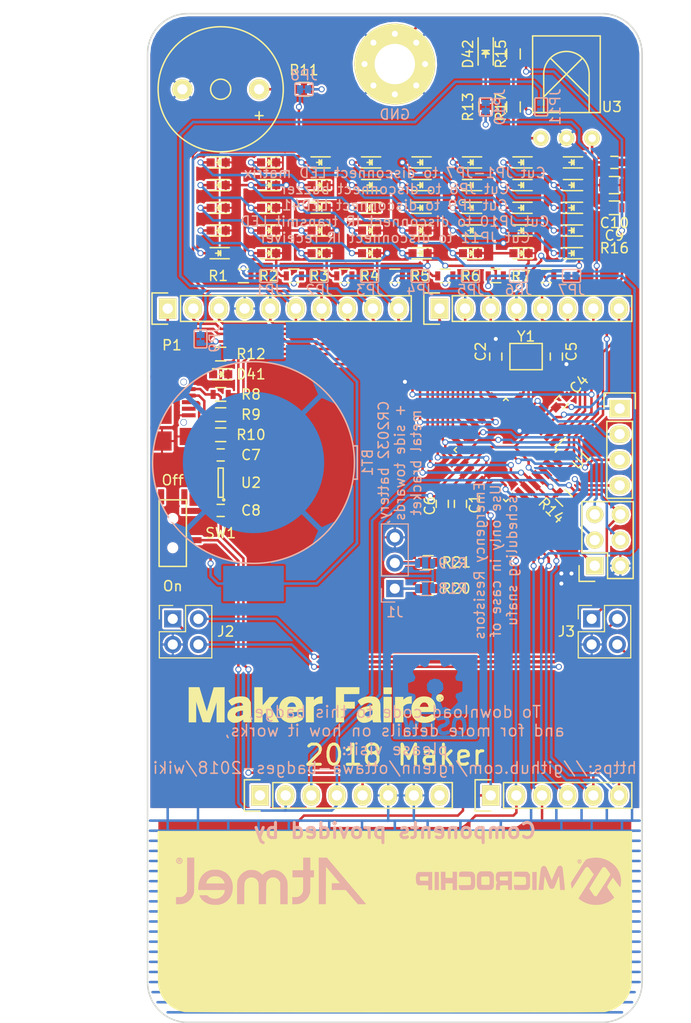
<source format=kicad_pcb>
(kicad_pcb (version 4) (host pcbnew 4.0.7)
  (layers (0 F.Cu signal) (31 B.Cu signal) (34 B.Paste user) (35 F.Paste user) (36 B.SilkS user) (37 F.SilkS user) (38 B.Mask user) (39 F.Mask user) (44 Edge.Cuts user))
  (net 0 "")
  (net 1 /AREF)
  (net 2 GND)
  (net 3 "Net-(C2-Pad1)")
  (net 4 +3V3)
  (net 5 "Net-(C5-Pad1)")
  (net 6 +5V)
  (net 7 "Net-(C8-Pad1)")
  (net 8 "Net-(D1-Pad2)")
  (net 9 "Net-(D1-Pad1)")
  (net 10 "Net-(D13-Pad1)")
  (net 11 "Net-(D15-Pad2)")
  (net 12 "Net-(D10-Pad2)")
  (net 13 "Net-(D11-Pad2)")
  (net 14 "Net-(D12-Pad2)")
  (net 15 "Net-(D41-Pad2)")
  (net 16 "Net-(D42-Pad2)")
  (net 17 /RESET)
  (net 18 /ANALOG0)
  (net 19 /ANALOG1)
  (net 20 /ANALOG2)
  (net 21 /ANALOG3)
  (net 22 /ANALOG4)
  (net 23 /ANALOG5)
  (net 24 /DIGITAL13)
  (net 25 /DIGITAL12)
  (net 26 /DIGITAL11)
  (net 27 /DIGITAL10)
  (net 28 /DIGITAL9)
  (net 29 /DIGITAL8)
  (net 30 /DIGITAL7)
  (net 31 /DIGITAL6)
  (net 32 /DIGITAL5)
  (net 33 /DIGITAL4)
  (net 34 /DIGITAL3)
  (net 35 /DIGITAL2)
  (net 36 /DIGITAL1)
  (net 37 /DIGITAL0)
  (net 38 "Net-(JP1-Pad2)")
  (net 39 "Net-(JP2-Pad2)")
  (net 40 "Net-(JP3-Pad2)")
  (net 41 "Net-(JP4-Pad2)")
  (net 42 "Net-(JP5-Pad2)")
  (net 43 "Net-(JP6-Pad2)")
  (net 44 "Net-(JP7-Pad2)")
  (net 45 "Net-(P1-Pad2)")
  (net 46 "Net-(P1-Pad3)")
  (net 47 "Net-(R11-Pad1)")
  (net 48 "Net-(JP8-Pad2)")
  (net 49 "Net-(JP9-Pad2)")
  (net 50 "Net-(JP10-Pad2)")
  (net 51 "Net-(BT1-Pad1)")
  (net 52 "Net-(JP11-Pad2)")
  (net 53 "Net-(C10-Pad1)")
  (net 54 "Net-(R17-Pad1)")
  (net 55 /PE0)
  (net 56 /PE1)
  (net 57 /PE2)
  (net 58 /PE3)
  (net 59 "Net-(J1-Pad1)")
  (net 60 "Net-(J1-Pad2)")
  (module Fiducials:Fiducial_1mm_Dia_2.54mm_Outer_CopperTop (layer F.Cu) (at 79.75 61)
    (fp_text reference REF** hide)
    (fp_text value Fiducial_1mm_Dia_2.54mm_Outer_CopperTop)
    (pad ~ smd circle (at 0 0) (size 1 1) (layers F.Cu F.Mask) (clearance 0.77))
  )
  (module Capacitors_SMD:C_0603 (layer F.Cu) (at 81 98.6 270)
    (fp_text reference C1 (at 0 -1.414214 270) (layer F.SilkS))
    (fp_text value 100n)
    (pad 1 smd rect (at -0.75 0 270) (size 0.8 0.75) (layers F.Cu F.Paste F.Mask) (net 1 /AREF))
    (pad 2 smd rect (at 0.75 0 270) (size 0.8 0.75) (layers F.Cu F.Paste F.Mask) (net 2 GND))
  )
  (module Capacitors_SMD:C_0603 (layer F.Cu) (at 84.5 84 90)
    (fp_text reference C2 (at 0.5 -1.5 90) (layer F.SilkS))
    (fp_text value 18p)
    (pad 1 smd rect (at -0.75 0 90) (size 0.8 0.75) (layers F.Cu F.Paste F.Mask) (net 3 "Net-(C2-Pad1)"))
    (pad 2 smd rect (at 0.75 0 90) (size 0.8 0.75) (layers F.Cu F.Paste F.Mask) (net 2 GND))
  )
  (module Capacitors_SMD:C_0603 (layer F.Cu) (at 91 88.5 45)
    (fp_text reference C4 (at 2.474874 0 45) (layer F.SilkS))
    (fp_text value 100n)
    (pad 1 smd rect (at -0.75 0 45) (size 0.8 0.75) (layers F.Cu F.Paste F.Mask) (net 4 +3V3))
    (pad 2 smd rect (at 0.75 0 45) (size 0.8 0.75) (layers F.Cu F.Paste F.Mask) (net 2 GND))
  )
  (module Capacitors_SMD:C_0603 (layer F.Cu) (at 90.5 84 270)
    (fp_text reference C5 (at -0.5 -1.5 270) (layer F.SilkS))
    (fp_text value 18p)
    (pad 1 smd rect (at -0.75 0 270) (size 0.8 0.75) (layers F.Cu F.Paste F.Mask) (net 5 "Net-(C5-Pad1)"))
    (pad 2 smd rect (at 0.75 0 270) (size 0.8 0.75) (layers F.Cu F.Paste F.Mask) (net 2 GND))
  )
  (module Capacitors_SMD:C_0603 (layer F.Cu) (at 79.2 98.6 270)
    (fp_text reference C6 (at 0.176777 1.237437 270) (layer F.SilkS))
    (fp_text value 100n)
    (pad 1 smd rect (at -0.75 0 270) (size 0.8 0.75) (layers F.Cu F.Paste F.Mask) (net 4 +3V3))
    (pad 2 smd rect (at 0.75 0 270) (size 0.8 0.75) (layers F.Cu F.Paste F.Mask) (net 2 GND))
  )
  (module Capacitors_SMD:C_0603 (layer F.Cu) (at 57.25 93.75 180)
    (fp_text reference C7 (at -3 0 180) (layer F.SilkS))
    (fp_text value 1u)
    (pad 1 smd rect (at -0.75 0 180) (size 0.8 0.75) (layers F.Cu F.Paste F.Mask) (net 6 +5V))
    (pad 2 smd rect (at 0.75 0 180) (size 0.8 0.75) (layers F.Cu F.Paste F.Mask) (net 2 GND))
  )
  (module Capacitors_SMD:C_0603 (layer F.Cu) (at 57.25 99.25)
    (fp_text reference C8 (at 3 0) (layer F.SilkS))
    (fp_text value 1u)
    (pad 1 smd rect (at -0.75 0) (size 0.8 0.75) (layers F.Cu F.Paste F.Mask) (net 7 "Net-(C8-Pad1)"))
    (pad 2 smd rect (at 0.75 0) (size 0.8 0.75) (layers F.Cu F.Paste F.Mask) (net 2 GND))
  )
  (module LEDs:LED_0603 (layer F.Cu) (at 57 64.75 180)
    (fp_text reference D1 hide)
    (fp_text value Led_Small)
    (pad 2 smd rect (at 0.7493 0) (size 0.79756 0.79756) (layers F.Cu F.Paste F.Mask) (net 8 "Net-(D1-Pad2)"))
    (pad 1 smd rect (at -0.7493 0) (size 0.79756 0.79756) (layers F.Cu F.Paste F.Mask) (net 9 "Net-(D1-Pad1)"))
  )
  (module LEDs:LED_0603 (layer F.Cu) (at 57 67 180)
    (fp_text reference D2 hide)
    (fp_text value Led_Small)
    (pad 2 smd rect (at 0.7493 0) (size 0.79756 0.79756) (layers F.Cu F.Paste F.Mask) (net 10 "Net-(D13-Pad1)"))
    (pad 1 smd rect (at -0.7493 0) (size 0.79756 0.79756) (layers F.Cu F.Paste F.Mask) (net 9 "Net-(D1-Pad1)"))
  )
  (module LEDs:LED_0603 (layer F.Cu) (at 57 69.25 180)
    (fp_text reference D3 hide)
    (fp_text value Led_Small)
    (pad 2 smd rect (at 0.7493 0) (size 0.79756 0.79756) (layers F.Cu F.Paste F.Mask) (net 11 "Net-(D15-Pad2)"))
    (pad 1 smd rect (at -0.7493 0) (size 0.79756 0.79756) (layers F.Cu F.Paste F.Mask) (net 9 "Net-(D1-Pad1)"))
  )
  (module LEDs:LED_0603 (layer F.Cu) (at 57 71.5 180)
    (fp_text reference D4 hide)
    (fp_text value Led_Small)
    (pad 2 smd rect (at 0.7493 0) (size 0.79756 0.79756) (layers F.Cu F.Paste F.Mask) (net 12 "Net-(D10-Pad2)"))
    (pad 1 smd rect (at -0.7493 0) (size 0.79756 0.79756) (layers F.Cu F.Paste F.Mask) (net 9 "Net-(D1-Pad1)"))
  )
  (module LEDs:LED_0603 (layer F.Cu) (at 57 73.75 180)
    (fp_text reference D5 hide)
    (fp_text value Led_Small)
    (pad 2 smd rect (at 0.7493 0) (size 0.79756 0.79756) (layers F.Cu F.Paste F.Mask) (net 13 "Net-(D11-Pad2)"))
    (pad 1 smd rect (at -0.7493 0) (size 0.79756 0.79756) (layers F.Cu F.Paste F.Mask) (net 9 "Net-(D1-Pad1)"))
  )
  (module LEDs:LED_0603 (layer F.Cu) (at 62 64.75 180)
    (fp_text reference D6 hide)
    (fp_text value Led_Small)
    (pad 2 smd rect (at 0.7493 0) (size 0.79756 0.79756) (layers F.Cu F.Paste F.Mask) (net 14 "Net-(D12-Pad2)"))
    (pad 1 smd rect (at -0.7493 0) (size 0.79756 0.79756) (layers F.Cu F.Paste F.Mask) (net 9 "Net-(D1-Pad1)"))
  )
  (module LEDs:LED_0603 (layer F.Cu) (at 62 67 180)
    (fp_text reference D7 hide)
    (fp_text value Led_Small)
    (pad 2 smd rect (at 0.7493 0) (size 0.79756 0.79756) (layers F.Cu F.Paste F.Mask) (net 9 "Net-(D1-Pad1)"))
    (pad 1 smd rect (at -0.7493 0) (size 0.79756 0.79756) (layers F.Cu F.Paste F.Mask) (net 8 "Net-(D1-Pad2)"))
  )
  (module LEDs:LED_0603 (layer F.Cu) (at 62 69.25 180)
    (fp_text reference D8 hide)
    (fp_text value Led_Small)
    (pad 2 smd rect (at 0.7493 0) (size 0.79756 0.79756) (layers F.Cu F.Paste F.Mask) (net 10 "Net-(D13-Pad1)"))
    (pad 1 smd rect (at -0.7493 0) (size 0.79756 0.79756) (layers F.Cu F.Paste F.Mask) (net 8 "Net-(D1-Pad2)"))
  )
  (module LEDs:LED_0603 (layer F.Cu) (at 62 71.5 180)
    (fp_text reference D9 hide)
    (fp_text value Led_Small)
    (pad 2 smd rect (at 0.7493 0) (size 0.79756 0.79756) (layers F.Cu F.Paste F.Mask) (net 11 "Net-(D15-Pad2)"))
    (pad 1 smd rect (at -0.7493 0) (size 0.79756 0.79756) (layers F.Cu F.Paste F.Mask) (net 8 "Net-(D1-Pad2)"))
  )
  (module LEDs:LED_0603 (layer F.Cu) (at 62 73.75 180)
    (fp_text reference D10 hide)
    (fp_text value Led_Small)
    (pad 2 smd rect (at 0.7493 0) (size 0.79756 0.79756) (layers F.Cu F.Paste F.Mask) (net 12 "Net-(D10-Pad2)"))
    (pad 1 smd rect (at -0.7493 0) (size 0.79756 0.79756) (layers F.Cu F.Paste F.Mask) (net 8 "Net-(D1-Pad2)"))
  )
  (module LEDs:LED_0603 (layer F.Cu) (at 67 64.75 180)
    (fp_text reference D11 hide)
    (fp_text value Led_Small)
    (pad 2 smd rect (at 0.7493 0) (size 0.79756 0.79756) (layers F.Cu F.Paste F.Mask) (net 13 "Net-(D11-Pad2)"))
    (pad 1 smd rect (at -0.7493 0) (size 0.79756 0.79756) (layers F.Cu F.Paste F.Mask) (net 8 "Net-(D1-Pad2)"))
  )
  (module LEDs:LED_0603 (layer F.Cu) (at 67 67 180)
    (fp_text reference D12 hide)
    (fp_text value Led_Small)
    (pad 2 smd rect (at 0.7493 0) (size 0.79756 0.79756) (layers F.Cu F.Paste F.Mask) (net 14 "Net-(D12-Pad2)"))
    (pad 1 smd rect (at -0.7493 0) (size 0.79756 0.79756) (layers F.Cu F.Paste F.Mask) (net 8 "Net-(D1-Pad2)"))
  )
  (module LEDs:LED_0603 (layer F.Cu) (at 67 69.25 180)
    (fp_text reference D13 hide)
    (fp_text value Led_Small)
    (pad 2 smd rect (at 0.7493 0) (size 0.79756 0.79756) (layers F.Cu F.Paste F.Mask) (net 9 "Net-(D1-Pad1)"))
    (pad 1 smd rect (at -0.7493 0) (size 0.79756 0.79756) (layers F.Cu F.Paste F.Mask) (net 10 "Net-(D13-Pad1)"))
  )
  (module LEDs:LED_0603 (layer F.Cu) (at 67 71.5 180)
    (fp_text reference D14 hide)
    (fp_text value Led_Small)
    (pad 2 smd rect (at 0.7493 0) (size 0.79756 0.79756) (layers F.Cu F.Paste F.Mask) (net 8 "Net-(D1-Pad2)"))
    (pad 1 smd rect (at -0.7493 0) (size 0.79756 0.79756) (layers F.Cu F.Paste F.Mask) (net 10 "Net-(D13-Pad1)"))
  )
  (module LEDs:LED_0603 (layer F.Cu) (at 67 73.75 180)
    (fp_text reference D15 hide)
    (fp_text value Led_Small)
    (pad 2 smd rect (at 0.7493 0) (size 0.79756 0.79756) (layers F.Cu F.Paste F.Mask) (net 11 "Net-(D15-Pad2)"))
    (pad 1 smd rect (at -0.7493 0) (size 0.79756 0.79756) (layers F.Cu F.Paste F.Mask) (net 10 "Net-(D13-Pad1)"))
  )
  (module LEDs:LED_0603 (layer F.Cu) (at 72 64.75 180)
    (fp_text reference D16 hide)
    (fp_text value Led_Small)
    (pad 2 smd rect (at 0.7493 0) (size 0.79756 0.79756) (layers F.Cu F.Paste F.Mask) (net 12 "Net-(D10-Pad2)"))
    (pad 1 smd rect (at -0.7493 0) (size 0.79756 0.79756) (layers F.Cu F.Paste F.Mask) (net 10 "Net-(D13-Pad1)"))
  )
  (module LEDs:LED_0603 (layer F.Cu) (at 72 67 180)
    (fp_text reference D17 hide)
    (fp_text value Led_Small)
    (pad 2 smd rect (at 0.7493 0) (size 0.79756 0.79756) (layers F.Cu F.Paste F.Mask) (net 13 "Net-(D11-Pad2)"))
    (pad 1 smd rect (at -0.7493 0) (size 0.79756 0.79756) (layers F.Cu F.Paste F.Mask) (net 10 "Net-(D13-Pad1)"))
  )
  (module LEDs:LED_0603 (layer F.Cu) (at 72 69.25 180)
    (fp_text reference D18 hide)
    (fp_text value Led_Small)
    (pad 2 smd rect (at 0.7493 0) (size 0.79756 0.79756) (layers F.Cu F.Paste F.Mask) (net 14 "Net-(D12-Pad2)"))
    (pad 1 smd rect (at -0.7493 0) (size 0.79756 0.79756) (layers F.Cu F.Paste F.Mask) (net 10 "Net-(D13-Pad1)"))
  )
  (module LEDs:LED_0603 (layer F.Cu) (at 72 71.5 180)
    (fp_text reference D19 hide)
    (fp_text value Led_Small)
    (pad 2 smd rect (at 0.7493 0) (size 0.79756 0.79756) (layers F.Cu F.Paste F.Mask) (net 9 "Net-(D1-Pad1)"))
    (pad 1 smd rect (at -0.7493 0) (size 0.79756 0.79756) (layers F.Cu F.Paste F.Mask) (net 11 "Net-(D15-Pad2)"))
  )
  (module LEDs:LED_0603 (layer F.Cu) (at 72 73.75 180)
    (fp_text reference D20 hide)
    (fp_text value Led_Small)
    (pad 2 smd rect (at 0.7493 0) (size 0.79756 0.79756) (layers F.Cu F.Paste F.Mask) (net 8 "Net-(D1-Pad2)"))
    (pad 1 smd rect (at -0.7493 0) (size 0.79756 0.79756) (layers F.Cu F.Paste F.Mask) (net 11 "Net-(D15-Pad2)"))
  )
  (module LEDs:LED_0603 (layer F.Cu) (at 77 64.75 180)
    (fp_text reference D21 hide)
    (fp_text value Led_Small)
    (pad 2 smd rect (at 0.7493 0) (size 0.79756 0.79756) (layers F.Cu F.Paste F.Mask) (net 10 "Net-(D13-Pad1)"))
    (pad 1 smd rect (at -0.7493 0) (size 0.79756 0.79756) (layers F.Cu F.Paste F.Mask) (net 11 "Net-(D15-Pad2)"))
  )
  (module LEDs:LED_0603 (layer F.Cu) (at 77 67 180)
    (fp_text reference D22 hide)
    (fp_text value Led_Small)
    (pad 2 smd rect (at 0.7493 0) (size 0.79756 0.79756) (layers F.Cu F.Paste F.Mask) (net 12 "Net-(D10-Pad2)"))
    (pad 1 smd rect (at -0.7493 0) (size 0.79756 0.79756) (layers F.Cu F.Paste F.Mask) (net 11 "Net-(D15-Pad2)"))
  )
  (module LEDs:LED_0603 (layer F.Cu) (at 77 69.25 180)
    (fp_text reference D23 hide)
    (fp_text value Led_Small)
    (pad 2 smd rect (at 0.7493 0) (size 0.79756 0.79756) (layers F.Cu F.Paste F.Mask) (net 13 "Net-(D11-Pad2)"))
    (pad 1 smd rect (at -0.7493 0) (size 0.79756 0.79756) (layers F.Cu F.Paste F.Mask) (net 11 "Net-(D15-Pad2)"))
  )
  (module LEDs:LED_0603 (layer F.Cu) (at 77 71.5 180)
    (fp_text reference D24 hide)
    (fp_text value Led_Small)
    (pad 2 smd rect (at 0.7493 0) (size 0.79756 0.79756) (layers F.Cu F.Paste F.Mask) (net 14 "Net-(D12-Pad2)"))
    (pad 1 smd rect (at -0.7493 0) (size 0.79756 0.79756) (layers F.Cu F.Paste F.Mask) (net 11 "Net-(D15-Pad2)"))
  )
  (module LEDs:LED_0603 (layer F.Cu) (at 77 73.75 180)
    (fp_text reference D25 hide)
    (fp_text value Led_Small)
    (pad 2 smd rect (at 0.7493 0) (size 0.79756 0.79756) (layers F.Cu F.Paste F.Mask) (net 9 "Net-(D1-Pad1)"))
    (pad 1 smd rect (at -0.7493 0) (size 0.79756 0.79756) (layers F.Cu F.Paste F.Mask) (net 12 "Net-(D10-Pad2)"))
  )
  (module LEDs:LED_0603 (layer F.Cu) (at 82 64.75 180)
    (fp_text reference D26 hide)
    (fp_text value Led_Small)
    (pad 2 smd rect (at 0.7493 0) (size 0.79756 0.79756) (layers F.Cu F.Paste F.Mask) (net 8 "Net-(D1-Pad2)"))
    (pad 1 smd rect (at -0.7493 0) (size 0.79756 0.79756) (layers F.Cu F.Paste F.Mask) (net 12 "Net-(D10-Pad2)"))
  )
  (module LEDs:LED_0603 (layer F.Cu) (at 82 67 180)
    (fp_text reference D27 hide)
    (fp_text value Led_Small)
    (pad 2 smd rect (at 0.7493 0) (size 0.79756 0.79756) (layers F.Cu F.Paste F.Mask) (net 10 "Net-(D13-Pad1)"))
    (pad 1 smd rect (at -0.7493 0) (size 0.79756 0.79756) (layers F.Cu F.Paste F.Mask) (net 12 "Net-(D10-Pad2)"))
  )
  (module LEDs:LED_0603 (layer F.Cu) (at 82 69.25 180)
    (fp_text reference D28 hide)
    (fp_text value Led_Small)
    (pad 2 smd rect (at 0.7493 0) (size 0.79756 0.79756) (layers F.Cu F.Paste F.Mask) (net 11 "Net-(D15-Pad2)"))
    (pad 1 smd rect (at -0.7493 0) (size 0.79756 0.79756) (layers F.Cu F.Paste F.Mask) (net 12 "Net-(D10-Pad2)"))
  )
  (module LEDs:LED_0603 (layer F.Cu) (at 82 71.5 180)
    (fp_text reference D29 hide)
    (fp_text value Led_Small)
    (pad 2 smd rect (at 0.7493 0) (size 0.79756 0.79756) (layers F.Cu F.Paste F.Mask) (net 13 "Net-(D11-Pad2)"))
    (pad 1 smd rect (at -0.7493 0) (size 0.79756 0.79756) (layers F.Cu F.Paste F.Mask) (net 12 "Net-(D10-Pad2)"))
  )
  (module LEDs:LED_0603 (layer F.Cu) (at 82 73.75 180)
    (fp_text reference D30 hide)
    (fp_text value Led_Small)
    (pad 2 smd rect (at 0.7493 0) (size 0.79756 0.79756) (layers F.Cu F.Paste F.Mask) (net 14 "Net-(D12-Pad2)"))
    (pad 1 smd rect (at -0.7493 0) (size 0.79756 0.79756) (layers F.Cu F.Paste F.Mask) (net 12 "Net-(D10-Pad2)"))
  )
  (module LEDs:LED_0603 (layer F.Cu) (at 87 64.75 180)
    (fp_text reference D31 hide)
    (fp_text value Led_Small)
    (pad 2 smd rect (at 0.7493 0) (size 0.79756 0.79756) (layers F.Cu F.Paste F.Mask) (net 9 "Net-(D1-Pad1)"))
    (pad 1 smd rect (at -0.7493 0) (size 0.79756 0.79756) (layers F.Cu F.Paste F.Mask) (net 13 "Net-(D11-Pad2)"))
  )
  (module LEDs:LED_0603 (layer F.Cu) (at 87 67 180)
    (fp_text reference D32 hide)
    (fp_text value Led_Small)
    (pad 2 smd rect (at 0.7493 0) (size 0.79756 0.79756) (layers F.Cu F.Paste F.Mask) (net 8 "Net-(D1-Pad2)"))
    (pad 1 smd rect (at -0.7493 0) (size 0.79756 0.79756) (layers F.Cu F.Paste F.Mask) (net 13 "Net-(D11-Pad2)"))
  )
  (module LEDs:LED_0603 (layer F.Cu) (at 87 69.25 180)
    (fp_text reference D33 hide)
    (fp_text value Led_Small)
    (pad 2 smd rect (at 0.7493 0) (size 0.79756 0.79756) (layers F.Cu F.Paste F.Mask) (net 10 "Net-(D13-Pad1)"))
    (pad 1 smd rect (at -0.7493 0) (size 0.79756 0.79756) (layers F.Cu F.Paste F.Mask) (net 13 "Net-(D11-Pad2)"))
  )
  (module LEDs:LED_0603 (layer F.Cu) (at 87 71.5 180)
    (fp_text reference D34 hide)
    (fp_text value Led_Small)
    (pad 2 smd rect (at 0.7493 0) (size 0.79756 0.79756) (layers F.Cu F.Paste F.Mask) (net 11 "Net-(D15-Pad2)"))
    (pad 1 smd rect (at -0.7493 0) (size 0.79756 0.79756) (layers F.Cu F.Paste F.Mask) (net 13 "Net-(D11-Pad2)"))
  )
  (module LEDs:LED_0603 (layer F.Cu) (at 87 73.75 180)
    (fp_text reference D35 hide)
    (fp_text value Led_Small)
    (pad 2 smd rect (at 0.7493 0) (size 0.79756 0.79756) (layers F.Cu F.Paste F.Mask) (net 12 "Net-(D10-Pad2)"))
    (pad 1 smd rect (at -0.7493 0) (size 0.79756 0.79756) (layers F.Cu F.Paste F.Mask) (net 13 "Net-(D11-Pad2)"))
  )
  (module LEDs:LED_0603 (layer F.Cu) (at 92 64.75 180)
    (fp_text reference D36 hide)
    (fp_text value Led_Small)
    (pad 2 smd rect (at 0.7493 0) (size 0.79756 0.79756) (layers F.Cu F.Paste F.Mask) (net 14 "Net-(D12-Pad2)"))
    (pad 1 smd rect (at -0.7493 0) (size 0.79756 0.79756) (layers F.Cu F.Paste F.Mask) (net 13 "Net-(D11-Pad2)"))
  )
  (module LEDs:LED_0603 (layer F.Cu) (at 92 67 180)
    (fp_text reference D37 hide)
    (fp_text value Led_Small)
    (pad 2 smd rect (at 0.7493 0) (size 0.79756 0.79756) (layers F.Cu F.Paste F.Mask) (net 9 "Net-(D1-Pad1)"))
    (pad 1 smd rect (at -0.7493 0) (size 0.79756 0.79756) (layers F.Cu F.Paste F.Mask) (net 14 "Net-(D12-Pad2)"))
  )
  (module LEDs:LED_0603 (layer F.Cu) (at 92 69.25 180)
    (fp_text reference D38 hide)
    (fp_text value Led_Small)
    (pad 2 smd rect (at 0.7493 0) (size 0.79756 0.79756) (layers F.Cu F.Paste F.Mask) (net 8 "Net-(D1-Pad2)"))
    (pad 1 smd rect (at -0.7493 0) (size 0.79756 0.79756) (layers F.Cu F.Paste F.Mask) (net 14 "Net-(D12-Pad2)"))
  )
  (module LEDs:LED_0603 (layer F.Cu) (at 92 71.5 180)
    (fp_text reference D39 hide)
    (fp_text value Led_Small)
    (pad 2 smd rect (at 0.7493 0) (size 0.79756 0.79756) (layers F.Cu F.Paste F.Mask) (net 10 "Net-(D13-Pad1)"))
    (pad 1 smd rect (at -0.7493 0) (size 0.79756 0.79756) (layers F.Cu F.Paste F.Mask) (net 14 "Net-(D12-Pad2)"))
  )
  (module LEDs:LED_0603 (layer F.Cu) (at 92 73.75 180)
    (fp_text reference D40 hide)
    (fp_text value Led_Small)
    (pad 2 smd rect (at 0.7493 0) (size 0.79756 0.79756) (layers F.Cu F.Paste F.Mask) (net 11 "Net-(D15-Pad2)"))
    (pad 1 smd rect (at -0.7493 0) (size 0.79756 0.79756) (layers F.Cu F.Paste F.Mask) (net 14 "Net-(D12-Pad2)"))
  )
  (module LEDs:LED_0603 (layer F.Cu) (at 57.25 85.75 180)
    (fp_text reference D41 (at -3 0 180) (layer F.SilkS))
    (fp_text value Led_Small)
    (pad 2 smd rect (at 0.7493 0) (size 0.79756 0.79756) (layers F.Cu F.Paste F.Mask) (net 15 "Net-(D41-Pad2)"))
    (pad 1 smd rect (at -0.7493 0) (size 0.79756 0.79756) (layers F.Cu F.Paste F.Mask) (net 2 GND))
  )
  (module LEDs:LED_0805 (layer F.Cu) (at 83.5 54 270)
    (fp_text reference D42 (at 0 1.75 270) (layer F.SilkS))
    (fp_text value Led_Small)
    (pad 2 smd rect (at 1.04902 0 90) (size 1.19888 1.19888) (layers F.Cu F.Paste F.Mask) (net 16 "Net-(D42-Pad2)"))
    (pad 1 smd rect (at -1.04902 0 90) (size 1.19888 1.19888) (layers F.Cu F.Paste F.Mask) (net 2 GND))
  )
  (module Socket_Strips:Socket_Strip_Straight_1x08 (layer F.Cu) (at 61.144 127.5)
    (fp_text reference P2 hide)
    (fp_text value CONN_01X08)
    (pad 1 thru_hole rect (at 0 0) (size 1.7272 2.032) (drill 1.016) (layers *.Cu *.Mask F.SilkS))
    (pad 2 thru_hole oval (at 2.54 0) (size 1.7272 2.032) (drill 1.016) (layers *.Cu *.Mask F.SilkS) (net 4 +3V3))
    (pad 3 thru_hole oval (at 5.08 0) (size 1.7272 2.032) (drill 1.016) (layers *.Cu *.Mask F.SilkS) (net 17 /RESET))
    (pad 4 thru_hole oval (at 7.62 0) (size 1.7272 2.032) (drill 1.016) (layers *.Cu *.Mask F.SilkS) (net 4 +3V3))
    (pad 5 thru_hole oval (at 10.16 0) (size 1.7272 2.032) (drill 1.016) (layers *.Cu *.Mask F.SilkS) (net 6 +5V))
    (pad 6 thru_hole oval (at 12.7 0) (size 1.7272 2.032) (drill 1.016) (layers *.Cu *.Mask F.SilkS) (net 2 GND))
    (pad 7 thru_hole oval (at 15.24 0) (size 1.7272 2.032) (drill 1.016) (layers *.Cu *.Mask F.SilkS) (net 2 GND))
    (pad 8 thru_hole oval (at 17.78 0) (size 1.7272 2.032) (drill 1.016) (layers *.Cu *.Mask F.SilkS))
  )
  (module Socket_Strips:Socket_Strip_Straight_1x06 (layer F.Cu) (at 84.004 127.5)
    (fp_text reference P3 hide)
    (fp_text value CONN_01X06)
    (pad 1 thru_hole rect (at 0 0) (size 1.7272 2.032) (drill 1.016) (layers *.Cu *.Mask F.SilkS) (net 18 /ANALOG0))
    (pad 2 thru_hole oval (at 2.54 0) (size 1.7272 2.032) (drill 1.016) (layers *.Cu *.Mask F.SilkS) (net 19 /ANALOG1))
    (pad 3 thru_hole oval (at 5.08 0) (size 1.7272 2.032) (drill 1.016) (layers *.Cu *.Mask F.SilkS) (net 20 /ANALOG2))
    (pad 4 thru_hole oval (at 7.62 0) (size 1.7272 2.032) (drill 1.016) (layers *.Cu *.Mask F.SilkS) (net 21 /ANALOG3))
    (pad 5 thru_hole oval (at 10.16 0) (size 1.7272 2.032) (drill 1.016) (layers *.Cu *.Mask F.SilkS) (net 22 /ANALOG4))
    (pad 6 thru_hole oval (at 12.7 0) (size 1.7272 2.032) (drill 1.016) (layers *.Cu *.Mask F.SilkS) (net 23 /ANALOG5))
  )
  (module Socket_Strips:Socket_Strip_Straight_1x10 (layer F.Cu) (at 52 79.24)
    (fp_text reference P4 hide)
    (fp_text value CONN_01X10)
    (pad 1 thru_hole rect (at 0 0) (size 1.7272 2.032) (drill 1.016) (layers *.Cu *.Mask F.SilkS) (net 23 /ANALOG5))
    (pad 2 thru_hole oval (at 2.54 0) (size 1.7272 2.032) (drill 1.016) (layers *.Cu *.Mask F.SilkS) (net 22 /ANALOG4))
    (pad 3 thru_hole oval (at 5.08 0) (size 1.7272 2.032) (drill 1.016) (layers *.Cu *.Mask F.SilkS) (net 1 /AREF))
    (pad 4 thru_hole oval (at 7.62 0) (size 1.7272 2.032) (drill 1.016) (layers *.Cu *.Mask F.SilkS) (net 2 GND))
    (pad 5 thru_hole oval (at 10.16 0) (size 1.7272 2.032) (drill 1.016) (layers *.Cu *.Mask F.SilkS) (net 24 /DIGITAL13))
    (pad 6 thru_hole oval (at 12.7 0) (size 1.7272 2.032) (drill 1.016) (layers *.Cu *.Mask F.SilkS) (net 25 /DIGITAL12))
    (pad 7 thru_hole oval (at 15.24 0) (size 1.7272 2.032) (drill 1.016) (layers *.Cu *.Mask F.SilkS) (net 26 /DIGITAL11))
    (pad 8 thru_hole oval (at 17.78 0) (size 1.7272 2.032) (drill 1.016) (layers *.Cu *.Mask F.SilkS) (net 27 /DIGITAL10))
    (pad 9 thru_hole oval (at 20.32 0) (size 1.7272 2.032) (drill 1.016) (layers *.Cu *.Mask F.SilkS) (net 28 /DIGITAL9))
    (pad 10 thru_hole oval (at 22.86 0) (size 1.7272 2.032) (drill 1.016) (layers *.Cu *.Mask F.SilkS) (net 29 /DIGITAL8))
  )
  (module Socket_Strips:Socket_Strip_Straight_1x08 (layer F.Cu) (at 78.924 79.24)
    (fp_text reference P5 hide)
    (fp_text value CONN_01X08)
    (pad 1 thru_hole rect (at 0 0) (size 1.7272 2.032) (drill 1.016) (layers *.Cu *.Mask F.SilkS) (net 30 /DIGITAL7))
    (pad 2 thru_hole oval (at 2.54 0) (size 1.7272 2.032) (drill 1.016) (layers *.Cu *.Mask F.SilkS) (net 31 /DIGITAL6))
    (pad 3 thru_hole oval (at 5.08 0) (size 1.7272 2.032) (drill 1.016) (layers *.Cu *.Mask F.SilkS) (net 32 /DIGITAL5))
    (pad 4 thru_hole oval (at 7.62 0) (size 1.7272 2.032) (drill 1.016) (layers *.Cu *.Mask F.SilkS) (net 33 /DIGITAL4))
    (pad 5 thru_hole oval (at 10.16 0) (size 1.7272 2.032) (drill 1.016) (layers *.Cu *.Mask F.SilkS) (net 34 /DIGITAL3))
    (pad 6 thru_hole oval (at 12.7 0) (size 1.7272 2.032) (drill 1.016) (layers *.Cu *.Mask F.SilkS) (net 35 /DIGITAL2))
    (pad 7 thru_hole oval (at 15.24 0) (size 1.7272 2.032) (drill 1.016) (layers *.Cu *.Mask F.SilkS) (net 36 /DIGITAL1))
    (pad 8 thru_hole oval (at 17.78 0) (size 1.7272 2.032) (drill 1.016) (layers *.Cu *.Mask F.SilkS) (net 37 /DIGITAL0))
  )
  (module Socket_Strips:Socket_Strip_Straight_2x03 (layer F.Cu) (at 94.304513 104.730013 90)
    (fp_text reference P6 hide)
    (fp_text value CONN_02X03)
    (pad 1 thru_hole rect (at 0 0 90) (size 1.7272 1.7272) (drill 1.016) (layers *.Cu *.Mask F.SilkS) (net 17 /RESET))
    (pad 2 thru_hole oval (at 0 2.54 90) (size 1.7272 1.7272) (drill 1.016) (layers *.Cu *.Mask F.SilkS) (net 2 GND))
    (pad 3 thru_hole oval (at 2.54 0 90) (size 1.7272 1.7272) (drill 1.016) (layers *.Cu *.Mask F.SilkS) (net 24 /DIGITAL13))
    (pad 4 thru_hole oval (at 2.54 2.54 90) (size 1.7272 1.7272) (drill 1.016) (layers *.Cu *.Mask F.SilkS) (net 26 /DIGITAL11))
    (pad 5 thru_hole oval (at 5.08 0 90) (size 1.7272 1.7272) (drill 1.016) (layers *.Cu *.Mask F.SilkS) (net 25 /DIGITAL12))
    (pad 6 thru_hole oval (at 5.08 2.54 90) (size 1.7272 1.7272) (drill 1.016) (layers *.Cu *.Mask F.SilkS) (net 4 +3V3))
  )
  (module Resistors_SMD:R_0603 (layer F.Cu) (at 59.5 76)
    (fp_text reference R1 (at -2.5 0) (layer F.SilkS))
    (fp_text value 56)
    (pad 1 smd rect (at -0.75 0) (size 0.5 0.9) (layers F.Cu F.Paste F.Mask) (net 9 "Net-(D1-Pad1)"))
    (pad 2 smd rect (at 0.75 0) (size 0.5 0.9) (layers F.Cu F.Paste F.Mask) (net 38 "Net-(JP1-Pad2)"))
  )
  (module Resistors_SMD:R_0603 (layer F.Cu) (at 64.5 76)
    (fp_text reference R2 (at -2.5 0) (layer F.SilkS))
    (fp_text value 56)
    (pad 1 smd rect (at -0.75 0) (size 0.5 0.9) (layers F.Cu F.Paste F.Mask) (net 8 "Net-(D1-Pad2)"))
    (pad 2 smd rect (at 0.75 0) (size 0.5 0.9) (layers F.Cu F.Paste F.Mask) (net 39 "Net-(JP2-Pad2)"))
  )
  (module Resistors_SMD:R_0603 (layer F.Cu) (at 69.5 76)
    (fp_text reference R3 (at -2.5 0) (layer F.SilkS))
    (fp_text value 56)
    (pad 1 smd rect (at -0.75 0) (size 0.5 0.9) (layers F.Cu F.Paste F.Mask) (net 10 "Net-(D13-Pad1)"))
    (pad 2 smd rect (at 0.75 0) (size 0.5 0.9) (layers F.Cu F.Paste F.Mask) (net 40 "Net-(JP3-Pad2)"))
  )
  (module Resistors_SMD:R_0603 (layer F.Cu) (at 74.5 76)
    (fp_text reference R4 (at -2.5 0) (layer F.SilkS))
    (fp_text value 56)
    (pad 1 smd rect (at -0.75 0) (size 0.5 0.9) (layers F.Cu F.Paste F.Mask) (net 11 "Net-(D15-Pad2)"))
    (pad 2 smd rect (at 0.75 0) (size 0.5 0.9) (layers F.Cu F.Paste F.Mask) (net 41 "Net-(JP4-Pad2)"))
  )
  (module Resistors_SMD:R_0603 (layer F.Cu) (at 79.5 76)
    (fp_text reference R5 (at -2.5 0) (layer F.SilkS))
    (fp_text value 56)
    (pad 1 smd rect (at -0.75 0) (size 0.5 0.9) (layers F.Cu F.Paste F.Mask) (net 12 "Net-(D10-Pad2)"))
    (pad 2 smd rect (at 0.75 0) (size 0.5 0.9) (layers F.Cu F.Paste F.Mask) (net 42 "Net-(JP5-Pad2)"))
  )
  (module Resistors_SMD:R_0603 (layer F.Cu) (at 84.5 76 180)
    (fp_text reference R6 (at 2.5 0 180) (layer F.SilkS))
    (fp_text value 56)
    (pad 1 smd rect (at -0.75 0 180) (size 0.5 0.9) (layers F.Cu F.Paste F.Mask) (net 13 "Net-(D11-Pad2)"))
    (pad 2 smd rect (at 0.75 0 180) (size 0.5 0.9) (layers F.Cu F.Paste F.Mask) (net 43 "Net-(JP6-Pad2)"))
  )
  (module Resistors_SMD:R_0603 (layer F.Cu) (at 89.5 76 180)
    (fp_text reference R7 (at 2.5 0 180) (layer F.SilkS))
    (fp_text value 56)
    (pad 1 smd rect (at -0.75 0 180) (size 0.5 0.9) (layers F.Cu F.Paste F.Mask) (net 14 "Net-(D12-Pad2)"))
    (pad 2 smd rect (at 0.75 0 180) (size 0.5 0.9) (layers F.Cu F.Paste F.Mask) (net 44 "Net-(JP7-Pad2)"))
  )
  (module Resistors_SMD:R_0603 (layer F.Cu) (at 57.25 87.75)
    (fp_text reference R8 (at 3 0) (layer F.SilkS))
    (fp_text value 1.5K)
    (pad 1 smd rect (at -0.75 0) (size 0.5 0.9) (layers F.Cu F.Paste F.Mask) (net 6 +5V))
    (pad 2 smd rect (at 0.75 0) (size 0.5 0.9) (layers F.Cu F.Paste F.Mask) (net 30 /DIGITAL7))
  )
  (module Resistors_SMD:R_0603 (layer F.Cu) (at 57.25 89.75)
    (fp_text reference R9 (at 3 0) (layer F.SilkS))
    (fp_text value 56)
    (pad 1 smd rect (at -0.75 0) (size 0.5 0.9) (layers F.Cu F.Paste F.Mask) (net 45 "Net-(P1-Pad2)"))
    (pad 2 smd rect (at 0.75 0) (size 0.5 0.9) (layers F.Cu F.Paste F.Mask) (net 30 /DIGITAL7))
  )
  (module Resistors_SMD:R_0603 (layer F.Cu) (at 57.25 91.75)
    (fp_text reference R10 (at 3 0) (layer F.SilkS))
    (fp_text value 56)
    (pad 1 smd rect (at -0.75 0) (size 0.5 0.9) (layers F.Cu F.Paste F.Mask) (net 46 "Net-(P1-Pad3)"))
    (pad 2 smd rect (at 0.75 0) (size 0.5 0.9) (layers F.Cu F.Paste F.Mask) (net 35 /DIGITAL2))
  )
  (module Resistors_SMD:R_0603 (layer F.Cu) (at 65.5 57.5)
    (fp_text reference R11 (at 0 -1.9) (layer F.SilkS))
    (fp_text value 1K)
    (pad 1 smd rect (at -0.75 0) (size 0.5 0.9) (layers F.Cu F.Paste F.Mask) (net 47 "Net-(R11-Pad1)"))
    (pad 2 smd rect (at 0.75 0) (size 0.5 0.9) (layers F.Cu F.Paste F.Mask) (net 48 "Net-(JP8-Pad2)"))
  )
  (module Resistors_SMD:R_0603 (layer F.Cu) (at 57.25 83.75)
    (fp_text reference R12 (at 3 0) (layer F.SilkS))
    (fp_text value 1K)
    (pad 1 smd rect (at -0.75 0) (size 0.5 0.9) (layers F.Cu F.Paste F.Mask) (net 15 "Net-(D41-Pad2)"))
    (pad 2 smd rect (at 0.75 0) (size 0.5 0.9) (layers F.Cu F.Paste F.Mask) (net 49 "Net-(JP9-Pad2)"))
  )
  (module Resistors_SMD:R_0603 (layer F.Cu) (at 83.5 59.25 270)
    (fp_text reference R13 (at 0 1.75 270) (layer F.SilkS))
    (fp_text value 1K)
    (pad 1 smd rect (at -0.75 0 270) (size 0.5 0.9) (layers F.Cu F.Paste F.Mask) (net 16 "Net-(D42-Pad2)"))
    (pad 2 smd rect (at 0.75 0 270) (size 0.5 0.9) (layers F.Cu F.Paste F.Mask) (net 50 "Net-(JP10-Pad2)"))
  )
  (module Resistors_SMD:R_0603 (layer F.Cu) (at 91.25 98 315)
    (fp_text reference R14 (at 0 1.767767 315) (layer F.SilkS))
    (fp_text value 10K)
    (pad 1 smd rect (at -0.75 0 315) (size 0.5 0.9) (layers F.Cu F.Paste F.Mask) (net 17 /RESET))
    (pad 2 smd rect (at 0.75 0 315) (size 0.5 0.9) (layers F.Cu F.Paste F.Mask) (net 4 +3V3))
  )
  (module Buzzers_Beepers:Buzzer_12x9.5RM7.6 (layer F.Cu) (at 57.25 57.5 180)
    (fp_text reference SP1 hide)
    (fp_text value SPEAKER)
    (fp_text user + (at -3.81 -2.54 180) (layer F.SilkS))
    (pad 1 thru_hole circle (at -3.79984 0 180) (size 2 2) (drill 1.00076) (layers *.Cu *.Mask F.SilkS) (net 47 "Net-(R11-Pad1)"))
    (pad 2 thru_hole circle (at 3.79984 0 180) (size 2 2) (drill 1.00076) (layers *.Cu *.Mask F.SilkS) (net 2 GND))
  )
  (module Housings_QFP:TQFP-32_7x7mm_Pitch0.8mm (layer F.Cu) (at 85.5 93.25 225)
    (fp_text reference U1 (at -4.596194 -6.010408 225) (layer F.SilkS))
    (fp_text value ATMEGA328P-A)
    (pad 1 smd rect (at -4.25 -2.8 225) (size 1.6 0.55) (layers F.Cu F.Paste F.Mask) (net 34 /DIGITAL3))
    (pad 2 smd rect (at -4.25 -2 225) (size 1.6 0.55) (layers F.Cu F.Paste F.Mask) (net 33 /DIGITAL4))
    (pad 3 smd rect (at -4.25 -1.2 225) (size 1.6 0.55) (layers F.Cu F.Paste F.Mask) (net 55 /PE0))
    (pad 4 smd rect (at -4.25 -0.4 225) (size 1.6 0.55) (layers F.Cu F.Paste F.Mask) (net 4 +3V3))
    (pad 5 smd rect (at -4.25 0.4 225) (size 1.6 0.55) (layers F.Cu F.Paste F.Mask) (net 2 GND))
    (pad 6 smd rect (at -4.25 1.2 225) (size 1.6 0.55) (layers F.Cu F.Paste F.Mask) (net 56 /PE1))
    (pad 7 smd rect (at -4.25 2 225) (size 1.6 0.55) (layers F.Cu F.Paste F.Mask) (net 5 "Net-(C5-Pad1)"))
    (pad 8 smd rect (at -4.25 2.8 225) (size 1.6 0.55) (layers F.Cu F.Paste F.Mask) (net 3 "Net-(C2-Pad1)"))
    (pad 9 smd rect (at -2.8 4.25 315) (size 1.6 0.55) (layers F.Cu F.Paste F.Mask) (net 32 /DIGITAL5))
    (pad 10 smd rect (at -2 4.25 315) (size 1.6 0.55) (layers F.Cu F.Paste F.Mask) (net 31 /DIGITAL6))
    (pad 11 smd rect (at -1.2 4.25 315) (size 1.6 0.55) (layers F.Cu F.Paste F.Mask) (net 30 /DIGITAL7))
    (pad 12 smd rect (at -0.4 4.25 315) (size 1.6 0.55) (layers F.Cu F.Paste F.Mask) (net 29 /DIGITAL8))
    (pad 13 smd rect (at 0.4 4.25 315) (size 1.6 0.55) (layers F.Cu F.Paste F.Mask) (net 28 /DIGITAL9))
    (pad 14 smd rect (at 1.2 4.25 315) (size 1.6 0.55) (layers F.Cu F.Paste F.Mask) (net 27 /DIGITAL10))
    (pad 15 smd rect (at 2 4.25 315) (size 1.6 0.55) (layers F.Cu F.Paste F.Mask) (net 26 /DIGITAL11))
    (pad 16 smd rect (at 2.8 4.25 315) (size 1.6 0.55) (layers F.Cu F.Paste F.Mask) (net 25 /DIGITAL12))
    (pad 17 smd rect (at 4.25 2.8 225) (size 1.6 0.55) (layers F.Cu F.Paste F.Mask) (net 24 /DIGITAL13))
    (pad 18 smd rect (at 4.25 2 225) (size 1.6 0.55) (layers F.Cu F.Paste F.Mask) (net 4 +3V3))
    (pad 19 smd rect (at 4.25 1.2 225) (size 1.6 0.55) (layers F.Cu F.Paste F.Mask) (net 57 /PE2))
    (pad 20 smd rect (at 4.25 0.4 225) (size 1.6 0.55) (layers F.Cu F.Paste F.Mask) (net 1 /AREF))
    (pad 21 smd rect (at 4.25 -0.4 225) (size 1.6 0.55) (layers F.Cu F.Paste F.Mask) (net 2 GND))
    (pad 22 smd rect (at 4.25 -1.2 225) (size 1.6 0.55) (layers F.Cu F.Paste F.Mask) (net 58 /PE3))
    (pad 23 smd rect (at 4.25 -2 225) (size 1.6 0.55) (layers F.Cu F.Paste F.Mask) (net 18 /ANALOG0))
    (pad 24 smd rect (at 4.25 -2.8 225) (size 1.6 0.55) (layers F.Cu F.Paste F.Mask) (net 19 /ANALOG1))
    (pad 25 smd rect (at 2.8 -4.25 315) (size 1.6 0.55) (layers F.Cu F.Paste F.Mask) (net 20 /ANALOG2))
    (pad 26 smd rect (at 2 -4.25 315) (size 1.6 0.55) (layers F.Cu F.Paste F.Mask) (net 21 /ANALOG3))
    (pad 27 smd rect (at 1.2 -4.25 315) (size 1.6 0.55) (layers F.Cu F.Paste F.Mask) (net 22 /ANALOG4))
    (pad 28 smd rect (at 0.4 -4.25 315) (size 1.6 0.55) (layers F.Cu F.Paste F.Mask) (net 23 /ANALOG5))
    (pad 29 smd rect (at -0.4 -4.25 315) (size 1.6 0.55) (layers F.Cu F.Paste F.Mask) (net 17 /RESET))
    (pad 30 smd rect (at -1.2 -4.25 315) (size 1.6 0.55) (layers F.Cu F.Paste F.Mask) (net 37 /DIGITAL0))
    (pad 31 smd rect (at -2 -4.25 315) (size 1.6 0.55) (layers F.Cu F.Paste F.Mask) (net 36 /DIGITAL1))
    (pad 32 smd rect (at -2.8 -4.25 315) (size 1.6 0.55) (layers F.Cu F.Paste F.Mask) (net 35 /DIGITAL2))
  )
  (module TO_SOT_Packages_SMD:SOT-23-5 (layer F.Cu) (at 57.25 96.5 180)
    (fp_text reference U2 (at -3 0 180) (layer F.SilkS))
    (fp_text value MIC5504-3.3YM5)
    (pad 1 smd rect (at -1.1 -0.95 180) (size 1.06 0.65) (layers F.Cu F.Paste F.Mask) (net 6 +5V))
    (pad 2 smd rect (at -1.1 0 180) (size 1.06 0.65) (layers F.Cu F.Paste F.Mask) (net 2 GND))
    (pad 3 smd rect (at -1.1 0.95 180) (size 1.06 0.65) (layers F.Cu F.Paste F.Mask) (net 6 +5V))
    (pad 4 smd rect (at 1.1 0.95 180) (size 1.06 0.65) (layers F.Cu F.Paste F.Mask))
    (pad 5 smd rect (at 1.1 -0.95 180) (size 1.06 0.65) (layers F.Cu F.Paste F.Mask) (net 7 "Net-(C8-Pad1)"))
  )
  (module Crystals:crystal_FA238-TSX3225 (layer F.Cu) (at 87.5 84)
    (fp_text reference Y1 (at 0 -2) (layer F.SilkS))
    (fp_text value "12 MHz")
    (pad 1 smd rect (at -1.1 0.8) (size 1.4 1.2) (layers F.Cu F.Paste F.Mask) (net 3 "Net-(C2-Pad1)"))
    (pad 3 smd rect (at 1.1 0.8) (size 1.4 1.2) (layers F.Cu F.Paste F.Mask))
    (pad 3 smd rect (at -1.1 -0.8) (size 1.4 1.2) (layers F.Cu F.Paste F.Mask))
    (pad 2 smd rect (at 1.1 -0.8) (size 1.4 1.2) (layers F.Cu F.Paste F.Mask) (net 5 "Net-(C5-Pad1)"))
  )
  (module Symbols:Symbol_OSHW-Logo_CopperTop_Negative (layer B.Cu) (at 78.5 116.75 180)
    (fp_text reference REF** hide)
    (fp_text value Symbol_OSHW-Logo_CopperTop_Negative)
    (fp_line (start 0 -0.59944) (end -0.59944 -2.19964) (layer B.Cu) (width 0.381))
    (fp_line (start 0.09906 -0.70104) (end 0.50038 -2.19964) (layer B.Cu) (width 0.381))
    (fp_line (start -0.39878 -0.29972) (end 0.39878 -0.29972) (layer B.Cu) (width 0.381))
    (fp_line (start 0.59944 0) (end -0.39878 0) (layer B.Cu) (width 0.381))
    (fp_line (start -0.39878 0.29972) (end 0.39878 0.29972) (layer B.Cu) (width 0.381))
    (fp_line (start -4.0005 -2.19964) (end -1.99898 -2.19964) (layer B.Cu) (width 0.381))
    (fp_line (start -2.30124 -1.89992) (end -3.8989 -1.89992) (layer B.Cu) (width 0.381))
    (fp_line (start -4.0005 -1.6002) (end -2.49936 -1.6002) (layer B.Cu) (width 0.381))
    (fp_line (start -2.4003 -1.30048) (end -4.0005 -1.30048) (layer B.Cu) (width 0.381))
    (fp_line (start -3.8989 -1.00076) (end -2.49936 -1.00076) (layer B.Cu) (width 0.381))
    (fp_line (start -2.79908 -0.70104) (end -3.8989 -0.70104) (layer B.Cu) (width 0.381))
    (fp_line (start -4.0005 -0.39878) (end -2.99974 -0.39878) (layer B.Cu) (width 0.381))
    (fp_line (start -2.99974 -0.09906) (end -4.0005 -0.09906) (layer B.Cu) (width 0.381))
    (fp_line (start -3.8989 0.20066) (end -2.99974 0.20066) (layer B.Cu) (width 0.381))
    (fp_line (start -2.90068 0.50038) (end -3.8989 0.50038) (layer B.Cu) (width 0.381))
    (fp_line (start -4.0005 0.8001) (end -2.49936 0.8001) (layer B.Cu) (width 0.381))
    (fp_line (start -2.4003 1.09982) (end -3.8989 1.09982) (layer B.Cu) (width 0.381))
    (fp_line (start -4.0005 1.19888) (end -2.60096 1.19888) (layer B.Cu) (width 0.381))
    (fp_line (start -2.49936 1.50114) (end -3.8989 1.50114) (layer B.Cu) (width 0.381))
    (fp_line (start -3.8989 1.80086) (end -2.49936 1.80086) (layer B.Cu) (width 0.381))
    (fp_line (start -1.99898 2.10058) (end -3.79984 2.10058) (layer B.Cu) (width 0.381))
    (fp_line (start -3.8989 2.4003) (end -0.89916 2.4003) (layer B.Cu) (width 0.381))
    (fp_line (start -0.70104 2.70002) (end -3.8989 2.70002) (layer B.Cu) (width 0.381))
    (fp_line (start 0.8001 2.70002) (end 3.8989 2.70002) (layer B.Cu) (width 0.381))
    (fp_line (start 4.0005 2.49936) (end 0.89916 2.49936) (layer B.Cu) (width 0.381))
    (fp_line (start 1.99898 2.19964) (end 3.8989 2.19964) (layer B.Cu) (width 0.381))
    (fp_line (start 4.0005 1.99898) (end 2.30124 1.99898) (layer B.Cu) (width 0.381))
    (fp_line (start 2.49936 1.69926) (end 3.8989 1.69926) (layer B.Cu) (width 0.381))
    (fp_line (start 3.8989 1.39954) (end 2.60096 1.39954) (layer B.Cu) (width 0.381))
    (fp_line (start 2.30124 1.09982) (end 4.0005 1.09982) (layer B.Cu) (width 0.381))
    (fp_line (start 4.0005 0.8001) (end 2.4003 0.8001) (layer B.Cu) (width 0.381))
    (fp_line (start 2.90068 0.50038) (end 4.0005 0.50038) (layer B.Cu) (width 0.381))
    (fp_line (start 4.0005 0.20066) (end 2.99974 0.20066) (layer B.Cu) (width 0.381))
    (fp_line (start 2.90068 -0.09906) (end 4.0005 -0.09906) (layer B.Cu) (width 0.381))
    (fp_line (start 4.0005 -0.39878) (end 2.90068 -0.39878) (layer B.Cu) (width 0.381))
    (fp_line (start 2.79908 -0.70104) (end 3.8989 -0.70104) (layer B.Cu) (width 0.381))
    (fp_line (start 4.0005 -1.00076) (end 2.30124 -1.00076) (layer B.Cu) (width 0.381))
    (fp_line (start 2.4003 -1.30048) (end 3.8989 -1.30048) (layer B.Cu) (width 0.381))
    (fp_line (start 2.4003 -1.6002) (end 3.79984 -1.6002) (layer B.Cu) (width 0.381))
    (fp_line (start 3.8989 -1.89992) (end 2.4003 -1.89992) (layer B.Cu) (width 0.381))
    (fp_line (start 2.10058 -2.19964) (end 3.79984 -2.19964) (layer B.Cu) (width 0.381))
    (fp_line (start 0 -1.6002) (end 0.20066 -2.30124) (layer B.Cu) (width 0.381))
    (fp_line (start 0 -1.50114) (end -0.20066 -2.30124) (layer B.Cu) (width 0.381))
    (fp_line (start 3.70078 -2.49936) (end 3.79984 -4.8006) (layer B.Cu) (width 0.381))
    (fp_line (start -3.79984 -2.49936) (end -3.79984 -4.8006) (layer B.Cu) (width 0.381))
    (fp_line (start -3.50012 -2.49936) (end -3.50012 -5.00126) (layer B.Cu) (width 0.381))
    (fp_line (start 3.50012 -2.49936) (end 3.50012 -5.00126) (layer B.Cu) (width 0.381))
    (fp_line (start -4.0005 -2.49936) (end 4.0005 -2.49936) (layer B.Cu) (width 0.381))
    (fp_line (start 0.02032 -0.68072) (end -0.01016 -0.97028) (layer B.Cu) (width 0.381))
    (fp_line (start -0.01016 -0.97028) (end 0.5588 -2.33934) (layer B.Cu) (width 0.381))
    (fp_line (start 0.5588 -2.33934) (end 1.00076 -2.18948) (layer B.Cu) (width 0.381))
    (fp_line (start 1.00076 -2.18948) (end 1.03886 -2.14122) (layer B.Cu) (width 0.381))
    (fp_line (start 1.03886 -2.14122) (end 1.43002 -2.41046) (layer B.Cu) (width 0.381))
    (fp_line (start 1.41986 -2.36982) (end 1.62052 -2.33934) (layer B.Cu) (width 0.381))
    (fp_line (start 1.63068 -2.37998) (end 2.30886 -1.7399) (layer B.Cu) (width 0.381))
    (fp_line (start 2.30886 -1.7399) (end 2.4003 -1.50876) (layer B.Cu) (width 0.381))
    (fp_line (start 2.4003 -1.50876) (end 2.13106 -1.03124) (layer B.Cu) (width 0.381))
    (fp_line (start 2.13106 -1.03124) (end 2.159 -0.87884) (layer B.Cu) (width 0.381))
    (fp_line (start 2.159 -0.87884) (end 2.83972 -0.69088) (layer B.Cu) (width 0.381))
    (fp_line (start 2.83972 -0.69088) (end 2.90068 0.49022) (layer B.Cu) (width 0.381))
    (fp_line (start 2.90068 0.49022) (end 2.23012 0.73914) (layer B.Cu) (width 0.381))
    (fp_line (start 2.23012 0.73914) (end 2.159 0.9398) (layer B.Cu) (width 0.381))
    (fp_line (start 2.159 0.9398) (end 2.43078 1.47066) (layer B.Cu) (width 0.381))
    (fp_line (start 2.43078 1.47066) (end 2.30886 1.78054) (layer B.Cu) (width 0.381))
    (fp_line (start 2.30886 1.78054) (end 1.66878 2.39014) (layer B.Cu) (width 0.381))
    (fp_line (start 1.66878 2.39014) (end 1.4605 2.4003) (layer B.Cu) (width 0.381))
    (fp_line (start 1.4605 2.4003) (end 1.03886 2.14122) (layer B.Cu) (width 0.381))
    (fp_line (start 1.03886 2.14122) (end 0.86106 2.21996) (layer B.Cu) (width 0.381))
    (fp_line (start 0.86106 2.21996) (end 0.64008 2.77876) (layer B.Cu) (width 0.381))
    (fp_line (start 0.64008 2.77876) (end 0.61976 2.84988) (layer B.Cu) (width 0.381))
    (fp_line (start 0.61976 2.84988) (end -0.55118 2.8702) (layer B.Cu) (width 0.381))
    (fp_line (start -0.54102 2.91084) (end -0.78994 2.24028) (layer B.Cu) (width 0.381))
    (fp_line (start -0.78994 2.24028) (end -0.90932 2.16916) (layer B.Cu) (width 0.381))
    (fp_line (start -0.90932 2.16916) (end -1.61036 2.46888) (layer B.Cu) (width 0.381))
    (fp_line (start -1.61036 2.46888) (end -2.46126 1.56972) (layer B.Cu) (width 0.381))
    (fp_line (start -2.46126 1.56972) (end -2.18948 0.9398) (layer B.Cu) (width 0.381))
    (fp_line (start -2.18948 0.9398) (end -2.23012 0.81026) (layer B.Cu) (width 0.381))
    (fp_line (start -2.23012 0.81026) (end -2.75082 0.72898) (layer B.Cu) (width 0.381))
    (fp_line (start -2.75082 0.72898) (end -2.90068 0.67056) (layer B.Cu) (width 0.381))
    (fp_line (start -2.90068 0.67056) (end -2.8702 -0.58928) (layer B.Cu) (width 0.381))
    (fp_line (start -2.8702 -0.58928) (end -2.23012 -0.82042) (layer B.Cu) (width 0.381))
    (fp_line (start -2.23012 -0.82042) (end -2.19964 -0.91948) (layer B.Cu) (width 0.381))
    (fp_line (start -2.19964 -0.91948) (end -2.49936 -1.52908) (layer B.Cu) (width 0.381))
    (fp_line (start -2.49936 -1.52908) (end -1.67894 -2.36982) (layer B.Cu) (width 0.381))
    (fp_line (start -1.67894 -2.36982) (end -1.56972 -2.46126) (layer B.Cu) (width 0.381))
    (fp_line (start -1.56972 -2.46126) (end -0.98044 -2.16916) (layer B.Cu) (width 0.381))
    (fp_line (start -0.98044 -2.16916) (end -0.71882 -2.30886) (layer B.Cu) (width 0.381))
    (fp_line (start -0.71882 -2.30886) (end -0.49022 -2.30886) (layer B.Cu) (width 0.381))
    (fp_line (start -0.49022 -2.30886) (end 0.0508 -0.8001) (layer B.Cu) (width 0.381))
    (fp_line (start 0.0508 -0.8001) (end -0.1905 -0.49022) (layer B.Cu) (width 0.381))
    (fp_line (start -0.1905 -0.49022) (end -0.26924 -0.50038) (layer B.Cu) (width 0.381))
    (fp_line (start -0.26924 -0.50038) (end -0.48006 -0.36068) (layer B.Cu) (width 0.381))
    (fp_line (start -0.48006 -0.36068) (end -0.61976 -0.16002) (layer B.Cu) (width 0.381))
    (fp_line (start -0.61976 -0.16002) (end -0.57912 0.2794) (layer B.Cu) (width 0.381))
    (fp_line (start -0.57912 0.2794) (end -0.29972 0.56896) (layer B.Cu) (width 0.381))
    (fp_line (start -0.29972 0.56896) (end 0.06096 0.64008) (layer B.Cu) (width 0.381))
    (fp_line (start 0.06096 0.64008) (end 0.39878 0.5207) (layer B.Cu) (width 0.381))
    (fp_line (start 0.39878 0.5207) (end 0.62992 0.22098) (layer B.Cu) (width 0.381))
    (fp_line (start 0.62992 0.22098) (end 0.61976 -0.18034) (layer B.Cu) (width 0.381))
    (fp_line (start 0.61976 -0.18034) (end 0.51054 -0.37084) (layer B.Cu) (width 0.381))
    (fp_line (start 0.51054 -0.37084) (end 0 -0.68072) (layer B.Cu) (width 0.381))
    (fp_line (start -4.0005 2.99974) (end 4.0005 2.99974) (layer B.Cu) (width 0.381))
    (fp_line (start 4.0005 2.99974) (end 4.0005 -5.00126) (layer B.Cu) (width 0.381))
    (fp_line (start 4.0005 -5.00126) (end -4.0005 -5.00126) (layer B.Cu) (width 0.381))
    (fp_line (start -4.0005 -5.00126) (end -4.0005 2.99974) (layer B.Cu) (width 0.381))
    (fp_line (start 1.71704 -3.08102) (end 2.07772 -4.55168) (layer B.Cu) (width 0.381))
    (fp_line (start 2.07772 -4.55168) (end 2.35712 -3.48996) (layer B.Cu) (width 0.381))
    (fp_line (start 2.35712 -3.48996) (end 2.667 -4.56184) (layer B.Cu) (width 0.381))
    (fp_line (start 2.667 -4.56184) (end 3.00736 -3.1115) (layer B.Cu) (width 0.381))
    (fp_line (start 0.29718 -3.7719) (end 1.08712 -3.76174) (layer B.Cu) (width 0.381))
    (fp_line (start 1.08712 -3.76174) (end 1.09728 -3.7719) (layer B.Cu) (width 0.381))
    (fp_line (start 1.09728 -3.7719) (end 1.09728 -3.76174) (layer B.Cu) (width 0.381))
    (fp_line (start 1.13792 -3.05054) (end 1.13792 -4.59232) (layer B.Cu) (width 0.381))
    (fp_line (start 0.24892 -3.04038) (end 0.24892 -4.6101) (layer B.Cu) (width 0.381))
    (fp_line (start 0.24892 -4.6101) (end 0.25908 -4.59994) (layer B.Cu) (width 0.381))
    (fp_line (start -0.30226 -3.14198) (end -0.65278 -3.0607) (layer B.Cu) (width 0.381))
    (fp_line (start -0.65278 -3.0607) (end -0.97282 -3.05054) (layer B.Cu) (width 0.381))
    (fp_line (start -0.97282 -3.05054) (end -1.21158 -3.2512) (layer B.Cu) (width 0.381))
    (fp_line (start -1.21158 -3.2512) (end -1.24206 -3.52044) (layer B.Cu) (width 0.381))
    (fp_line (start -1.24206 -3.52044) (end -1.00076 -3.76174) (layer B.Cu) (width 0.381))
    (fp_line (start -1.00076 -3.76174) (end -0.61214 -3.89128) (layer B.Cu) (width 0.381))
    (fp_line (start -0.61214 -3.89128) (end -0.4318 -4.0513) (layer B.Cu) (width 0.381))
    (fp_line (start -0.4318 -4.0513) (end -0.39116 -4.35102) (layer B.Cu) (width 0.381))
    (fp_line (start -0.39116 -4.35102) (end -0.6223 -4.572) (layer B.Cu) (width 0.381))
    (fp_line (start -0.6223 -4.572) (end -0.94234 -4.59994) (layer B.Cu) (width 0.381))
    (fp_line (start -0.94234 -4.59994) (end -1.29286 -4.49072) (layer B.Cu) (width 0.381))
    (fp_line (start -2.33172 -3.04038) (end -2.58064 -3.0607) (layer B.Cu) (width 0.381))
    (fp_line (start -2.58064 -3.0607) (end -2.82194 -3.302) (layer B.Cu) (width 0.381))
    (fp_line (start -2.82194 -3.302) (end -2.91084 -3.79222) (layer B.Cu) (width 0.381))
    (fp_line (start -2.91084 -3.79222) (end -2.8829 -4.1402) (layer B.Cu) (width 0.381))
    (fp_line (start -2.8829 -4.1402) (end -2.68224 -4.46024) (layer B.Cu) (width 0.381))
    (fp_line (start -2.68224 -4.46024) (end -2.43078 -4.58216) (layer B.Cu) (width 0.381))
    (fp_line (start -2.43078 -4.58216) (end -2.1209 -4.51104) (layer B.Cu) (width 0.381))
    (fp_line (start -2.1209 -4.51104) (end -1.90246 -4.3307) (layer B.Cu) (width 0.381))
    (fp_line (start -1.90246 -4.3307) (end -1.83134 -3.87096) (layer B.Cu) (width 0.381))
    (fp_line (start -1.83134 -3.87096) (end -1.88214 -3.46202) (layer B.Cu) (width 0.381))
    (fp_line (start -1.88214 -3.46202) (end -1.99136 -3.18008) (layer B.Cu) (width 0.381))
    (fp_line (start -1.99136 -3.18008) (end -2.35204 -3.05054) (layer B.Cu) (width 0.381))
  )
  (module Fiducials:Fiducial_1mm_Dia_2.54mm_Outer_CopperTop (layer F.Cu) (at 52.25 127)
    (fp_text reference REF** hide)
    (fp_text value Fiducial_1mm_Dia_2.54mm_Outer_CopperTop)
    (pad ~ smd circle (at 0 0) (size 1 1) (layers F.Cu F.Mask) (clearance 0.77))
  )
  (module BadgeParts:MK-12C02 (layer F.Cu) (at 52.5 101.5)
    (fp_text reference SW1 (at 4.75 0) (layer F.SilkS))
    (fp_text value SWITCH_INV hide)
    (pad "" np_thru_hole circle (at 0 1.45) (size 0.7 0.7) (drill 0.7) (layers *.Cu *.Mask F.SilkS))
    (pad "" np_thru_hole circle (at 0 -1.45) (size 0.7 0.7) (drill 0.7) (layers *.Cu *.Mask F.SilkS))
    (pad 1 smd rect (at 1.85 2.2) (size 2 0.6) (layers F.Cu F.Paste F.Mask) (net 51 "Net-(BT1-Pad1)"))
    (pad 3 smd rect (at 1.85 -2.2) (size 2 0.6) (layers F.Cu F.Paste F.Mask) (net 7 "Net-(C8-Pad1)"))
    (pad 2 smd rect (at 1.85 0.7) (size 2 0.6) (layers F.Cu F.Paste F.Mask) (net 4 +3V3))
    (pad M1 smd rect (at -1.15 3.6 90) (size 1.5 0.6) (layers F.Cu F.Paste F.Mask))
    (pad M2 smd rect (at 1.15 3.6 90) (size 1.5 0.6) (layers F.Cu F.Paste F.Mask))
    (pad M3 smd rect (at 1.15 -3.6 90) (size 1.5 0.6) (layers F.Cu F.Paste F.Mask))
    (pad M4 smd rect (at -1.15 -3.6 90) (size 1.5 0.6) (layers F.Cu F.Paste F.Mask))
  )
  (module BadgeParts:CR2032-SHRAPNEL (layer B.Cu) (at 60.5 94.5 270)
    (fp_text reference BT1 (at 0 -11.303 270) (layer B.SilkS) (effects (justify mirror)))
    (fp_text value CR2032 hide)
    (pad 1 smd rect (at -12 0 270) (size 3.5 6) (layers B.Cu B.Paste B.Mask) (net 51 "Net-(BT1-Pad1)"))
    (pad 2 smd circle (at 0 0 270) (size 14 14) (layers B.Cu B.Paste B.Mask) (net 2 GND) (thermal_gap 3))
    (pad 1 smd rect (at 12 0 270) (size 3.5 6) (layers B.Cu B.Paste B.Mask) (net 51 "Net-(BT1-Pad1)"))
  )
  (module Mounting_Holes:MountingHole_4mm_Pad_Via (layer F.Cu) (at 74.5 55)
    (fp_text reference P10 hide)
    (fp_text value CONN_01X01)
    (pad 1 thru_hole circle (at 0 0) (size 8 8) (drill 4) (layers *.Cu *.Mask F.SilkS) (net 2 GND))
    (pad "" thru_hole circle (at 3 0) (size 0.7 0.7) (drill 0.6) (layers *.Cu *.Mask))
    (pad "" thru_hole circle (at 2.12132 2.12132) (size 0.7 0.7) (drill 0.6) (layers *.Cu *.Mask))
    (pad "" thru_hole circle (at 0 3) (size 0.7 0.7) (drill 0.6) (layers *.Cu *.Mask))
    (pad "" thru_hole circle (at -2.12132 2.12132) (size 0.7 0.7) (drill 0.6) (layers *.Cu *.Mask))
    (pad "" thru_hole circle (at -3 0) (size 0.7 0.7) (drill 0.6) (layers *.Cu *.Mask))
    (pad "" thru_hole circle (at -2.12132 -2.12132) (size 0.7 0.7) (drill 0.6) (layers *.Cu *.Mask))
    (pad "" thru_hole circle (at 0 -3) (size 0.7 0.7) (drill 0.6) (layers *.Cu *.Mask))
    (pad "" thru_hole circle (at 2.12132 -2.12132) (size 0.7 0.7) (drill 0.6) (layers *.Cu *.Mask))
  )
  (module BadgeParts:VS1838B-HORIZ (layer F.Cu) (at 91.5 56)
    (fp_text reference U3 (at 4.5 3.25) (layer F.SilkS))
    (fp_text value VS1838B hide)
    (pad 1 thru_hole circle (at -2.54 6.35) (size 1.524 1.524) (drill 0.762) (layers *.Cu *.Mask F.SilkS) (net 54 "Net-(R17-Pad1)"))
    (pad 2 thru_hole circle (at 0 6.35) (size 1.524 1.524) (drill 0.762) (layers *.Cu *.Mask F.SilkS) (net 2 GND))
    (pad 3 thru_hole circle (at 2.54 6.35) (size 1.524 1.524) (drill 0.762) (layers *.Cu *.Mask F.SilkS) (net 53 "Net-(C10-Pad1)"))
    (pad M1 smd rect (at 0 -3.81) (size 5.08 2.54) (layers F.Cu F.Paste F.Mask))
  )
  (module Capacitors_SMD:C_0805 (layer F.Cu) (at 96.25 67)
    (fp_text reference C9 (at 0 5) (layer F.SilkS))
    (fp_text value 10u)
    (pad 1 smd rect (at -1 0) (size 1 1.25) (layers F.Cu F.Paste F.Mask) (net 53 "Net-(C10-Pad1)"))
    (pad 2 smd rect (at 1 0) (size 1 1.25) (layers F.Cu F.Paste F.Mask) (net 2 GND))
  )
  (module Capacitors_SMD:C_0603 (layer F.Cu) (at 96.25 64.75)
    (fp_text reference C10 (at 0 6) (layer F.SilkS))
    (fp_text value 100n)
    (pad 1 smd rect (at -0.75 0) (size 0.8 0.75) (layers F.Cu F.Paste F.Mask) (net 53 "Net-(C10-Pad1)"))
    (pad 2 smd rect (at 0.75 0) (size 0.8 0.75) (layers F.Cu F.Paste F.Mask) (net 2 GND))
  )
  (module Resistors_SMD:R_0603 (layer F.Cu) (at 86.25 54 90)
    (fp_text reference R15 (at 0 -1.25 90) (layer F.SilkS))
    (fp_text value 10K)
    (pad 1 smd rect (at -0.75 0 90) (size 0.5 0.9) (layers F.Cu F.Paste F.Mask) (net 52 "Net-(JP11-Pad2)"))
    (pad 2 smd rect (at 0.75 0 90) (size 0.5 0.9) (layers F.Cu F.Paste F.Mask) (net 4 +3V3))
  )
  (module Resistors_SMD:R_0603 (layer F.Cu) (at 96.25 69.25)
    (fp_text reference R16 (at 0 4) (layer F.SilkS))
    (fp_text value 56)
    (pad 1 smd rect (at -0.75 0) (size 0.5 0.9) (layers F.Cu F.Paste F.Mask) (net 53 "Net-(C10-Pad1)"))
    (pad 2 smd rect (at 0.75 0) (size 0.5 0.9) (layers F.Cu F.Paste F.Mask) (net 4 +3V3))
  )
  (module Resistors_SMD:R_0603 (layer F.Cu) (at 86.25 59.25 90)
    (fp_text reference R17 (at 0 -1.25 90) (layer F.SilkS))
    (fp_text value 1K)
    (pad 1 smd rect (at -0.75 0 90) (size 0.5 0.9) (layers F.Cu F.Paste F.Mask) (net 54 "Net-(R17-Pad1)"))
    (pad 2 smd rect (at 0.75 0 90) (size 0.5 0.9) (layers F.Cu F.Paste F.Mask) (net 52 "Net-(JP11-Pad2)"))
  )
  (module BadgeParts:MakerFaireOttawa (layer F.Cu) (at 74.5 118.5)
    (fp_text reference G*** hide)
    (fp_text value LOGO hide)
  )
  (module BadgeParts:10118192-0001LF (layer F.Cu) (at 51.435 88.519 270)
    (fp_text reference P1 (at -5.648 -0.982 360) (layer F.SilkS))
    (fp_text value USB_OTG hide)
    (pad 1 smd rect (at -1.3 -2.65) (size 1.35 0.4) (layers F.Cu F.Paste F.Mask) (net 6 +5V))
    (pad 2 smd rect (at -0.65 -2.65) (size 1.35 0.4) (layers F.Cu F.Paste F.Mask) (net 45 "Net-(P1-Pad2)"))
    (pad 3 smd rect (at 0 -2.65) (size 1.35 0.4) (layers F.Cu F.Paste F.Mask) (net 46 "Net-(P1-Pad3)"))
    (pad 4 smd rect (at 0.65 -2.65) (size 1.35 0.4) (layers F.Cu F.Paste F.Mask))
    (pad 5 smd rect (at 1.3 -2.65) (size 1.35 0.4) (layers F.Cu F.Paste F.Mask) (net 2 GND))
    (pad M1 smd rect (at -1.2 0 270) (size 1.9 1.9) (layers F.Cu F.Paste F.Mask))
    (pad M2 smd rect (at 1.2 0 270) (size 1.9 1.9) (layers F.Cu F.Paste F.Mask))
    (pad 6 smd rect (at -3.85 0 270) (size 1.9 1.9) (layers F.Cu F.Paste F.Mask) (net 2 GND))
    (pad 6 smd rect (at -3.4 -2.55 270) (size 1.7 1.6) (layers F.Cu F.Paste F.Mask) (net 2 GND))
    (pad 6 smd rect (at 3.4 -2.55 270) (size 1.7 1.6) (layers F.Cu F.Paste F.Mask) (net 2 GND))
    (pad 6 smd rect (at 3.85 0 270) (size 1.9 1.9) (layers F.Cu F.Paste F.Mask) (net 2 GND))
    (pad "" np_thru_hole circle (at -2 -2.15 270) (size 0.65 0.65) (drill 0.55) (layers *.Cu *.Mask))
    (pad "" np_thru_hole circle (at 2 -2.15 270) (size 0.65 0.65) (drill 0.55) (layers *.Cu *.Mask))
  )
  (module BadgeParts:writing-area (layer F.Cu) (at 74.5 140)
    (fp_text reference G*** hide)
    (fp_text value LOGO hide)
  )
  (module BadgeParts:MicrochipLogo (layer B.Cu) (at 86.75 136 180)
    (fp_text reference G*** hide)
    (fp_text value LOGO hide)
  )
  (module BadgeParts:AtmelLogo (layer B.Cu) (at 62.25 136 180)
    (fp_text reference G*** hide)
    (fp_text value LOGO hide)
  )
  (module BadgeParts:SJ2 (layer B.Cu) (at 62 76 180)
    (fp_text reference JP1 (at 0 -1.397 180) (layer B.SilkS) (effects (justify mirror)))
    (fp_text value Jumper_NC_Small hide)
    (fp_line (start -0.508 0) (end 0.508 0) (layer B.Cu) (width 0.15))
    (pad 1 smd rect (at -0.4 0 180) (size 0.6 0.8) (layers B.Cu B.Paste B.Mask) (net 27 /DIGITAL10))
    (pad 2 smd rect (at 0.4 0 180) (size 0.6 0.8) (layers B.Cu B.Paste B.Mask) (net 38 "Net-(JP1-Pad2)"))
  )
  (module BadgeParts:SJ2 (layer B.Cu) (at 67 76 180)
    (fp_text reference JP2 (at 0 -1.397 180) (layer B.SilkS) (effects (justify mirror)))
    (fp_text value Jumper_NC_Small hide)
    (fp_line (start -0.508 0) (end 0.508 0) (layer B.Cu) (width 0.15))
    (pad 1 smd rect (at -0.4 0 180) (size 0.6 0.8) (layers B.Cu B.Paste B.Mask) (net 28 /DIGITAL9))
    (pad 2 smd rect (at 0.4 0 180) (size 0.6 0.8) (layers B.Cu B.Paste B.Mask) (net 39 "Net-(JP2-Pad2)"))
  )
  (module BadgeParts:SJ2 (layer B.Cu) (at 72 76 180)
    (fp_text reference JP3 (at 0 -1.397 180) (layer B.SilkS) (effects (justify mirror)))
    (fp_text value Jumper_NC_Small hide)
    (fp_line (start -0.508 0) (end 0.508 0) (layer B.Cu) (width 0.15))
    (pad 1 smd rect (at -0.4 0 180) (size 0.6 0.8) (layers B.Cu B.Paste B.Mask) (net 29 /DIGITAL8))
    (pad 2 smd rect (at 0.4 0 180) (size 0.6 0.8) (layers B.Cu B.Paste B.Mask) (net 40 "Net-(JP3-Pad2)"))
  )
  (module BadgeParts:SJ2 (layer B.Cu) (at 77 76 180)
    (fp_text reference JP4 (at 0 -1.397 180) (layer B.SilkS) (effects (justify mirror)))
    (fp_text value Jumper_NC_Small hide)
    (fp_line (start -0.508 0) (end 0.508 0) (layer B.Cu) (width 0.15))
    (pad 1 smd rect (at -0.4 0 180) (size 0.6 0.8) (layers B.Cu B.Paste B.Mask) (net 31 /DIGITAL6))
    (pad 2 smd rect (at 0.4 0 180) (size 0.6 0.8) (layers B.Cu B.Paste B.Mask) (net 41 "Net-(JP4-Pad2)"))
  )
  (module BadgeParts:SJ2 (layer B.Cu) (at 82 76 180)
    (fp_text reference JP5 (at 0 -1.397 180) (layer B.SilkS) (effects (justify mirror)))
    (fp_text value Jumper_NC_Small hide)
    (fp_line (start -0.508 0) (end 0.508 0) (layer B.Cu) (width 0.15))
    (pad 1 smd rect (at -0.4 0 180) (size 0.6 0.8) (layers B.Cu B.Paste B.Mask) (net 32 /DIGITAL5))
    (pad 2 smd rect (at 0.4 0 180) (size 0.6 0.8) (layers B.Cu B.Paste B.Mask) (net 42 "Net-(JP5-Pad2)"))
  )
  (module BadgeParts:SJ2 (layer B.Cu) (at 86.75 76 180)
    (fp_text reference JP6 (at 0 -1.397 180) (layer B.SilkS) (effects (justify mirror)))
    (fp_text value Jumper_NC_Small hide)
    (fp_line (start -0.508 0) (end 0.508 0) (layer B.Cu) (width 0.15))
    (pad 1 smd rect (at -0.4 0 180) (size 0.6 0.8) (layers B.Cu B.Paste B.Mask) (net 33 /DIGITAL4))
    (pad 2 smd rect (at 0.4 0 180) (size 0.6 0.8) (layers B.Cu B.Paste B.Mask) (net 43 "Net-(JP6-Pad2)"))
  )
  (module BadgeParts:SJ2 (layer B.Cu) (at 92 76 180)
    (fp_text reference JP7 (at 0 -1.397 180) (layer B.SilkS) (effects (justify mirror)))
    (fp_text value Jumper_NC_Small hide)
    (fp_line (start -0.508 0) (end 0.508 0) (layer B.Cu) (width 0.15))
    (pad 1 smd rect (at -0.4 0 180) (size 0.6 0.8) (layers B.Cu B.Paste B.Mask) (net 21 /ANALOG3))
    (pad 2 smd rect (at 0.4 0 180) (size 0.6 0.8) (layers B.Cu B.Paste B.Mask) (net 44 "Net-(JP7-Pad2)"))
  )
  (module BadgeParts:SJ2 (layer B.Cu) (at 65.5 57.5)
    (fp_text reference JP8 (at 0 -1.397) (layer B.SilkS) (effects (justify mirror)))
    (fp_text value Jumper_NC_Small hide)
    (fp_line (start -0.508 0) (end 0.508 0) (layer B.Cu) (width 0.15))
    (pad 1 smd rect (at -0.4 0) (size 0.6 0.8) (layers B.Cu B.Paste B.Mask) (net 26 /DIGITAL11))
    (pad 2 smd rect (at 0.4 0) (size 0.6 0.8) (layers B.Cu B.Paste B.Mask) (net 48 "Net-(JP8-Pad2)"))
  )
  (module BadgeParts:SJ2 (layer B.Cu) (at 55.25 82.25 270)
    (fp_text reference JP9 (at 0 -1.397 270) (layer B.SilkS) (effects (justify mirror)))
    (fp_text value Jumper_NC_Small hide)
    (fp_line (start -0.508 0) (end 0.508 0) (layer B.Cu) (width 0.15))
    (pad 1 smd rect (at -0.4 0 270) (size 0.6 0.8) (layers B.Cu B.Paste B.Mask) (net 24 /DIGITAL13))
    (pad 2 smd rect (at 0.4 0 270) (size 0.6 0.8) (layers B.Cu B.Paste B.Mask) (net 49 "Net-(JP9-Pad2)"))
  )
  (module BadgeParts:SJ2 (layer B.Cu) (at 83.5 59.25 270)
    (fp_text reference JP10 (at 0 -1.397 270) (layer B.SilkS) (effects (justify mirror)))
    (fp_text value Jumper_NC_Small hide)
    (fp_line (start -0.508 0) (end 0.508 0) (layer B.Cu) (width 0.15))
    (pad 1 smd rect (at -0.4 0 270) (size 0.6 0.8) (layers B.Cu B.Paste B.Mask) (net 34 /DIGITAL3))
    (pad 2 smd rect (at 0.4 0 270) (size 0.6 0.8) (layers B.Cu B.Paste B.Mask) (net 50 "Net-(JP10-Pad2)"))
  )
  (module BadgeParts:SJ2 (layer B.Cu) (at 89 59.25 270)
    (fp_text reference JP11 (at 0 -1.397 270) (layer B.SilkS) (effects (justify mirror)))
    (fp_text value Jumper_NC_Small hide)
    (fp_line (start -0.508 0) (end 0.508 0) (layer B.Cu) (width 0.15))
    (pad 1 smd rect (at -0.4 0 270) (size 0.6 0.8) (layers B.Cu B.Paste B.Mask) (net 25 /DIGITAL12))
    (pad 2 smd rect (at 0.4 0 270) (size 0.6 0.8) (layers B.Cu B.Paste B.Mask) (net 52 "Net-(JP11-Pad2)"))
  )
  (module Socket_Strips:Socket_Strip_Straight_1x04 (layer F.Cu) (at 96.774 89.154 270)
    (fp_text reference P9 hide)
    (fp_text value CONN_01X04)
    (pad 1 thru_hole rect (at 0 0 270) (size 1.7272 2.032) (drill 1.016) (layers *.Cu *.Mask F.SilkS) (net 55 /PE0))
    (pad 2 thru_hole oval (at 2.54 0 270) (size 1.7272 2.032) (drill 1.016) (layers *.Cu *.Mask F.SilkS) (net 56 /PE1))
    (pad 3 thru_hole oval (at 5.08 0 270) (size 1.7272 2.032) (drill 1.016) (layers *.Cu *.Mask F.SilkS) (net 57 /PE2))
    (pad 4 thru_hole oval (at 7.62 0 270) (size 1.7272 2.032) (drill 1.016) (layers *.Cu *.Mask F.SilkS) (net 58 /PE3))
  )
  (module Pin_Headers:Pin_Header_Straight_1x03_Pitch2.54mm (layer B.Cu) (at 74.5 107)
    (fp_text reference J1 (at 0 2.33) (layer B.SilkS) (effects (justify mirror)))
    (fp_text value Conn_01x03)
    (pad 1 thru_hole rect (at 0 0) (size 1.7 1.7) (drill 1) (layers *.Cu *.Mask) (net 59 "Net-(J1-Pad1)"))
    (pad 2 thru_hole oval (at 0 -2.54) (size 1.7 1.7) (drill 1) (layers *.Cu *.Mask) (net 60 "Net-(J1-Pad2)"))
    (pad 3 thru_hole oval (at 0 -5.08) (size 1.7 1.7) (drill 1) (layers *.Cu *.Mask) (net 2 GND))
  )
  (module Pin_Headers:Pin_Header_Straight_2x02_Pitch2.54mm (layer F.Cu) (at 52.5 110)
    (fp_text reference J2 (at 5.25 1.25) (layer F.SilkS))
    (fp_text value Conn_02x02_Odd_Even)
    (pad 1 thru_hole rect (at 0 0) (size 1.7 1.7) (drill 1) (layers *.Cu *.Mask) (net 4 +3V3))
    (pad 2 thru_hole oval (at 2.54 0) (size 1.7 1.7) (drill 1) (layers *.Cu *.Mask) (net 22 /ANALOG4))
    (pad 3 thru_hole oval (at 0 2.54) (size 1.7 1.7) (drill 1) (layers *.Cu *.Mask) (net 2 GND))
    (pad 4 thru_hole oval (at 2.54 2.54) (size 1.7 1.7) (drill 1) (layers *.Cu *.Mask) (net 23 /ANALOG5))
  )
  (module Pin_Headers:Pin_Header_Straight_2x02_Pitch2.54mm (layer F.Cu) (at 94 110)
    (fp_text reference J3 (at -2.5 1.25) (layer F.SilkS))
    (fp_text value Conn_02x02_Odd_Even)
    (pad 1 thru_hole rect (at 0 0) (size 1.7 1.7) (drill 1) (layers *.Cu *.Mask) (net 4 +3V3))
    (pad 2 thru_hole oval (at 2.54 0) (size 1.7 1.7) (drill 1) (layers *.Cu *.Mask) (net 22 /ANALOG4))
    (pad 3 thru_hole oval (at 0 2.54) (size 1.7 1.7) (drill 1) (layers *.Cu *.Mask) (net 2 GND))
    (pad 4 thru_hole oval (at 2.54 2.54) (size 1.7 1.7) (drill 1) (layers *.Cu *.Mask) (net 23 /ANALOG5))
  )
  (module Resistors_SMD:R_0603 (layer B.Cu) (at 77.5 107)
    (fp_text reference R18 (at 2.75 0) (layer B.SilkS) (effects (justify mirror)))
    (fp_text value 470)
    (pad 1 smd rect (at -0.75 0) (size 0.5 0.9) (layers B.Cu B.Paste B.Mask) (net 59 "Net-(J1-Pad1)"))
    (pad 2 smd rect (at 0.75 0) (size 0.5 0.9) (layers B.Cu B.Paste B.Mask) (net 4 +3V3))
  )
  (module Resistors_SMD:R_0603 (layer B.Cu) (at 77.5 104.5)
    (fp_text reference R19 (at 2.75 0) (layer B.SilkS) (effects (justify mirror)))
    (fp_text value 470)
    (pad 1 smd rect (at -0.75 0) (size 0.5 0.9) (layers B.Cu B.Paste B.Mask) (net 60 "Net-(J1-Pad2)"))
    (pad 2 smd rect (at 0.75 0) (size 0.5 0.9) (layers B.Cu B.Paste B.Mask) (net 4 +3V3))
  )
  (module Resistors_SMD:R_0603 (layer F.Cu) (at 77.8 107)
    (fp_text reference R20 (at 2.75 0) (layer F.SilkS))
    (fp_text value 470)
    (pad 1 smd rect (at -0.75 0) (size 0.5 0.9) (layers F.Cu F.Paste F.Mask) (net 59 "Net-(J1-Pad1)"))
    (pad 2 smd rect (at 0.75 0) (size 0.5 0.9) (layers F.Cu F.Paste F.Mask) (net 58 /PE3))
  )
  (module Resistors_SMD:R_0603 (layer F.Cu) (at 77.8 104.4)
    (fp_text reference R21 (at 2.8 0) (layer F.SilkS))
    (fp_text value 470)
    (pad 1 smd rect (at -0.75 0) (size 0.5 0.9) (layers F.Cu F.Paste F.Mask) (net 60 "Net-(J1-Pad2)"))
    (pad 2 smd rect (at 0.75 0) (size 0.5 0.9) (layers F.Cu F.Paste F.Mask) (net 57 /PE2))
  )
  (gr_text "Emergency Resistors\nUse only in case of\nscheduling snafu" (at 84.5 104.25 90) (layer B.SilkS) (effects (font (size 1 1)) (justify mirror)))
  (gr_text "Components provided by" (at 74.5 131) (layer B.SilkS) (effects (font (size 1.5 1.5) (thickness 0.3)) (justify mirror)))
  (gr_text Off (at 52.5 96.25) (layer F.SilkS) (effects (font (size 1 1))))
  (gr_text On (at 52.5 106.75) (layer F.SilkS) (effects (font (size 1 1))))
  (gr_text "CR2032 battery,\n+ side towards\nmetal bracket" (at 75 94.5 90) (layer B.SilkS) (effects (font (size 1 1)) (justify mirror)))
  (gr_text "To download code to this badge,\nand for more details on how it works,\nplease visit:\nhttps://github.com/rglenn/ottawa-badges-2018/wiki" (at 74.5 122) (layer B.SilkS) (effects (font (size 1.15 1.15)) (justify mirror)))
  (gr_text GND (at 74.5 60) (layer B.SilkS) (effects (font (size 1 1)) (justify mirror)))
  (gr_text "Cut JP1-JP7 to disconnect LED matrix\nCut JP8 to disconnect buzzer\nCut JP9 to disconnect LED41\nCut JP10 to disconnect IR transmit LED\nCut JP11 to disconnect IR receiver" (at 74.5 69) (layer B.SilkS) (effects (font (size 1 1)) (justify mirror)))
  (gr_text "2018 Maker" (at 74.5 123.5) (layer F.SilkS) (effects (font (size 2 2) (thickness 0.3))))
  (gr_arc (start 95 54) (end 95 50) (angle 90) (layer Edge.Cuts) (width 0.15))
  (gr_arc (start 54 54) (end 50 54) (angle 90) (layer Edge.Cuts) (width 0.15))
  (gr_arc (start 95 146) (end 99 146) (angle 90) (layer Edge.Cuts) (width 0.15))
  (gr_arc (start 54 146) (end 54 150) (angle 90) (layer Edge.Cuts) (width 0.15))
  (gr_line (start 95 50) (end 54 50) (angle 90) (layer Edge.Cuts) (width 0.15))
  (gr_line (start 99 146) (end 99 54) (angle 90) (layer Edge.Cuts) (width 0.15))
  (gr_line (start 54 150) (end 95 150) (angle 90) (layer Edge.Cuts) (width 0.15))
  (gr_line (start 50 54) (end 50 146) (angle 90) (layer Edge.Cuts) (width 0.15))
  (segment (start 76.5 147) (end 50.5 147) (width 0.25) (layer B.Cu) (net 0))
  (segment (start 76.5 146) (end 50.25 146) (width 0.25) (layer B.Cu) (net 0))
  (segment (start 76.5 145) (end 50.25 145) (width 0.25) (layer B.Cu) (net 0))
  (segment (start 76.5 144) (end 50.25 144) (width 0.25) (layer B.Cu) (net 0))
  (segment (start 76.5 143) (end 50.25 143) (width 0.25) (layer B.Cu) (net 0))
  (segment (start 76.5 142) (end 50.25 142) (width 0.25) (layer B.Cu) (net 0))
  (segment (start 76.5 141) (end 50.25 141) (width 0.25) (layer B.Cu) (net 0))
  (segment (start 76.5 140) (end 50.25 140) (width 0.25) (layer B.Cu) (net 0))
  (segment (start 76.5 139) (end 50.25 139) (width 0.25) (layer B.Cu) (net 0))
  (segment (start 76.5 138) (end 50.25 138) (width 0.25) (layer B.Cu) (net 0))
  (segment (start 76.5 137) (end 50.25 137) (width 0.25) (layer B.Cu) (net 0))
  (segment (start 76.5 136) (end 50.25 136) (width 0.25) (layer B.Cu) (net 0))
  (segment (start 76.5 135) (end 50.25 135) (width 0.25) (layer B.Cu) (net 0))
  (segment (start 76.5 134) (end 50.25 134) (width 0.25) (layer B.Cu) (net 0))
  (segment (start 76.5 133) (end 50.25 133) (width 0.25) (layer B.Cu) (net 0))
  (segment (start 76.5 132) (end 50.25 132) (width 0.25) (layer B.Cu) (net 0))
  (segment (start 76.5 131) (end 50.25 131) (width 0.25) (layer B.Cu) (net 0))
  (segment (start 76.5 147) (end 98.25 147) (width 0.25) (layer B.Cu) (net 0))
  (segment (start 76.5 146) (end 98.75 146) (width 0.25) (layer B.Cu) (net 0))
  (segment (start 76.5 145) (end 98.75 145) (width 0.25) (layer B.Cu) (net 0))
  (segment (start 76.5 144) (end 98.75 144) (width 0.25) (layer B.Cu) (net 0))
  (segment (start 76.5 143) (end 98.75 143) (width 0.25) (layer B.Cu) (net 0))
  (segment (start 76.5 142) (end 98.75 142) (width 0.25) (layer B.Cu) (net 0))
  (segment (start 76.5 141) (end 98.75 141) (width 0.25) (layer B.Cu) (net 0))
  (segment (start 76.5 140) (end 98.75 140) (width 0.25) (layer B.Cu) (net 0))
  (segment (start 76.5 139) (end 98.75 139) (width 0.25) (layer B.Cu) (net 0))
  (segment (start 76.5 138) (end 98.75 138) (width 0.25) (layer B.Cu) (net 0))
  (segment (start 76.5 137) (end 98.75 137) (width 0.25) (layer B.Cu) (net 0))
  (segment (start 76.5 136) (end 98.75 136) (width 0.25) (layer B.Cu) (net 0))
  (segment (start 76.5 135) (end 98.75 135) (width 0.25) (layer B.Cu) (net 0))
  (segment (start 76.5 134) (end 98.75 134) (width 0.25) (layer B.Cu) (net 0))
  (segment (start 76.5 133) (end 98.75 133) (width 0.25) (layer B.Cu) (net 0))
  (segment (start 76.5 132) (end 98.75 132) (width 0.25) (layer B.Cu) (net 0))
  (segment (start 76.5 131) (end 98.75 131) (width 0.25) (layer B.Cu) (net 0))
  (segment (start 81 97.85) (end 81 97.184314) (width 0.25) (layer F.Cu) (net 1))
  (segment (start 81 97.184314) (end 82.211953 95.972361) (width 0.25) (layer F.Cu) (net 1))
  (segment (start 78.75 94) (end 83.459 94) (width 0.25) (layer B.Cu) (net 1))
  (segment (start 78.75 94) (end 78.75 85.5) (width 0.25) (layer F.Cu) (net 1))
  (via (at 78.75 94) (size 0.6) (drill 0.4) (layers F.Cu B.Cu) (net 1))
  (segment (start 82.211953 95.972361) (end 83.5 94.684314) (width 0.25) (layer F.Cu) (net 1))
  (segment (start 57.08 80.33) (end 57.08 79.24) (width 0.25) (layer F.Cu) (net 1))
  (segment (start 57.5 80.75) (end 57.08 80.33) (width 0.25) (layer F.Cu) (net 1))
  (segment (start 61.75 80.75) (end 57.5 80.75) (width 0.25) (layer F.Cu) (net 1))
  (segment (start 62.25 81.25) (end 61.75 80.75) (width 0.25) (layer F.Cu) (net 1))
  (segment (start 64 81.25) (end 62.25 81.25) (width 0.25) (layer F.Cu) (net 1))
  (segment (start 64.5 81.75) (end 64 81.25) (width 0.25) (layer F.Cu) (net 1))
  (segment (start 66.5 81.75) (end 64.5 81.75) (width 0.25) (layer F.Cu) (net 1))
  (segment (start 67 82.25) (end 66.5 81.75) (width 0.25) (layer F.Cu) (net 1))
  (segment (start 68.75 82.25) (end 67 82.25) (width 0.25) (layer F.Cu) (net 1))
  (segment (start 69.25 82.75) (end 68.75 82.25) (width 0.25) (layer F.Cu) (net 1))
  (segment (start 71 82.75) (end 69.25 82.75) (width 0.25) (layer F.Cu) (net 1))
  (segment (start 71.5 83.25) (end 71 82.75) (width 0.25) (layer F.Cu) (net 1))
  (segment (start 73.25 83.25) (end 71.5 83.25) (width 0.25) (layer F.Cu) (net 1))
  (segment (start 73.75 83.75) (end 73.25 83.25) (width 0.25) (layer F.Cu) (net 1))
  (segment (start 77 83.75) (end 73.75 83.75) (width 0.25) (layer F.Cu) (net 1))
  (segment (start 77 83.75) (end 78.75 85.5) (width 0.25) (layer F.Cu) (net 1))
  (segment (start 83.566 94.618314) (end 83.5 94.684314) (width 0.25) (layer F.Cu) (net 1))
  (segment (start 83.566 94.107) (end 83.566 94.618314) (width 0.25) (layer F.Cu) (net 1))
  (via (at 83.566 94.107) (size 0.6) (drill 0.4) (layers F.Cu B.Cu) (net 1))
  (segment (start 83.459 94) (end 83.566 94.107) (width 0.25) (layer B.Cu) (net 1))
  (segment (start 83.5 52.95098) (end 81.45098 52.95098) (width 0.25) (layer F.Cu) (net 2))
  (segment (start 79.75 51.25) (end 80.95098 52.45098) (width 0.25) (layer F.Cu) (net 2))
  (segment (start 76.75 51.25) (end 79.75 51.25) (width 0.25) (layer F.Cu) (net 2))
  (segment (start 76.75 51.25) (end 74.5 53.5) (width 0.25) (layer F.Cu) (net 2))
  (segment (start 81.45098 52.95098) (end 80.95098 52.45098) (width 0.25) (layer F.Cu) (net 2))
  (segment (start 74.5 55) (end 74.5 53.5) (width 0.25) (layer F.Cu) (net 2))
  (segment (start 92 105.5) (end 91 105.5) (width 0.25) (layer B.Cu) (net 2))
  (via (at 91 105.5) (size 0.6) (drill 0.4) (layers F.Cu B.Cu) (net 2))
  (segment (start 95.074526 106.5) (end 96.844513 104.730013) (width 0.25) (layer B.Cu) (net 2))
  (via (at 91 106.5) (size 0.6) (drill 0.4) (layers F.Cu B.Cu) (net 2))
  (segment (start 95.074526 106.5) (end 91 106.5) (width 0.25) (layer B.Cu) (net 2))
  (segment (start 91 105.5) (end 91 106.5) (width 0.25) (layer F.Cu) (net 2))
  (via (at 92 105.5) (size 0.6) (drill 0.4) (layers F.Cu B.Cu) (net 2))
  (segment (start 52 130) (end 52 128.5) (width 0.25) (layer B.Cu) (net 2))
  (segment (start 55 130) (end 55 128.5) (width 0.25) (layer B.Cu) (net 2))
  (segment (start 95.5 130) (end 95.5 128.5) (width 0.25) (layer B.Cu) (net 2))
  (segment (start 90.5 130) (end 90.5 128.5) (width 0.25) (layer B.Cu) (net 2))
  (segment (start 93 130) (end 93 128.5) (width 0.25) (layer B.Cu) (net 2))
  (segment (start 88 130) (end 88 128.5) (width 0.25) (layer B.Cu) (net 2))
  (segment (start 98 130) (end 98 128.5) (width 0.25) (layer B.Cu) (net 2))
  (segment (start 90.5 84.75) (end 91.5 84.75) (width 0.25) (layer F.Cu) (net 2))
  (via (at 91.5 84.75) (size 0.6) (drill 0.4) (layers F.Cu B.Cu) (net 2))
  (segment (start 84.5 83.25) (end 84.5 82.25) (width 0.25) (layer F.Cu) (net 2))
  (via (at 84.5 82.25) (size 0.6) (drill 0.4) (layers F.Cu B.Cu) (net 2))
  (segment (start 88.222361 89.961953) (end 86.85 91.334314) (width 0.25) (layer F.Cu) (net 2))
  (via (at 86.85 91.35) (size 0.6) (drill 0.4) (layers F.Cu B.Cu) (net 2))
  (segment (start 86.85 91.334314) (end 86.85 91.35) (width 0.25) (layer F.Cu) (net 2))
  (segment (start 76.384 127.5) (end 76.384 130) (width 0.25) (layer B.Cu) (net 2))
  (segment (start 76.384 130) (end 76.5 130) (width 0.25) (layer B.Cu) (net 2))
  (segment (start 73.844 127.5) (end 73.844 130) (width 0.25) (layer B.Cu) (net 2))
  (segment (start 73.844 130) (end 73.75 130) (width 0.25) (layer B.Cu) (net 2))
  (segment (start 77.75 149) (end 77.75 130) (width 0.25) (layer B.Cu) (net 2))
  (segment (start 71.25 149) (end 71.25 130) (width 0.25) (layer B.Cu) (net 2))
  (segment (start 74.5 149) (end 74.5 130) (width 0.25) (layer B.Cu) (net 2))
  (segment (start 88 149) (end 88 130) (width 0.25) (layer B.Cu) (net 2))
  (segment (start 94 130) (end 94 149) (width 0.25) (layer B.Cu) (net 2))
  (segment (start 91 149) (end 91 130) (width 0.25) (layer B.Cu) (net 2))
  (segment (start 61 130) (end 61 149) (width 0.25) (layer B.Cu) (net 2))
  (segment (start 55 149) (end 55 130) (width 0.25) (layer B.Cu) (net 2))
  (segment (start 58 149) (end 58 130) (width 0.25) (layer B.Cu) (net 2))
  (segment (start 97 130) (end 97 148) (width 0.25) (layer B.Cu) (net 2))
  (segment (start 85 149) (end 85 130) (width 0.25) (layer B.Cu) (net 2))
  (segment (start 52 130) (end 52 148) (width 0.25) (layer B.Cu) (net 2))
  (segment (start 81 149) (end 81 130) (width 0.25) (layer B.Cu) (net 2))
  (segment (start 64 149) (end 64 130) (width 0.25) (layer B.Cu) (net 2))
  (segment (start 68 149) (end 68 130) (width 0.25) (layer B.Cu) (net 2))
  (segment (start 76.5 149) (end 74.5 149) (width 0.25) (layer B.Cu) (net 2))
  (segment (start 74.5 149) (end 71.5 149) (width 0.25) (layer B.Cu) (net 2))
  (segment (start 71.5 149) (end 71.25 149) (width 0.25) (layer B.Cu) (net 2))
  (segment (start 71.25 149) (end 68 149) (width 0.25) (layer B.Cu) (net 2))
  (segment (start 68 149) (end 64 149) (width 0.25) (layer B.Cu) (net 2))
  (segment (start 64 149) (end 61 149) (width 0.25) (layer B.Cu) (net 2))
  (segment (start 61 149) (end 58 149) (width 0.25) (layer B.Cu) (net 2))
  (segment (start 58 149) (end 55 149) (width 0.25) (layer B.Cu) (net 2))
  (segment (start 55 149) (end 52 149) (width 0.25) (layer B.Cu) (net 2))
  (segment (start 76.5 148) (end 52 148) (width 0.25) (layer B.Cu) (net 2))
  (segment (start 52 148) (end 51 148) (width 0.25) (layer B.Cu) (net 2))
  (segment (start 76.5 149) (end 77.75 149) (width 0.25) (layer B.Cu) (net 2))
  (segment (start 77.75 149) (end 81 149) (width 0.25) (layer B.Cu) (net 2))
  (segment (start 81 149) (end 85 149) (width 0.25) (layer B.Cu) (net 2))
  (segment (start 85 149) (end 88 149) (width 0.25) (layer B.Cu) (net 2))
  (segment (start 88 149) (end 91 149) (width 0.25) (layer B.Cu) (net 2))
  (segment (start 91 149) (end 94 149) (width 0.25) (layer B.Cu) (net 2))
  (segment (start 94 149) (end 97 149) (width 0.25) (layer B.Cu) (net 2))
  (segment (start 76.5 148) (end 97 148) (width 0.25) (layer B.Cu) (net 2))
  (segment (start 97 148) (end 98 148) (width 0.25) (layer B.Cu) (net 2))
  (segment (start 76.5 130) (end 74.5 130) (width 0.25) (layer B.Cu) (net 2))
  (segment (start 74.5 130) (end 73.75 130) (width 0.25) (layer B.Cu) (net 2))
  (segment (start 73.75 130) (end 71.5 130) (width 0.25) (layer B.Cu) (net 2))
  (segment (start 71.5 130) (end 71.25 130) (width 0.25) (layer B.Cu) (net 2))
  (segment (start 71.25 130) (end 68 130) (width 0.25) (layer B.Cu) (net 2))
  (segment (start 68 130) (end 64 130) (width 0.25) (layer B.Cu) (net 2))
  (segment (start 64 130) (end 61 130) (width 0.25) (layer B.Cu) (net 2))
  (segment (start 61 130) (end 58 130) (width 0.25) (layer B.Cu) (net 2))
  (segment (start 58 130) (end 55 130) (width 0.25) (layer B.Cu) (net 2))
  (segment (start 55 130) (end 52 130) (width 0.25) (layer B.Cu) (net 2))
  (segment (start 52 130) (end 50.25 130) (width 0.25) (layer B.Cu) (net 2))
  (segment (start 76.5 130) (end 77.75 130) (width 0.25) (layer B.Cu) (net 2))
  (segment (start 77.75 130) (end 81 130) (width 0.25) (layer B.Cu) (net 2))
  (segment (start 81 130) (end 85 130) (width 0.25) (layer B.Cu) (net 2))
  (segment (start 85 130) (end 88 130) (width 0.25) (layer B.Cu) (net 2))
  (segment (start 88 130) (end 90.5 130) (width 0.25) (layer B.Cu) (net 2))
  (segment (start 90.5 130) (end 91 130) (width 0.25) (layer B.Cu) (net 2))
  (segment (start 91 130) (end 93 130) (width 0.25) (layer B.Cu) (net 2))
  (segment (start 93 130) (end 94 130) (width 0.25) (layer B.Cu) (net 2))
  (segment (start 94 130) (end 95.5 130) (width 0.25) (layer B.Cu) (net 2))
  (segment (start 95.5 130) (end 97 130) (width 0.25) (layer B.Cu) (net 2))
  (segment (start 97 130) (end 98 130) (width 0.25) (layer B.Cu) (net 2))
  (segment (start 98 130) (end 98.75 130) (width 0.25) (layer B.Cu) (net 2))
  (segment (start 76.5 149) (end 76.5 149) (width 0.25) (layer B.Cu) (net 2))
  (segment (start 74.58 102) (end 74.5 101.92) (width 0.25) (layer B.Cu) (net 2))
  (segment (start 74.5 101.92) (end 74.5 87.5) (width 0.25) (layer F.Cu) (net 2))
  (segment (start 87.75 80.25) (end 87.75 77.5) (width 0.25) (layer B.Cu) (net 2))
  (segment (start 80.75 81.25) (end 86.75 81.25) (width 0.25) (layer B.Cu) (net 2))
  (segment (start 86.75 81.25) (end 87.75 80.25) (width 0.25) (layer B.Cu) (net 2))
  (segment (start 74.5 87.5) (end 75.5 86.5) (width 0.25) (layer F.Cu) (net 2))
  (via (at 75.5 86.5) (size 0.6) (drill 0.4) (layers F.Cu B.Cu) (net 2))
  (segment (start 75.5 86.5) (end 80.75 81.25) (width 0.25) (layer B.Cu) (net 2))
  (segment (start 87.75 77.5) (end 88.25 77) (width 0.25) (layer B.Cu) (net 2))
  (segment (start 86.525305 88.264897) (end 87.25 87.540202) (width 0.25) (layer F.Cu) (net 3))
  (segment (start 86.4 85.9) (end 86.4 84.8) (width 0.25) (layer F.Cu) (net 3))
  (segment (start 87.25 86.75) (end 86.4 85.9) (width 0.25) (layer F.Cu) (net 3))
  (segment (start 87.25 87.540202) (end 87.25 86.75) (width 0.25) (layer F.Cu) (net 3))
  (segment (start 86.4 84.8) (end 84.55 84.8) (width 0.25) (layer F.Cu) (net 3))
  (segment (start 84.55 84.8) (end 84.5 84.75) (width 0.25) (layer F.Cu) (net 3))
  (segment (start 75.75 97.75) (end 77.95 97.75) (width 0.25) (layer B.Cu) (net 4))
  (segment (start 73 105.75) (end 73 100.5) (width 0.25) (layer B.Cu) (net 4))
  (segment (start 73 100.5) (end 75.75 97.75) (width 0.25) (layer B.Cu) (net 4))
  (segment (start 78.05 97.85) (end 79.2 97.85) (width 0.25) (layer F.Cu) (net 4))
  (segment (start 78 97.8) (end 78.05 97.85) (width 0.25) (layer F.Cu) (net 4))
  (via (at 78 97.8) (size 0.6) (drill 0.4) (layers F.Cu B.Cu) (net 4))
  (segment (start 77.95 97.75) (end 78 97.8) (width 0.25) (layer B.Cu) (net 4))
  (segment (start 79.2 97.85) (end 79.2 96.721573) (width 0.25) (layer F.Cu) (net 4))
  (segment (start 79.2 96.721573) (end 79.96967 95.951903) (width 0.25) (layer F.Cu) (net 4))
  (segment (start 79.96967 95.951903) (end 81.080583 94.84099) (width 0.25) (layer F.Cu) (net 4))
  (segment (start 78.25 105.75) (end 73 105.75) (width 0.25) (layer B.Cu) (net 4))
  (segment (start 78.25 107) (end 78.25 105.75) (width 0.25) (layer B.Cu) (net 4))
  (segment (start 78.25 105.75) (end 78.25 104.5) (width 0.25) (layer B.Cu) (net 4))
  (segment (start 59 111.25) (end 53.75 111.25) (width 0.25) (layer F.Cu) (net 4))
  (segment (start 53.75 111.25) (end 52.5 110) (width 0.25) (layer F.Cu) (net 4))
  (segment (start 96.844513 99.650013) (end 95.5 100.994526) (width 0.25) (layer F.Cu) (net 4))
  (segment (start 95.5 108.5) (end 94 110) (width 0.25) (layer F.Cu) (net 4))
  (segment (start 95.5 100.994526) (end 95.5 108.5) (width 0.25) (layer F.Cu) (net 4))
  (segment (start 90.75 96.75) (end 89.504 95.504) (width 0.25) (layer B.Cu) (net 4))
  (segment (start 92.25 97.663) (end 92.25 97.25) (width 0.25) (layer F.Cu) (net 4))
  (segment (start 91.75 96.75) (end 92.25 97.25) (width 0.25) (layer F.Cu) (net 4))
  (via (at 91.75 96.75) (size 0.6) (drill 0.4) (layers F.Cu B.Cu) (net 4))
  (segment (start 90.75 96.75) (end 91.75 96.75) (width 0.25) (layer B.Cu) (net 4))
  (segment (start 87 93.612314) (end 86.351686 92.964) (width 0.25) (layer F.Cu) (net 4))
  (segment (start 87.757 94.369314) (end 87 93.612314) (width 0.25) (layer F.Cu) (net 4))
  (segment (start 87.757 94.996) (end 87.757 94.369314) (width 0.25) (layer F.Cu) (net 4))
  (via (at 87.757 94.996) (size 0.6) (drill 0.4) (layers F.Cu B.Cu) (net 4))
  (segment (start 88.265 95.504) (end 87.757 94.996) (width 0.25) (layer B.Cu) (net 4))
  (segment (start 89.504 95.504) (end 88.265 95.504) (width 0.25) (layer B.Cu) (net 4))
  (segment (start 81.080583 94.84099) (end 82.957573 92.964) (width 0.25) (layer F.Cu) (net 4))
  (segment (start 82.957573 92.964) (end 86.351686 92.964) (width 0.25) (layer F.Cu) (net 4))
  (segment (start 86.351686 92.964) (end 88.788047 90.527639) (width 0.25) (layer F.Cu) (net 4))
  (segment (start 96.844513 99.650013) (end 94.8575 97.663) (width 0.25) (layer F.Cu) (net 4))
  (segment (start 94.8575 97.663) (end 92.25 97.663) (width 0.25) (layer F.Cu) (net 4))
  (segment (start 92 89) (end 93.88 89) (width 0.25) (layer B.Cu) (net 4))
  (segment (start 97 71.5) (end 97 76.25) (width 0.25) (layer F.Cu) (net 4))
  (segment (start 95.5 82.25) (end 95.5 86.75) (width 0.25) (layer B.Cu) (net 4))
  (via (at 95.5 82.25) (size 0.6) (drill 0.4) (layers F.Cu B.Cu) (net 4))
  (segment (start 95.5 77.75) (end 95.5 82.25) (width 0.25) (layer F.Cu) (net 4))
  (segment (start 97 76.25) (end 95.5 77.75) (width 0.25) (layer F.Cu) (net 4))
  (segment (start 91.25 88.75) (end 90.75 88.75) (width 0.25) (layer F.Cu) (net 4))
  (segment (start 91.5 89) (end 91.25 88.75) (width 0.25) (layer F.Cu) (net 4))
  (segment (start 92 89) (end 91.5 89) (width 0.25) (layer F.Cu) (net 4))
  (via (at 92 89) (size 0.6) (drill 0.4) (layers F.Cu B.Cu) (net 4))
  (segment (start 95.5 87.38) (end 95.5 86.75) (width 0.25) (layer B.Cu) (net 4))
  (segment (start 93.88 89) (end 95.5 87.38) (width 0.25) (layer B.Cu) (net 4))
  (segment (start 73 105.75) (end 73 117.5) (width 0.25) (layer B.Cu) (net 4))
  (segment (start 68.764 127.5) (end 68.764 121.736) (width 0.25) (layer B.Cu) (net 4))
  (segment (start 73 117.5) (end 68.764 121.736) (width 0.25) (layer B.Cu) (net 4))
  (segment (start 92.25 97.663) (end 92.25 98.06066) (width 0.25) (layer F.Cu) (net 4))
  (segment (start 92.25 98.06066) (end 91.78033 98.53033) (width 0.25) (layer F.Cu) (net 4))
  (segment (start 54.35 102.2) (end 56.95 102.2) (width 0.25) (layer F.Cu) (net 4))
  (segment (start 59 128.25) (end 59.75 129) (width 0.25) (layer B.Cu) (net 4))
  (segment (start 59 115) (end 59 128.25) (width 0.25) (layer B.Cu) (net 4))
  (via (at 59 115) (size 0.6) (drill 0.4) (layers F.Cu B.Cu) (net 4))
  (segment (start 59 104.25) (end 59 111.25) (width 0.25) (layer F.Cu) (net 4))
  (segment (start 59 111.25) (end 59 115) (width 0.25) (layer F.Cu) (net 4))
  (segment (start 56.95 102.2) (end 59 104.25) (width 0.25) (layer F.Cu) (net 4))
  (segment (start 63.5 129) (end 59.75 129) (width 0.25) (layer B.Cu) (net 4))
  (segment (start 86.25 53.25) (end 87.25 53.25) (width 0.25) (layer F.Cu) (net 4))
  (segment (start 97 71.5) (end 97 69.25) (width 0.25) (layer F.Cu) (net 4))
  (via (at 97 71.5) (size 0.6) (drill 0.4) (layers F.Cu B.Cu) (net 4))
  (segment (start 97 62.5) (end 97 71.5) (width 0.25) (layer B.Cu) (net 4))
  (segment (start 90.25 55.75) (end 97 62.5) (width 0.25) (layer B.Cu) (net 4))
  (segment (start 87.5 55.75) (end 90.25 55.75) (width 0.25) (layer B.Cu) (net 4))
  (via (at 87.5 55.75) (size 0.6) (drill 0.4) (layers F.Cu B.Cu) (net 4))
  (segment (start 87.5 53.5) (end 87.5 55.75) (width 0.25) (layer F.Cu) (net 4))
  (segment (start 87.25 53.25) (end 87.5 53.5) (width 0.25) (layer F.Cu) (net 4))
  (segment (start 63.684 127.5) (end 63.684 129) (width 0.25) (layer B.Cu) (net 4))
  (segment (start 63.684 129) (end 63.5 129) (width 0.25) (layer B.Cu) (net 4))
  (segment (start 68.25 129) (end 63.5 129) (width 0.25) (layer B.Cu) (net 4))
  (segment (start 68.764 128.486) (end 68.25 129) (width 0.25) (layer B.Cu) (net 4))
  (segment (start 68.764 128.486) (end 68.764 127.5) (width 0.25) (layer B.Cu) (net 4))
  (segment (start 90.75 88.75) (end 90.46967 89.03033) (width 0.25) (layer F.Cu) (net 4))
  (segment (start 88.788047 90.527639) (end 90.285356 89.03033) (width 0.25) (layer F.Cu) (net 4))
  (segment (start 90.285356 89.03033) (end 90.46967 89.03033) (width 0.25) (layer F.Cu) (net 4))
  (segment (start 87.5 86) (end 87.5 83.5) (width 0.25) (layer F.Cu) (net 5))
  (segment (start 87.75 88.171573) (end 87.75 86.25) (width 0.25) (layer F.Cu) (net 5))
  (segment (start 87.75 86.25) (end 87.5 86) (width 0.25) (layer F.Cu) (net 5))
  (segment (start 87.09099 88.830583) (end 87.75 88.171573) (width 0.25) (layer F.Cu) (net 5))
  (segment (start 87.8 83.2) (end 88.6 83.2) (width 0.25) (layer F.Cu) (net 5))
  (segment (start 87.5 83.5) (end 87.8 83.2) (width 0.25) (layer F.Cu) (net 5))
  (segment (start 88.6 83.2) (end 90.45 83.2) (width 0.25) (layer F.Cu) (net 5))
  (segment (start 90.45 83.2) (end 90.5 83.25) (width 0.25) (layer F.Cu) (net 5))
  (segment (start 54.085 87.219) (end 55.215 87.219) (width 0.25) (layer F.Cu) (net 6))
  (segment (start 55.746 87.75) (end 56.5 87.75) (width 0.25) (layer F.Cu) (net 6))
  (segment (start 55.215 87.219) (end 55.746 87.75) (width 0.25) (layer F.Cu) (net 6))
  (segment (start 58.35 97.45) (end 57.25 97.45) (width 0.25) (layer F.Cu) (net 6))
  (segment (start 57.25 97.45) (end 57.25 97.5) (width 0.25) (layer F.Cu) (net 6))
  (segment (start 60 125.25) (end 70.5 125.25) (width 0.25) (layer F.Cu) (net 6))
  (segment (start 70.5 125.25) (end 71.304 126.054) (width 0.25) (layer F.Cu) (net 6))
  (segment (start 71.304 126.054) (end 71.304 127.5) (width 0.25) (layer F.Cu) (net 6))
  (segment (start 59.5 114.5) (end 60 115) (width 0.25) (layer F.Cu) (net 6))
  (segment (start 57.25 101.75) (end 59.5 104) (width 0.25) (layer F.Cu) (net 6))
  (segment (start 59.5 104) (end 59.5 114.5) (width 0.25) (layer F.Cu) (net 6))
  (via (at 60 115) (size 0.6) (drill 0.4) (layers F.Cu B.Cu) (net 6))
  (segment (start 60 115) (end 60 125.25) (width 0.25) (layer B.Cu) (net 6))
  (via (at 60 125.25) (size 0.6) (drill 0.4) (layers F.Cu B.Cu) (net 6))
  (segment (start 57.25 97.5) (end 57.25 101.75) (width 0.25) (layer F.Cu) (net 6))
  (segment (start 57.25 95.55) (end 57.25 97.5) (width 0.25) (layer F.Cu) (net 6))
  (segment (start 58.35 97.45) (end 58.3 97.5) (width 0.25) (layer F.Cu) (net 6))
  (segment (start 58 93.75) (end 57.25 93.75) (width 0.25) (layer F.Cu) (net 6))
  (segment (start 58.35 95.55) (end 57.25 95.55) (width 0.25) (layer F.Cu) (net 6))
  (segment (start 57.25 95.55) (end 57.25 95.5) (width 0.25) (layer F.Cu) (net 6))
  (segment (start 57.25 93.75) (end 57.25 95.5) (width 0.25) (layer F.Cu) (net 6))
  (segment (start 57.25 88) (end 57.25 93.75) (width 0.25) (layer F.Cu) (net 6))
  (segment (start 56.5 87.75) (end 57 87.75) (width 0.25) (layer F.Cu) (net 6))
  (segment (start 57.25 88) (end 57 87.75) (width 0.25) (layer F.Cu) (net 6))
  (segment (start 54.35 99.3) (end 56.45 99.3) (width 0.25) (layer F.Cu) (net 7))
  (segment (start 56.45 99.3) (end 56.5 99.25) (width 0.25) (layer F.Cu) (net 7))
  (segment (start 56.15 97.45) (end 56.15 98.15) (width 0.25) (layer F.Cu) (net 7))
  (segment (start 56.5 98.5) (end 56.5 99.25) (width 0.25) (layer F.Cu) (net 7))
  (segment (start 56.15 98.15) (end 56.5 98.5) (width 0.25) (layer F.Cu) (net 7))
  (segment (start 84.25 66) (end 81.5 66) (width 0.25) (layer B.Cu) (net 8))
  (via (at 80.25 64.75) (size 0.6) (drill 0.4) (layers F.Cu B.Cu) (net 8))
  (segment (start 80.25 64.75) (end 81.5 66) (width 0.25) (layer B.Cu) (net 8))
  (segment (start 84.25 66) (end 85.25 67) (width 0.25) (layer B.Cu) (net 8))
  (segment (start 86.5 68.25) (end 89.25 68.25) (width 0.25) (layer B.Cu) (net 8))
  (segment (start 86.5 68.25) (end 85.25 67) (width 0.25) (layer B.Cu) (net 8))
  (segment (start 91.2507 69.25) (end 90.25 69.25) (width 0.25) (layer F.Cu) (net 8))
  (via (at 90.25 69.25) (size 0.6) (drill 0.4) (layers F.Cu B.Cu) (net 8))
  (segment (start 89.25 68.25) (end 90.25 69.25) (width 0.25) (layer B.Cu) (net 8))
  (segment (start 68.25 63.5) (end 79.75 63.5) (width 0.25) (layer F.Cu) (net 8))
  (segment (start 67.7493 64.0007) (end 68.25 63.5) (width 0.25) (layer F.Cu) (net 8))
  (segment (start 79.75 63.5) (end 80.25 64) (width 0.25) (layer F.Cu) (net 8))
  (segment (start 80.25 64.75) (end 80.25 64) (width 0.25) (layer F.Cu) (net 8))
  (segment (start 67.7493 64.0007) (end 67.7493 64.75) (width 0.25) (layer F.Cu) (net 8))
  (segment (start 62.7493 71.5) (end 65.25 71.5) (width 0.25) (layer F.Cu) (net 8))
  (segment (start 56.5 66) (end 60.25 66) (width 0.25) (layer B.Cu) (net 8))
  (segment (start 56.5 66) (end 55.25 64.75) (width 0.25) (layer B.Cu) (net 8))
  (segment (start 56.2507 64.75) (end 55.25 64.75) (width 0.25) (layer F.Cu) (net 8))
  (via (at 55.25 64.75) (size 0.6) (drill 0.4) (layers F.Cu B.Cu) (net 8))
  (via (at 63.75 67) (size 0.6) (drill 0.4) (layers F.Cu B.Cu) (net 8))
  (segment (start 61.25 67) (end 63.75 67) (width 0.25) (layer B.Cu) (net 8))
  (segment (start 60.25 66) (end 61.25 67) (width 0.25) (layer B.Cu) (net 8))
  (segment (start 69.25 72.75) (end 66.5 72.75) (width 0.25) (layer B.Cu) (net 8))
  (via (at 65.25 71.5) (size 0.6) (drill 0.4) (layers F.Cu B.Cu) (net 8))
  (segment (start 65.25 71.5) (end 66.5 72.75) (width 0.25) (layer B.Cu) (net 8))
  (segment (start 69.25 72.75) (end 70.25 73.75) (width 0.25) (layer B.Cu) (net 8))
  (via (at 70.25 73.75) (size 0.6) (drill 0.4) (layers F.Cu B.Cu) (net 8))
  (segment (start 71.2507 73.75) (end 70.25 73.75) (width 0.25) (layer F.Cu) (net 8))
  (segment (start 65.25 71.5) (end 66.2507 71.5) (width 0.25) (layer F.Cu) (net 8))
  (segment (start 62.7493 73.75) (end 62.7493 75.4993) (width 0.25) (layer F.Cu) (net 8))
  (segment (start 63.25 76) (end 63.75 76) (width 0.25) (layer F.Cu) (net 8))
  (segment (start 62.7493 75.4993) (end 63.25 76) (width 0.25) (layer F.Cu) (net 8))
  (segment (start 81.2507 64.75) (end 80.25 64.75) (width 0.25) (layer F.Cu) (net 8))
  (segment (start 85.25 67) (end 86.2507 67) (width 0.25) (layer F.Cu) (net 8))
  (via (at 85.25 67) (size 0.6) (drill 0.4) (layers F.Cu B.Cu) (net 8))
  (segment (start 88 76.25) (end 88 77.25) (width 0.25) (layer F.Cu) (net 9))
  (segment (start 88 75.5) (end 89 74.5) (width 0.25) (layer F.Cu) (net 9))
  (segment (start 89 74.5) (end 89 74) (width 0.25) (layer F.Cu) (net 9))
  (segment (start 75.75 74.25) (end 78.75 74.25) (width 0.25) (layer B.Cu) (net 9))
  (segment (start 75.25 73.75) (end 75.75 74.25) (width 0.25) (layer B.Cu) (net 9))
  (segment (start 84.5 75.5) (end 84.5 76.75) (width 0.25) (layer F.Cu) (net 9))
  (segment (start 84 75) (end 84.5 75.5) (width 0.25) (layer F.Cu) (net 9))
  (segment (start 79.5 75) (end 84 75) (width 0.25) (layer F.Cu) (net 9))
  (via (at 79.5 75) (size 0.6) (drill 0.4) (layers F.Cu B.Cu) (net 9))
  (segment (start 78.75 74.25) (end 79.5 75) (width 0.25) (layer B.Cu) (net 9))
  (segment (start 91.25 68) (end 90.25 67) (width 0.25) (layer B.Cu) (net 9))
  (via (at 89 74) (size 0.6) (drill 0.4) (layers F.Cu B.Cu) (net 9))
  (segment (start 89.5 74.5) (end 89 74) (width 0.25) (layer B.Cu) (net 9))
  (segment (start 91 74.5) (end 89.5 74.5) (width 0.25) (layer B.Cu) (net 9))
  (segment (start 91.25 74.25) (end 91 74.5) (width 0.25) (layer B.Cu) (net 9))
  (segment (start 91.25 68) (end 91.25 74.25) (width 0.25) (layer B.Cu) (net 9))
  (segment (start 88 76.25) (end 88 75.5) (width 0.25) (layer F.Cu) (net 9))
  (segment (start 84.5 77.25) (end 84.5 76.75) (width 0.25) (layer F.Cu) (net 9))
  (segment (start 85 77.75) (end 84.5 77.25) (width 0.25) (layer F.Cu) (net 9))
  (segment (start 87.5 77.75) (end 85 77.75) (width 0.25) (layer F.Cu) (net 9))
  (segment (start 88 77.25) (end 87.5 77.75) (width 0.25) (layer F.Cu) (net 9))
  (segment (start 89.25 66) (end 86.5 66) (width 0.25) (layer B.Cu) (net 9))
  (segment (start 85.25 64.75) (end 86.2507 64.75) (width 0.25) (layer F.Cu) (net 9))
  (segment (start 90.25 67) (end 89.25 66) (width 0.25) (layer B.Cu) (net 9))
  (segment (start 85.25 64.75) (end 86.5 66) (width 0.25) (layer B.Cu) (net 9))
  (via (at 85.25 64.75) (size 0.6) (drill 0.4) (layers F.Cu B.Cu) (net 9))
  (segment (start 65.75 69.75) (end 68.5 69.75) (width 0.25) (layer B.Cu) (net 9))
  (segment (start 65.25 69.25) (end 65.75 69.75) (width 0.25) (layer B.Cu) (net 9))
  (segment (start 68.5 69.75) (end 70.25 71.5) (width 0.25) (layer B.Cu) (net 9))
  (segment (start 74.25 72.75) (end 71.5 72.75) (width 0.25) (layer B.Cu) (net 9))
  (segment (start 71.5 72.75) (end 70.25 71.5) (width 0.25) (layer B.Cu) (net 9))
  (segment (start 74.25 72.75) (end 75.25 73.75) (width 0.25) (layer B.Cu) (net 9))
  (via (at 70.25 71.5) (size 0.6) (drill 0.4) (layers F.Cu B.Cu) (net 9))
  (segment (start 71.2507 71.5) (end 70.25 71.5) (width 0.25) (layer F.Cu) (net 9))
  (segment (start 57.7493 67) (end 60.25 67) (width 0.25) (layer F.Cu) (net 9))
  (segment (start 64.25 68.25) (end 61.5 68.25) (width 0.25) (layer B.Cu) (net 9))
  (via (at 60.25 67) (size 0.6) (drill 0.4) (layers F.Cu B.Cu) (net 9))
  (segment (start 60.25 67) (end 61.5 68.25) (width 0.25) (layer B.Cu) (net 9))
  (segment (start 65.25 69.25) (end 64.25 68.25) (width 0.25) (layer B.Cu) (net 9))
  (segment (start 60.25 67) (end 61.2507 67) (width 0.25) (layer F.Cu) (net 9))
  (segment (start 90.25 67) (end 91.2507 67) (width 0.25) (layer F.Cu) (net 9))
  (via (at 90.25 67) (size 0.6) (drill 0.4) (layers F.Cu B.Cu) (net 9))
  (segment (start 57.7493 73.75) (end 57.7493 75.4993) (width 0.25) (layer F.Cu) (net 9))
  (segment (start 58.25 76) (end 58.75 76) (width 0.25) (layer F.Cu) (net 9))
  (segment (start 57.7493 75.4993) (end 58.25 76) (width 0.25) (layer F.Cu) (net 9))
  (segment (start 75.25 73.75) (end 76.2507 73.75) (width 0.25) (layer F.Cu) (net 9))
  (via (at 75.25 73.75) (size 0.6) (drill 0.4) (layers F.Cu B.Cu) (net 9))
  (segment (start 65.25 69.25) (end 66.2507 69.25) (width 0.25) (layer F.Cu) (net 9))
  (via (at 65.25 69.25) (size 0.6) (drill 0.4) (layers F.Cu B.Cu) (net 9))
  (segment (start 79.25 66) (end 76.5 66) (width 0.25) (layer B.Cu) (net 10))
  (via (at 75.25 64.75) (size 0.6) (drill 0.4) (layers F.Cu B.Cu) (net 10))
  (segment (start 75.25 64.75) (end 76.5 66) (width 0.25) (layer B.Cu) (net 10))
  (segment (start 80.25 67) (end 79.25 66) (width 0.25) (layer B.Cu) (net 10))
  (segment (start 75.25 64.75) (end 76.2507 64.75) (width 0.25) (layer F.Cu) (net 10))
  (segment (start 81.5 68.25) (end 84.25 68.25) (width 0.25) (layer B.Cu) (net 10))
  (segment (start 85.25 69.25) (end 84.25 68.25) (width 0.25) (layer B.Cu) (net 10))
  (segment (start 81.5 68.25) (end 80.25 67) (width 0.25) (layer B.Cu) (net 10))
  (segment (start 89.25 70.5) (end 86.5 70.5) (width 0.25) (layer B.Cu) (net 10))
  (segment (start 89.25 70.5) (end 90.25 71.5) (width 0.25) (layer B.Cu) (net 10))
  (via (at 90.25 71.5) (size 0.6) (drill 0.4) (layers F.Cu B.Cu) (net 10))
  (segment (start 91.2507 71.5) (end 90.25 71.5) (width 0.25) (layer F.Cu) (net 10))
  (segment (start 86.5 70.5) (end 85.25 69.25) (width 0.25) (layer B.Cu) (net 10))
  (segment (start 61.5 70.5) (end 67.75 70.5) (width 0.25) (layer B.Cu) (net 10))
  (segment (start 60.25 69.25) (end 61.5 70.5) (width 0.25) (layer B.Cu) (net 10))
  (via (at 68.75 71.5) (size 0.6) (drill 0.4) (layers F.Cu B.Cu) (net 10))
  (segment (start 67.75 70.5) (end 68.75 71.5) (width 0.25) (layer B.Cu) (net 10))
  (segment (start 59.25 68.25) (end 56.5 68.25) (width 0.25) (layer B.Cu) (net 10))
  (segment (start 60.25 69.25) (end 59.25 68.25) (width 0.25) (layer B.Cu) (net 10))
  (segment (start 55.25 67) (end 56.2507 67) (width 0.25) (layer F.Cu) (net 10))
  (via (at 55.25 67) (size 0.6) (drill 0.4) (layers F.Cu B.Cu) (net 10))
  (segment (start 55.25 67) (end 56.5 68.25) (width 0.25) (layer B.Cu) (net 10))
  (segment (start 67.7493 73.75) (end 67.7493 75.4993) (width 0.25) (layer F.Cu) (net 10))
  (segment (start 68.25 76) (end 68.75 76) (width 0.25) (layer F.Cu) (net 10))
  (segment (start 67.7493 75.4993) (end 68.25 76) (width 0.25) (layer F.Cu) (net 10))
  (via (at 60.25 69.25) (size 0.6) (drill 0.4) (layers F.Cu B.Cu) (net 10))
  (segment (start 61.2507 69.25) (end 60.25 69.25) (width 0.25) (layer F.Cu) (net 10))
  (segment (start 85.25 69.25) (end 86.2507 69.25) (width 0.25) (layer F.Cu) (net 10))
  (via (at 85.25 69.25) (size 0.6) (drill 0.4) (layers F.Cu B.Cu) (net 10))
  (segment (start 80.25 67) (end 81.2507 67) (width 0.25) (layer F.Cu) (net 10))
  (via (at 80.25 67) (size 0.6) (drill 0.4) (layers F.Cu B.Cu) (net 10))
  (segment (start 77.7493 69.25) (end 80.25 69.25) (width 0.25) (layer F.Cu) (net 11))
  (segment (start 84.25 70.5) (end 81.5 70.5) (width 0.25) (layer B.Cu) (net 11))
  (via (at 80.25 69.25) (size 0.6) (drill 0.4) (layers F.Cu B.Cu) (net 11))
  (segment (start 80.25 69.25) (end 81.5 70.5) (width 0.25) (layer B.Cu) (net 11))
  (segment (start 84.25 70.5) (end 85.25 71.5) (width 0.25) (layer B.Cu) (net 11))
  (segment (start 85.75 72) (end 88.5 72) (width 0.25) (layer B.Cu) (net 11))
  (segment (start 85.75 72) (end 85.25 71.5) (width 0.25) (layer B.Cu) (net 11))
  (segment (start 91.2507 73.75) (end 90.25 73.75) (width 0.25) (layer F.Cu) (net 11))
  (via (at 90.25 73.75) (size 0.6) (drill 0.4) (layers F.Cu B.Cu) (net 11))
  (segment (start 88.5 72) (end 90.25 73.75) (width 0.25) (layer B.Cu) (net 11))
  (segment (start 66 74.5) (end 73 74.5) (width 0.25) (layer B.Cu) (net 11))
  (segment (start 65.25 73.75) (end 66 74.5) (width 0.25) (layer B.Cu) (net 11))
  (via (at 73.75 73.75) (size 0.6) (drill 0.4) (layers F.Cu B.Cu) (net 11))
  (segment (start 73 74.5) (end 73.75 73.75) (width 0.25) (layer B.Cu) (net 11))
  (segment (start 61.5 72.75) (end 64.25 72.75) (width 0.25) (layer B.Cu) (net 11))
  (segment (start 65.25 73.75) (end 64.25 72.75) (width 0.25) (layer B.Cu) (net 11))
  (segment (start 61.5 72.75) (end 60.25 71.5) (width 0.25) (layer B.Cu) (net 11))
  (segment (start 59.25 70.5) (end 56.5 70.5) (width 0.25) (layer B.Cu) (net 11))
  (segment (start 55.25 69.25) (end 56.5 70.5) (width 0.25) (layer B.Cu) (net 11))
  (via (at 55.25 69.25) (size 0.6) (drill 0.4) (layers F.Cu B.Cu) (net 11))
  (segment (start 55.25 69.25) (end 56.2507 69.25) (width 0.25) (layer F.Cu) (net 11))
  (segment (start 60.25 71.5) (end 59.25 70.5) (width 0.25) (layer B.Cu) (net 11))
  (segment (start 72.7493 73.75) (end 72.7493 75.4993) (width 0.25) (layer F.Cu) (net 11))
  (segment (start 73.25 76) (end 73.75 76) (width 0.25) (layer F.Cu) (net 11))
  (segment (start 72.7493 75.4993) (end 73.25 76) (width 0.25) (layer F.Cu) (net 11))
  (segment (start 81.2507 69.25) (end 80.25 69.25) (width 0.25) (layer F.Cu) (net 11))
  (segment (start 85.25 71.5) (end 86.2507 71.5) (width 0.25) (layer F.Cu) (net 11))
  (via (at 85.25 71.5) (size 0.6) (drill 0.4) (layers F.Cu B.Cu) (net 11))
  (segment (start 65.25 73.75) (end 66.2507 73.75) (width 0.25) (layer F.Cu) (net 11))
  (via (at 65.25 73.75) (size 0.6) (drill 0.4) (layers F.Cu B.Cu) (net 11))
  (segment (start 60.25 71.5) (end 61.2507 71.5) (width 0.25) (layer F.Cu) (net 11))
  (via (at 60.25 71.5) (size 0.6) (drill 0.4) (layers F.Cu B.Cu) (net 11))
  (segment (start 82.7493 73.75) (end 86.2507 73.75) (width 0.25) (layer F.Cu) (net 12))
  (segment (start 80.25 68.25) (end 76.5 68.25) (width 0.25) (layer B.Cu) (net 12))
  (segment (start 76.5 68.25) (end 75.25 67) (width 0.25) (layer B.Cu) (net 12))
  (via (at 80.25 68.25) (size 0.6) (drill 0.4) (layers F.Cu B.Cu) (net 12))
  (segment (start 78.75 76) (end 78.25 76) (width 0.25) (layer F.Cu) (net 12))
  (segment (start 77.7493 75.4993) (end 77.7493 75) (width 0.25) (layer F.Cu) (net 12))
  (segment (start 78.25 76) (end 77.7493 75.4993) (width 0.25) (layer F.Cu) (net 12))
  (segment (start 71.5 66) (end 74.25 66) (width 0.25) (layer B.Cu) (net 12))
  (segment (start 71.2507 64.75) (end 70.25 64.75) (width 0.25) (layer F.Cu) (net 12))
  (segment (start 74.25 66) (end 75.25 67) (width 0.25) (layer B.Cu) (net 12))
  (segment (start 70.25 64.75) (end 71.5 66) (width 0.25) (layer B.Cu) (net 12))
  (via (at 70.25 64.75) (size 0.6) (drill 0.4) (layers F.Cu B.Cu) (net 12))
  (via (at 77.75 75) (size 0.6) (drill 0.4) (layers F.Cu B.Cu) (net 12))
  (segment (start 55.25 71.5) (end 56.2507 71.5) (width 0.25) (layer F.Cu) (net 12))
  (via (at 55.25 71.5) (size 0.6) (drill 0.4) (layers F.Cu B.Cu) (net 12))
  (segment (start 77.75 75) (end 77.7493 75) (width 0.25) (layer F.Cu) (net 12))
  (segment (start 77.7493 75) (end 77.75 75) (width 0.25) (layer F.Cu) (net 12))
  (segment (start 77.75 75) (end 77.7493 75) (width 0.25) (layer F.Cu) (net 12))
  (segment (start 77.7493 73.75) (end 77.7493 75) (width 0.25) (layer F.Cu) (net 12))
  (segment (start 60.25 73.75) (end 61.2507 73.75) (width 0.25) (layer F.Cu) (net 12))
  (segment (start 75.25 67) (end 76.2507 67) (width 0.25) (layer F.Cu) (net 12))
  (via (at 75.25 67) (size 0.6) (drill 0.4) (layers F.Cu B.Cu) (net 12))
  (segment (start 77.75 75) (end 73.5 75) (width 0.25) (layer B.Cu) (net 12))
  (segment (start 56.5 72.75) (end 59.25 72.75) (width 0.25) (layer B.Cu) (net 12))
  (segment (start 55.25 71.5) (end 56.5 72.75) (width 0.25) (layer B.Cu) (net 12))
  (via (at 60.25 73.75) (size 0.6) (drill 0.4) (layers F.Cu B.Cu) (net 12))
  (segment (start 73.5 75) (end 61.5 75) (width 0.25) (layer B.Cu) (net 12))
  (segment (start 61.5 75) (end 60.25 73.75) (width 0.25) (layer B.Cu) (net 12))
  (segment (start 60.25 73.75) (end 59.25 72.75) (width 0.25) (layer B.Cu) (net 12))
  (segment (start 87.25 76) (end 87.5 75.75) (width 0.25) (layer F.Cu) (net 13))
  (segment (start 85.25 76) (end 87.25 76) (width 0.25) (layer F.Cu) (net 13))
  (segment (start 87.7493 74.7507) (end 87.7493 73.75) (width 0.25) (layer F.Cu) (net 13))
  (segment (start 87.5 75) (end 87.7493 74.7507) (width 0.25) (layer F.Cu) (net 13))
  (segment (start 87.5 75.75) (end 87.5 75) (width 0.25) (layer F.Cu) (net 13))
  (segment (start 85.25 72.75) (end 81.75 72.75) (width 0.25) (layer B.Cu) (net 13))
  (segment (start 80.5 71.5) (end 81.75 72.75) (width 0.25) (layer B.Cu) (net 13))
  (segment (start 80.5 71.5) (end 80.25 71.5) (width 0.25) (layer B.Cu) (net 13))
  (via (at 85.25 72.75) (size 0.6) (drill 0.4) (layers F.Cu B.Cu) (net 13))
  (segment (start 76.5 70.5) (end 79.25 70.5) (width 0.25) (layer B.Cu) (net 13))
  (segment (start 80.25 71.5) (end 79.25 70.5) (width 0.25) (layer B.Cu) (net 13))
  (segment (start 76.5 70.5) (end 75.25 69.25) (width 0.25) (layer B.Cu) (net 13))
  (segment (start 69.25 66) (end 66.5 66) (width 0.25) (layer B.Cu) (net 13))
  (segment (start 65.25 64.75) (end 66.5 66) (width 0.25) (layer B.Cu) (net 13))
  (segment (start 69.25 66) (end 70.25 67) (width 0.25) (layer B.Cu) (net 13))
  (segment (start 74.25 68.25) (end 71.5 68.25) (width 0.25) (layer B.Cu) (net 13))
  (segment (start 70.25 67) (end 71.5 68.25) (width 0.25) (layer B.Cu) (net 13))
  (segment (start 74.25 68.25) (end 75.25 69.25) (width 0.25) (layer B.Cu) (net 13))
  (segment (start 64.5 64) (end 55 64) (width 0.25) (layer B.Cu) (net 13))
  (via (at 55.25 73.75) (size 0.6) (drill 0.4) (layers F.Cu B.Cu) (net 13))
  (segment (start 55.25 73.75) (end 54.5 73) (width 0.25) (layer B.Cu) (net 13))
  (segment (start 54.5 73) (end 54.5 64.5) (width 0.25) (layer B.Cu) (net 13))
  (segment (start 54.5 64.5) (end 55 64) (width 0.25) (layer B.Cu) (net 13))
  (segment (start 65.25 64.75) (end 64.5 64) (width 0.25) (layer B.Cu) (net 13))
  (segment (start 55.25 73.75) (end 56.2507 73.75) (width 0.25) (layer F.Cu) (net 13))
  (segment (start 80.25 71.5) (end 81.2507 71.5) (width 0.25) (layer F.Cu) (net 13))
  (via (at 80.25 71.5) (size 0.6) (drill 0.4) (layers F.Cu B.Cu) (net 13))
  (segment (start 75.25 69.25) (end 76.2507 69.25) (width 0.25) (layer F.Cu) (net 13))
  (via (at 75.25 69.25) (size 0.6) (drill 0.4) (layers F.Cu B.Cu) (net 13))
  (segment (start 66.2507 64.75) (end 65.25 64.75) (width 0.25) (layer F.Cu) (net 13))
  (segment (start 70.25 67) (end 71.2507 67) (width 0.25) (layer F.Cu) (net 13))
  (via (at 70.25 67) (size 0.6) (drill 0.4) (layers F.Cu B.Cu) (net 13))
  (via (at 65.25 64.75) (size 0.6) (drill 0.4) (layers F.Cu B.Cu) (net 13))
  (segment (start 88.25 75) (end 81.5 75) (width 0.25) (layer B.Cu) (net 14))
  (via (at 92.75 75) (size 0.6) (drill 0.4) (layers F.Cu B.Cu) (net 14))
  (segment (start 92.75 75) (end 88.25 75) (width 0.25) (layer B.Cu) (net 14))
  (segment (start 81.5 75) (end 80.25 73.75) (width 0.25) (layer B.Cu) (net 14))
  (segment (start 76.5 72.75) (end 79.25 72.75) (width 0.25) (layer B.Cu) (net 14))
  (segment (start 76.5 72.75) (end 75.25 71.5) (width 0.25) (layer B.Cu) (net 14))
  (segment (start 80.25 73.75) (end 79.25 72.75) (width 0.25) (layer B.Cu) (net 14))
  (segment (start 66.5 68.25) (end 69.25 68.25) (width 0.25) (layer B.Cu) (net 14))
  (segment (start 70.25 69.25) (end 69.25 68.25) (width 0.25) (layer B.Cu) (net 14))
  (segment (start 66.5 68.25) (end 65.25 67) (width 0.25) (layer B.Cu) (net 14))
  (segment (start 71.5 70.5) (end 74.25 70.5) (width 0.25) (layer B.Cu) (net 14))
  (segment (start 74.25 70.5) (end 75.25 71.5) (width 0.25) (layer B.Cu) (net 14))
  (segment (start 70.25 69.25) (end 71.5 70.5) (width 0.25) (layer B.Cu) (net 14))
  (segment (start 61.5 66) (end 64.25 66) (width 0.25) (layer B.Cu) (net 14))
  (segment (start 60.25 64.75) (end 61.2507 64.75) (width 0.25) (layer F.Cu) (net 14))
  (segment (start 65.25 67) (end 64.25 66) (width 0.25) (layer B.Cu) (net 14))
  (segment (start 60.25 64.75) (end 61.5 66) (width 0.25) (layer B.Cu) (net 14))
  (via (at 60.25 64.75) (size 0.6) (drill 0.4) (layers F.Cu B.Cu) (net 14))
  (segment (start 92.75 75) (end 92.7493 75) (width 0.25) (layer F.Cu) (net 14))
  (segment (start 92.7493 75) (end 92.75 75) (width 0.25) (layer F.Cu) (net 14))
  (segment (start 92.75 75) (end 92.7493 75) (width 0.25) (layer F.Cu) (net 14))
  (segment (start 91.2507 64.75) (end 91.2507 65.5007) (width 0.25) (layer F.Cu) (net 14))
  (segment (start 92.7493 65.9993) (end 92.7493 67) (width 0.25) (layer F.Cu) (net 14))
  (segment (start 92.5 65.75) (end 92.7493 65.9993) (width 0.25) (layer F.Cu) (net 14))
  (segment (start 91.5 65.75) (end 92.5 65.75) (width 0.25) (layer F.Cu) (net 14))
  (segment (start 91.2507 65.5007) (end 91.5 65.75) (width 0.25) (layer F.Cu) (net 14))
  (segment (start 92.7493 73.75) (end 92.7493 75) (width 0.25) (layer F.Cu) (net 14))
  (segment (start 92.7493 75) (end 92.7493 75.5007) (width 0.25) (layer F.Cu) (net 14))
  (segment (start 92.25 76) (end 90.25 76) (width 0.25) (layer F.Cu) (net 14))
  (segment (start 92.7493 75.5007) (end 92.25 76) (width 0.25) (layer F.Cu) (net 14))
  (segment (start 80.25 73.75) (end 81.2507 73.75) (width 0.25) (layer F.Cu) (net 14))
  (via (at 80.25 73.75) (size 0.6) (drill 0.4) (layers F.Cu B.Cu) (net 14))
  (segment (start 75.25 71.5) (end 76.2507 71.5) (width 0.25) (layer F.Cu) (net 14))
  (via (at 75.25 71.5) (size 0.6) (drill 0.4) (layers F.Cu B.Cu) (net 14))
  (segment (start 70.25 69.25) (end 71.2507 69.25) (width 0.25) (layer F.Cu) (net 14))
  (via (at 70.25 69.25) (size 0.6) (drill 0.4) (layers F.Cu B.Cu) (net 14))
  (segment (start 65.25 67) (end 66.2507 67) (width 0.25) (layer F.Cu) (net 14))
  (via (at 65.25 67) (size 0.6) (drill 0.4) (layers F.Cu B.Cu) (net 14))
  (segment (start 56.5007 85.75) (end 56.5007 83.7507) (width 0.25) (layer F.Cu) (net 15))
  (segment (start 56.5007 83.7507) (end 56.5 83.75) (width 0.25) (layer F.Cu) (net 15))
  (segment (start 83.5 58.5) (end 83.5 55.04902) (width 0.25) (layer F.Cu) (net 16))
  (segment (start 90.71967 97.46967) (end 90.48467 97.46967) (width 0.25) (layer F.Cu) (net 17))
  (segment (start 90.48467 97.46967) (end 89.916 96.901) (width 0.25) (layer F.Cu) (net 17))
  (segment (start 88.788047 95.972361) (end 89.716686 96.901) (width 0.25) (layer F.Cu) (net 17))
  (segment (start 66.224 123.526) (end 66.224 127.5) (width 0.25) (layer B.Cu) (net 17))
  (segment (start 76.25 96.25) (end 72.25 100.25) (width 0.25) (layer B.Cu) (net 17))
  (segment (start 72.25 117.5) (end 72.25 100.25) (width 0.25) (layer B.Cu) (net 17))
  (segment (start 72.25 117.5) (end 66.224 123.526) (width 0.25) (layer B.Cu) (net 17))
  (segment (start 89.265 96.25) (end 76.25 96.25) (width 0.25) (layer B.Cu) (net 17))
  (segment (start 89.916 96.901) (end 89.265 96.25) (width 0.25) (layer B.Cu) (net 17))
  (via (at 89.916 96.901) (size 0.6) (drill 0.4) (layers F.Cu B.Cu) (net 17))
  (segment (start 89.716686 96.901) (end 89.916 96.901) (width 0.25) (layer F.Cu) (net 17))
  (segment (start 88.722361 95.972361) (end 88.788047 95.972361) (width 0.25) (layer F.Cu) (net 17))
  (segment (start 90.71967 97.46967) (end 90.25 97.93934) (width 0.25) (layer F.Cu) (net 17))
  (segment (start 93 103.4255) (end 94.304513 104.730013) (width 0.25) (layer F.Cu) (net 17))
  (segment (start 93 102.25) (end 93 103.4255) (width 0.25) (layer F.Cu) (net 17))
  (segment (start 90.25 99.5) (end 93 102.25) (width 0.25) (layer F.Cu) (net 17))
  (segment (start 90.25 97.93934) (end 90.25 99.5) (width 0.25) (layer F.Cu) (net 17))
  (segment (start 83.90901 97.669417) (end 83 98.578427) (width 0.25) (layer F.Cu) (net 18))
  (segment (start 84 99.75) (end 84 127.496) (width 0.25) (layer B.Cu) (net 18))
  (via (at 84 99.75) (size 0.6) (drill 0.4) (layers F.Cu B.Cu) (net 18))
  (segment (start 83 98.75) (end 84 99.75) (width 0.25) (layer F.Cu) (net 18))
  (segment (start 83 98.578427) (end 83 98.75) (width 0.25) (layer F.Cu) (net 18))
  (segment (start 84 127.496) (end 84.004 127.5) (width 0.25) (layer B.Cu) (net 18))
  (segment (start 84.004 127.5) (end 81.75 127.5) (width 0.25) (layer F.Cu) (net 18))
  (segment (start 65.5 129.5) (end 64.25 130.75) (width 0.25) (layer F.Cu) (net 18))
  (segment (start 80.75 129.5) (end 65.5 129.5) (width 0.25) (layer F.Cu) (net 18))
  (segment (start 81.25 129) (end 80.75 129.5) (width 0.25) (layer F.Cu) (net 18))
  (segment (start 81.25 128) (end 81.25 129) (width 0.25) (layer F.Cu) (net 18))
  (segment (start 81.75 127.5) (end 81.25 128) (width 0.25) (layer F.Cu) (net 18))
  (segment (start 84.474695 98.235103) (end 86.5 100.260408) (width 0.25) (layer F.Cu) (net 19))
  (segment (start 86.5 104.25) (end 86.5 127.456) (width 0.25) (layer B.Cu) (net 19))
  (via (at 86.5 104.25) (size 0.6) (drill 0.4) (layers F.Cu B.Cu) (net 19))
  (segment (start 86.5 100.260408) (end 86.5 104.25) (width 0.25) (layer F.Cu) (net 19))
  (segment (start 86.5 127.456) (end 86.544 127.5) (width 0.25) (layer B.Cu) (net 19))
  (segment (start 86.544 127.5) (end 86.544 129.206) (width 0.25) (layer F.Cu) (net 19))
  (segment (start 82.5 129.5) (end 81.25 130.75) (width 0.25) (layer F.Cu) (net 19))
  (segment (start 86.25 129.5) (end 82.5 129.5) (width 0.25) (layer F.Cu) (net 19))
  (segment (start 86.544 129.206) (end 86.25 129.5) (width 0.25) (layer F.Cu) (net 19))
  (via (at 88.25 104.75) (size 0.6) (drill 0.4) (layers F.Cu B.Cu) (net 20))
  (segment (start 86.525305 98.235103) (end 88.25 99.959798) (width 0.25) (layer F.Cu) (net 20))
  (segment (start 88.25 99.959798) (end 88.25 104.75) (width 0.25) (layer F.Cu) (net 20))
  (segment (start 88.25 126.666) (end 89.084 127.5) (width 0.25) (layer B.Cu) (net 20))
  (segment (start 88.25 104.75) (end 88.25 126.666) (width 0.25) (layer B.Cu) (net 20))
  (segment (start 89.084 127.5) (end 89.084 130.666) (width 0.25) (layer F.Cu) (net 20))
  (segment (start 89.084 130.666) (end 89 130.75) (width 0.25) (layer F.Cu) (net 20))
  (segment (start 89 104.25) (end 89 112) (width 0.25) (layer B.Cu) (net 21))
  (segment (start 89 124.876) (end 91.624 127.5) (width 0.25) (layer B.Cu) (net 21))
  (segment (start 89 112) (end 89 124.876) (width 0.25) (layer B.Cu) (net 21))
  (segment (start 89 112) (end 89 112) (width 0.25) (layer B.Cu) (net 21))
  (segment (start 92.5 76) (end 97 76) (width 0.25) (layer B.Cu) (net 21))
  (via (at 89 104.25) (size 0.6) (drill 0.4) (layers F.Cu B.Cu) (net 21))
  (segment (start 89.75 103.5) (end 89 104.25) (width 0.25) (layer B.Cu) (net 21))
  (segment (start 97.75 103.5) (end 89.75 103.5) (width 0.25) (layer B.Cu) (net 21))
  (segment (start 98.25 103) (end 97.75 103.5) (width 0.25) (layer B.Cu) (net 21))
  (segment (start 98.25 77.25) (end 98.25 103) (width 0.25) (layer B.Cu) (net 21))
  (segment (start 98 77) (end 98.25 77.25) (width 0.25) (layer B.Cu) (net 21))
  (segment (start 97 76) (end 98 77) (width 0.25) (layer B.Cu) (net 21))
  (segment (start 87.09099 97.669417) (end 88.75 99.328427) (width 0.25) (layer F.Cu) (net 21))
  (segment (start 88.75 104) (end 89 104.25) (width 0.25) (layer F.Cu) (net 21))
  (segment (start 88.75 99.328427) (end 88.75 104) (width 0.25) (layer F.Cu) (net 21))
  (segment (start 55.04 110) (end 62.75 110) (width 0.25) (layer B.Cu) (net 22))
  (segment (start 68 113.75) (end 95.25 113.75) (width 0.25) (layer F.Cu) (net 22))
  (segment (start 66.5 113.75) (end 68 113.75) (width 0.25) (layer F.Cu) (net 22))
  (via (at 66.5 113.75) (size 0.6) (drill 0.4) (layers F.Cu B.Cu) (net 22))
  (segment (start 62.75 110) (end 66.5 113.75) (width 0.25) (layer B.Cu) (net 22))
  (segment (start 96.54 110) (end 95.25 111.29) (width 0.25) (layer F.Cu) (net 22))
  (segment (start 94.164 125.586) (end 94.164 127.5) (width 0.25) (layer F.Cu) (net 22))
  (segment (start 96.5 123.25) (end 94.164 125.586) (width 0.25) (layer F.Cu) (net 22))
  (segment (start 96.5 115) (end 96.5 123.25) (width 0.25) (layer F.Cu) (net 22))
  (segment (start 95.25 113.75) (end 96.5 115) (width 0.25) (layer F.Cu) (net 22))
  (segment (start 95.25 111.29) (end 95.25 113.75) (width 0.25) (layer F.Cu) (net 22))
  (segment (start 89.75 104.75) (end 89.5 105) (width 0.25) (layer B.Cu) (net 22))
  (segment (start 89.75 104) (end 89.75 104.75) (width 0.25) (layer F.Cu) (net 22))
  (via (at 89.75 104.75) (size 0.6) (drill 0.4) (layers F.Cu B.Cu) (net 22))
  (segment (start 89.75 124.25) (end 91.5 126) (width 0.25) (layer B.Cu) (net 22))
  (segment (start 91.5 126) (end 92.664 126) (width 0.25) (layer B.Cu) (net 22))
  (segment (start 94.164 127.5) (end 92.664 126) (width 0.25) (layer B.Cu) (net 22))
  (segment (start 89.25 98.697056) (end 89.25 103.5) (width 0.25) (layer F.Cu) (net 22))
  (segment (start 89.25 98.697056) (end 87.656676 97.103732) (width 0.25) (layer F.Cu) (net 22))
  (segment (start 89.25 103.5) (end 89.75 104) (width 0.25) (layer F.Cu) (net 22))
  (segment (start 89.5 124) (end 89.75 124.25) (width 0.25) (layer B.Cu) (net 22))
  (segment (start 89.5 105) (end 89.5 124) (width 0.25) (layer B.Cu) (net 22))
  (segment (start 76.75 84.25) (end 76.75 84.25001) (width 0.25) (layer F.Cu) (net 22))
  (segment (start 76.75 84.25) (end 73.5 84.25) (width 0.25) (layer F.Cu) (net 22))
  (segment (start 73.5 84.25) (end 73 83.75) (width 0.25) (layer F.Cu) (net 22))
  (segment (start 73 83.75) (end 71.25 83.75) (width 0.25) (layer F.Cu) (net 22))
  (segment (start 71.25 83.75) (end 70.75 83.25) (width 0.25) (layer F.Cu) (net 22))
  (segment (start 70.75 83.25) (end 69 83.25) (width 0.25) (layer F.Cu) (net 22))
  (segment (start 69 83.25) (end 68.5 82.75) (width 0.25) (layer F.Cu) (net 22))
  (segment (start 68.5 82.75) (end 66.75 82.75) (width 0.25) (layer F.Cu) (net 22))
  (segment (start 66.75 82.75) (end 66.25 82.25) (width 0.25) (layer F.Cu) (net 22))
  (segment (start 66.25 82.25) (end 64.25 82.25) (width 0.25) (layer F.Cu) (net 22))
  (segment (start 64.25 82.25) (end 63.75 81.75) (width 0.25) (layer F.Cu) (net 22))
  (segment (start 63.75 81.75) (end 62 81.75) (width 0.25) (layer F.Cu) (net 22))
  (segment (start 62 81.75) (end 61.5 81.25) (width 0.25) (layer F.Cu) (net 22))
  (segment (start 61.5 81.25) (end 57.25 81.25) (width 0.25) (layer F.Cu) (net 22))
  (segment (start 57.25 81.25) (end 56.75 80.75) (width 0.25) (layer F.Cu) (net 22))
  (segment (start 56.75 80.75) (end 55 80.75) (width 0.25) (layer F.Cu) (net 22))
  (segment (start 55 80.75) (end 54.54 80.29) (width 0.25) (layer F.Cu) (net 22))
  (segment (start 54.54 79.24) (end 54.54 80.29) (width 0.25) (layer F.Cu) (net 22))
  (segment (start 76.75 84.25001) (end 78.25 85.75001) (width 0.25) (layer F.Cu) (net 22))
  (segment (start 78 94.75) (end 78 93.75) (width 0.25) (layer F.Cu) (net 22))
  (segment (start 87.656676 97.103732) (end 86 95.447056) (width 0.25) (layer F.Cu) (net 22))
  (segment (start 86 94.75) (end 86 95.447056) (width 0.25) (layer F.Cu) (net 22))
  (via (at 86 94.75) (size 0.6) (drill 0.4) (layers F.Cu B.Cu) (net 22))
  (segment (start 78 94.75) (end 86 94.75) (width 0.25) (layer B.Cu) (net 22))
  (via (at 78 94.75) (size 0.6) (drill 0.4) (layers F.Cu B.Cu) (net 22))
  (segment (start 78.25 93.5) (end 78.25 85.75001) (width 0.25) (layer F.Cu) (net 22))
  (segment (start 78.25 85.75001) (end 78.25 85.75) (width 0.25) (layer F.Cu) (net 22))
  (segment (start 78 93.75) (end 78.25 93.5) (width 0.25) (layer F.Cu) (net 22))
  (segment (start 55.04 112.54) (end 64.29 112.54) (width 0.25) (layer B.Cu) (net 23))
  (segment (start 90.75 114.75) (end 90 114.75) (width 0.25) (layer B.Cu) (net 23))
  (via (at 90.75 114.75) (size 0.6) (drill 0.4) (layers F.Cu B.Cu) (net 23))
  (segment (start 66.5 114.75) (end 90.75 114.75) (width 0.25) (layer F.Cu) (net 23))
  (via (at 66.5 114.75) (size 0.6) (drill 0.4) (layers F.Cu B.Cu) (net 23))
  (segment (start 64.29 112.54) (end 66.5 114.75) (width 0.25) (layer B.Cu) (net 23))
  (segment (start 96.54 112.54) (end 97.75 113.75) (width 0.25) (layer F.Cu) (net 23))
  (segment (start 96.704 125.546) (end 96.704 127.5) (width 0.25) (layer F.Cu) (net 23))
  (segment (start 97.75 124.5) (end 96.704 125.546) (width 0.25) (layer F.Cu) (net 23))
  (segment (start 97.75 113.75) (end 97.75 124.5) (width 0.25) (layer F.Cu) (net 23))
  (segment (start 89.75 103) (end 90.5 103.75) (width 0.25) (layer F.Cu) (net 23))
  (segment (start 88.222361 96.538047) (end 89.75 98.065686) (width 0.25) (layer F.Cu) (net 23))
  (segment (start 89.75 98.065686) (end 89.75 103) (width 0.25) (layer F.Cu) (net 23))
  (segment (start 94.704 125.5) (end 96.704 127.5) (width 0.25) (layer B.Cu) (net 23))
  (segment (start 91.75 125.5) (end 94.704 125.5) (width 0.25) (layer B.Cu) (net 23))
  (segment (start 90 123.75) (end 91.75 125.5) (width 0.25) (layer B.Cu) (net 23))
  (segment (start 90 105.5) (end 90 114.75) (width 0.25) (layer B.Cu) (net 23))
  (segment (start 90 114.75) (end 90 123.75) (width 0.25) (layer B.Cu) (net 23))
  (segment (start 90.5 105) (end 90 105.5) (width 0.25) (layer B.Cu) (net 23))
  (segment (start 90.5 104.25) (end 90.5 105) (width 0.25) (layer B.Cu) (net 23))
  (via (at 90.5 104.25) (size 0.6) (drill 0.4) (layers F.Cu B.Cu) (net 23))
  (segment (start 90.5 103.75) (end 90.5 104.25) (width 0.25) (layer F.Cu) (net 23))
  (segment (start 88.222361 96.538047) (end 87.184314 95.5) (width 0.25) (layer F.Cu) (net 23))
  (segment (start 54.25 80.75) (end 52.25 80.75) (width 0.25) (layer F.Cu) (net 23))
  (segment (start 77.25 93.75) (end 77.75 93.25) (width 0.25) (layer F.Cu) (net 23))
  (segment (start 77.75 93.25) (end 77.75 86) (width 0.25) (layer F.Cu) (net 23))
  (segment (start 77.75 86) (end 76.5 84.75) (width 0.25) (layer F.Cu) (net 23))
  (segment (start 76.5 84.75) (end 73.25 84.75) (width 0.25) (layer F.Cu) (net 23))
  (segment (start 73.25 84.75) (end 72.75 84.25) (width 0.25) (layer F.Cu) (net 23))
  (segment (start 72.75 84.25) (end 71 84.25) (width 0.25) (layer F.Cu) (net 23))
  (segment (start 71 84.25) (end 70.5 83.75) (width 0.25) (layer F.Cu) (net 23))
  (segment (start 70.5 83.75) (end 68.75 83.75) (width 0.25) (layer F.Cu) (net 23))
  (segment (start 68.75 83.75) (end 68.25 83.25) (width 0.25) (layer F.Cu) (net 23))
  (segment (start 68.25 83.25) (end 66.5 83.25) (width 0.25) (layer F.Cu) (net 23))
  (segment (start 66.5 83.25) (end 66 82.75) (width 0.25) (layer F.Cu) (net 23))
  (segment (start 66 82.75) (end 64 82.75) (width 0.25) (layer F.Cu) (net 23))
  (segment (start 64 82.75) (end 63.5 82.25) (width 0.25) (layer F.Cu) (net 23))
  (segment (start 63.5 82.25) (end 61.75 82.25) (width 0.25) (layer F.Cu) (net 23))
  (segment (start 61.75 82.25) (end 61.25 81.75) (width 0.25) (layer F.Cu) (net 23))
  (segment (start 61.25 81.75) (end 57 81.75) (width 0.25) (layer F.Cu) (net 23))
  (segment (start 57 81.75) (end 56.5 81.25) (width 0.25) (layer F.Cu) (net 23))
  (segment (start 56.5 81.25) (end 54.75 81.25) (width 0.25) (layer F.Cu) (net 23))
  (segment (start 54.75 81.25) (end 54.25 80.75) (width 0.25) (layer F.Cu) (net 23))
  (via (at 77.25 95.5) (size 0.6) (drill 0.4) (layers F.Cu B.Cu) (net 23))
  (segment (start 77.25 95.5) (end 87 95.5) (width 0.25) (layer B.Cu) (net 23))
  (via (at 87 95.5) (size 0.6) (drill 0.4) (layers F.Cu B.Cu) (net 23))
  (segment (start 87 95.5) (end 87.184314 95.5) (width 0.25) (layer F.Cu) (net 23))
  (segment (start 77.25 95.5) (end 77.25 93.75) (width 0.25) (layer F.Cu) (net 23))
  (segment (start 52 80.5) (end 52 79.24) (width 0.25) (layer F.Cu) (net 23))
  (segment (start 52.25 80.75) (end 52 80.5) (width 0.25) (layer F.Cu) (net 23))
  (segment (start 92.25 93) (end 93.98 94.73) (width 0.25) (layer B.Cu) (net 24))
  (segment (start 93 98.77) (end 93 100.75) (width 0.25) (layer B.Cu) (net 24))
  (segment (start 79.5 92.5) (end 84 92.5) (width 0.25) (layer B.Cu) (net 24))
  (segment (start 93 100.75) (end 94.304513 102.054513) (width 0.25) (layer B.Cu) (net 24))
  (via (at 79.5 92.5) (size 0.6) (drill 0.4) (layers F.Cu B.Cu) (net 24))
  (segment (start 84.5 93) (end 92.25 93) (width 0.25) (layer B.Cu) (net 24))
  (segment (start 84 92.5) (end 84.5 93) (width 0.25) (layer B.Cu) (net 24))
  (segment (start 93.98 97.79) (end 93 98.77) (width 0.25) (layer B.Cu) (net 24))
  (segment (start 93.98 94.73) (end 93.98 97.79) (width 0.25) (layer B.Cu) (net 24))
  (segment (start 80.514897 94.275305) (end 79.5 93.260408) (width 0.25) (layer F.Cu) (net 24))
  (segment (start 79.5 93.260408) (end 79.5 92.5) (width 0.25) (layer F.Cu) (net 24))
  (segment (start 79.25 92.25) (end 79.5 92.5) (width 0.25) (layer F.Cu) (net 24))
  (segment (start 79.25 92) (end 79.25 92.25) (width 0.25) (layer F.Cu) (net 24))
  (segment (start 77.25 83.25) (end 79.25 85.25) (width 0.25) (layer F.Cu) (net 24))
  (segment (start 77.25 83.25) (end 74 83.25) (width 0.25) (layer F.Cu) (net 24))
  (segment (start 74 83.25) (end 73.5 82.75) (width 0.25) (layer F.Cu) (net 24))
  (segment (start 73.5 82.75) (end 71.75 82.75) (width 0.25) (layer F.Cu) (net 24))
  (segment (start 71.75 82.75) (end 71.25 82.25) (width 0.25) (layer F.Cu) (net 24))
  (segment (start 71.25 82.25) (end 69.5 82.25) (width 0.25) (layer F.Cu) (net 24))
  (segment (start 69.5 82.25) (end 69 81.75) (width 0.25) (layer F.Cu) (net 24))
  (segment (start 69 81.75) (end 67.25 81.75) (width 0.25) (layer F.Cu) (net 24))
  (segment (start 67.25 81.75) (end 66.75 81.25) (width 0.25) (layer F.Cu) (net 24))
  (segment (start 66.75 81.25) (end 64.75 81.25) (width 0.25) (layer F.Cu) (net 24))
  (segment (start 64.75 81.25) (end 64.25 80.75) (width 0.25) (layer F.Cu) (net 24))
  (segment (start 64.25 80.75) (end 62.5 80.75) (width 0.25) (layer F.Cu) (net 24))
  (segment (start 62.5 80.75) (end 62.16 80.41) (width 0.25) (layer F.Cu) (net 24))
  (segment (start 62.16 80.41) (end 62.16 79.24) (width 0.25) (layer F.Cu) (net 24))
  (segment (start 79.25 85.25) (end 79.25 92) (width 0.25) (layer F.Cu) (net 24))
  (segment (start 62.16 79.24) (end 62.16 77.91) (width 0.25) (layer B.Cu) (net 24))
  (segment (start 55.25 80.75) (end 55.25 81.75) (width 0.25) (layer B.Cu) (net 24))
  (segment (start 55.75 80.25) (end 55.25 80.75) (width 0.25) (layer B.Cu) (net 24))
  (segment (start 55.75 78) (end 55.75 80.25) (width 0.25) (layer B.Cu) (net 24))
  (segment (start 56.25 77.5) (end 55.75 78) (width 0.25) (layer B.Cu) (net 24))
  (segment (start 61.75 77.5) (end 56.25 77.5) (width 0.25) (layer B.Cu) (net 24))
  (segment (start 62.16 77.91) (end 61.75 77.5) (width 0.25) (layer B.Cu) (net 24))
  (segment (start 94.304513 102.190013) (end 94.304513 102.054513) (width 0.25) (layer B.Cu) (net 24))
  (segment (start 92.5 92.5) (end 94.488 94.488) (width 0.25) (layer B.Cu) (net 25))
  (segment (start 80.514897 92.224695) (end 81.290202 93) (width 0.25) (layer F.Cu) (net 25))
  (segment (start 83.5 92.25) (end 84.75 92.25) (width 0.25) (layer F.Cu) (net 25))
  (via (at 84.75 92.25) (size 0.6) (drill 0.4) (layers F.Cu B.Cu) (net 25))
  (segment (start 84.75 92.25) (end 86 92.25) (width 0.25) (layer B.Cu) (net 25))
  (segment (start 86 92.25) (end 86.25 92.5) (width 0.25) (layer B.Cu) (net 25))
  (segment (start 86.25 92.5) (end 92.5 92.5) (width 0.25) (layer B.Cu) (net 25))
  (segment (start 82.886398 92.25) (end 83.5 92.25) (width 0.25) (layer F.Cu) (net 25))
  (segment (start 82.136398 93) (end 82.886398 92.25) (width 0.25) (layer F.Cu) (net 25))
  (segment (start 81.290202 93) (end 82.136398 93) (width 0.25) (layer F.Cu) (net 25))
  (segment (start 94.304513 98.227487) (end 94.304513 99.650013) (width 0.25) (layer B.Cu) (net 25))
  (segment (start 94.488 98.044) (end 94.304513 98.227487) (width 0.25) (layer B.Cu) (net 25))
  (segment (start 94.488 94.488) (end 94.488 98.044) (width 0.25) (layer B.Cu) (net 25))
  (segment (start 62.77 77.77) (end 62 77) (width 0.25) (layer B.Cu) (net 25))
  (segment (start 89 57.5) (end 88.25 56.75) (width 0.25) (layer B.Cu) (net 25))
  (segment (start 88.25 56.75) (end 80.5 56.75) (width 0.25) (layer B.Cu) (net 25))
  (segment (start 80.5 56.75) (end 76.5 60.75) (width 0.25) (layer B.Cu) (net 25))
  (segment (start 76.5 60.75) (end 54.5 60.75) (width 0.25) (layer B.Cu) (net 25))
  (segment (start 54.5 60.75) (end 53.25 62) (width 0.25) (layer B.Cu) (net 25))
  (segment (start 53.25 62) (end 53.25 76) (width 0.25) (layer B.Cu) (net 25))
  (segment (start 89 58.75) (end 89 57.5) (width 0.25) (layer B.Cu) (net 25))
  (segment (start 62.77 77.77) (end 63.23 77.77) (width 0.25) (layer B.Cu) (net 25))
  (segment (start 54.25 77) (end 53.25 76) (width 0.25) (layer B.Cu) (net 25))
  (segment (start 62 77) (end 54.25 77) (width 0.25) (layer B.Cu) (net 25))
  (segment (start 63.21 77.75) (end 63.23 77.77) (width 0.25) (layer B.Cu) (net 25))
  (segment (start 63.23 77.77) (end 64.7 79.24) (width 0.25) (layer B.Cu) (net 25))
  (segment (start 80.514897 92.224695) (end 79.75 91.459798) (width 0.25) (layer F.Cu) (net 25))
  (segment (start 64.7 80.45) (end 64.7 79.24) (width 0.25) (layer F.Cu) (net 25))
  (segment (start 65 80.75) (end 64.7 80.45) (width 0.25) (layer F.Cu) (net 25))
  (segment (start 67 80.75) (end 65 80.75) (width 0.25) (layer F.Cu) (net 25))
  (segment (start 67.5 81.25) (end 67 80.75) (width 0.25) (layer F.Cu) (net 25))
  (segment (start 69.25 81.25) (end 67.5 81.25) (width 0.25) (layer F.Cu) (net 25))
  (segment (start 69.75 81.75) (end 69.25 81.25) (width 0.25) (layer F.Cu) (net 25))
  (segment (start 71.5 81.75) (end 69.75 81.75) (width 0.25) (layer F.Cu) (net 25))
  (segment (start 72 82.25) (end 71.5 81.75) (width 0.25) (layer F.Cu) (net 25))
  (segment (start 73.75 82.25) (end 72 82.25) (width 0.25) (layer F.Cu) (net 25))
  (segment (start 74.25 82.75) (end 73.75 82.25) (width 0.25) (layer F.Cu) (net 25))
  (segment (start 77.549998 82.75) (end 74.25 82.75) (width 0.25) (layer F.Cu) (net 25))
  (segment (start 79.75 84.950002) (end 77.549998 82.75) (width 0.25) (layer F.Cu) (net 25))
  (segment (start 79.75 91.459798) (end 79.75 84.950002) (width 0.25) (layer F.Cu) (net 25))
  (segment (start 67.24 79.24) (end 67.24 77.99) (width 0.25) (layer F.Cu) (net 26))
  (segment (start 65.1 59.15) (end 65.1 57.5) (width 0.25) (layer B.Cu) (net 26))
  (segment (start 65 59.25) (end 65.1 59.15) (width 0.25) (layer B.Cu) (net 26))
  (via (at 65 59.25) (size 0.6) (drill 0.4) (layers F.Cu B.Cu) (net 26))
  (segment (start 65 62.25) (end 65 59.25) (width 0.25) (layer F.Cu) (net 26))
  (segment (start 64.5 62.75) (end 65 62.25) (width 0.25) (layer F.Cu) (net 26))
  (segment (start 55.75 62.75) (end 64.5 62.75) (width 0.25) (layer F.Cu) (net 26))
  (segment (start 54.5 64) (end 55.75 62.75) (width 0.25) (layer F.Cu) (net 26))
  (segment (start 54.5 76.25) (end 54.5 64) (width 0.25) (layer F.Cu) (net 26))
  (segment (start 55.75 77.5) (end 54.5 76.25) (width 0.25) (layer F.Cu) (net 26))
  (segment (start 66.75 77.5) (end 55.75 77.5) (width 0.25) (layer F.Cu) (net 26))
  (segment (start 67.24 77.99) (end 66.75 77.5) (width 0.25) (layer F.Cu) (net 26))
  (segment (start 92.75 92) (end 94.996 94.246) (width 0.25) (layer B.Cu) (net 26))
  (segment (start 82.25 92.25) (end 83 91.5) (width 0.25) (layer F.Cu) (net 26))
  (segment (start 83 91.5) (end 83.25 91.5) (width 0.25) (layer F.Cu) (net 26))
  (segment (start 83.25 91.5) (end 86 91.5) (width 0.25) (layer B.Cu) (net 26))
  (segment (start 81.080583 91.65901) (end 81.671573 92.25) (width 0.25) (layer F.Cu) (net 26))
  (via (at 83.25 91.5) (size 0.6) (drill 0.4) (layers F.Cu B.Cu) (net 26))
  (segment (start 86.5 92) (end 92.75 92) (width 0.25) (layer B.Cu) (net 26))
  (segment (start 86 91.5) (end 86.5 92) (width 0.25) (layer B.Cu) (net 26))
  (segment (start 81.671573 92.25) (end 82.25 92.25) (width 0.25) (layer F.Cu) (net 26))
  (segment (start 95.504 98.552) (end 95.504 100.8495) (width 0.25) (layer B.Cu) (net 26))
  (segment (start 94.996 98.044) (end 95.504 98.552) (width 0.25) (layer B.Cu) (net 26))
  (segment (start 94.996 94.246) (end 94.996 98.044) (width 0.25) (layer B.Cu) (net 26))
  (segment (start 95.5 100.8455) (end 95.504 100.8495) (width 0.25) (layer B.Cu) (net 26))
  (segment (start 95.504 100.8495) (end 96.844513 102.190013) (width 0.25) (layer B.Cu) (net 26))
  (segment (start 80.25 90.828427) (end 80.25 84.700002) (width 0.25) (layer F.Cu) (net 26))
  (segment (start 81.080583 91.65901) (end 80.25 90.828427) (width 0.25) (layer F.Cu) (net 26))
  (segment (start 67.75 80.75) (end 67.24 80.24) (width 0.25) (layer F.Cu) (net 26))
  (segment (start 69.5 80.75) (end 67.75 80.75) (width 0.25) (layer F.Cu) (net 26))
  (segment (start 70 81.25) (end 69.5 80.75) (width 0.25) (layer F.Cu) (net 26))
  (segment (start 71.75 81.25) (end 70 81.25) (width 0.25) (layer F.Cu) (net 26))
  (segment (start 72.25 81.75) (end 71.75 81.25) (width 0.25) (layer F.Cu) (net 26))
  (segment (start 74 81.75) (end 72.25 81.75) (width 0.25) (layer F.Cu) (net 26))
  (segment (start 74.5 82.25) (end 74 81.75) (width 0.25) (layer F.Cu) (net 26))
  (segment (start 77.799998 82.25) (end 74.5 82.25) (width 0.25) (layer F.Cu) (net 26))
  (segment (start 80.25 84.700002) (end 77.799998 82.25) (width 0.25) (layer F.Cu) (net 26))
  (segment (start 67.24 80.24) (end 67.24 79.24) (width 0.25) (layer F.Cu) (net 26))
  (segment (start 63.75 77) (end 62.75 77) (width 0.25) (layer B.Cu) (net 27))
  (segment (start 67.5 77.75) (end 67.25 77.5) (width 0.25) (layer B.Cu) (net 27))
  (segment (start 67.25 77.5) (end 64.25 77.5) (width 0.25) (layer B.Cu) (net 27))
  (segment (start 64.25 77.5) (end 63.75 77) (width 0.25) (layer B.Cu) (net 27))
  (segment (start 69.49 79.24) (end 68 77.75) (width 0.25) (layer B.Cu) (net 27))
  (segment (start 68 77.75) (end 67.5 77.75) (width 0.25) (layer B.Cu) (net 27))
  (segment (start 62.5 76.75) (end 62.5 76) (width 0.25) (layer B.Cu) (net 27))
  (segment (start 62.75 77) (end 62.5 76.75) (width 0.25) (layer B.Cu) (net 27))
  (segment (start 69.49 79.24) (end 69.78 79.24) (width 0.25) (layer B.Cu) (net 27))
  (segment (start 80.75 90.197056) (end 80.75 84.5) (width 0.25) (layer F.Cu) (net 27))
  (segment (start 81.646268 91.093324) (end 80.75 90.197056) (width 0.25) (layer F.Cu) (net 27))
  (segment (start 69.78 80.28) (end 69.78 79.24) (width 0.25) (layer F.Cu) (net 27))
  (segment (start 70.25 80.75) (end 69.78 80.28) (width 0.25) (layer F.Cu) (net 27))
  (segment (start 72 80.75) (end 70.25 80.75) (width 0.25) (layer F.Cu) (net 27))
  (segment (start 72.5 81.25) (end 72 80.75) (width 0.25) (layer F.Cu) (net 27))
  (segment (start 74.25 81.25) (end 72.5 81.25) (width 0.25) (layer F.Cu) (net 27))
  (segment (start 74.75 81.75) (end 74.25 81.25) (width 0.25) (layer F.Cu) (net 27))
  (segment (start 78 81.75) (end 74.75 81.75) (width 0.25) (layer F.Cu) (net 27))
  (segment (start 80.75 84.5) (end 78 81.75) (width 0.25) (layer F.Cu) (net 27))
  (segment (start 67.5 76) (end 67.5 77) (width 0.25) (layer B.Cu) (net 28))
  (segment (start 70.83 77.75) (end 72.32 79.24) (width 0.25) (layer B.Cu) (net 28))
  (segment (start 69.25 77.75) (end 70.83 77.75) (width 0.25) (layer B.Cu) (net 28))
  (segment (start 68.75 77.25) (end 69.25 77.75) (width 0.25) (layer B.Cu) (net 28))
  (segment (start 67.75 77.25) (end 68.75 77.25) (width 0.25) (layer B.Cu) (net 28))
  (segment (start 67.5 77) (end 67.75 77.25) (width 0.25) (layer B.Cu) (net 28))
  (segment (start 81.25 89.565686) (end 81.25 84.25) (width 0.25) (layer F.Cu) (net 28))
  (segment (start 82.211953 90.527639) (end 81.25 89.565686) (width 0.25) (layer F.Cu) (net 28))
  (segment (start 72.32 80.32) (end 72.32 79.24) (width 0.25) (layer F.Cu) (net 28))
  (segment (start 72.75 80.75) (end 72.32 80.32) (width 0.25) (layer F.Cu) (net 28))
  (segment (start 74.5 80.75) (end 72.75 80.75) (width 0.25) (layer F.Cu) (net 28))
  (segment (start 74.950002 81.200002) (end 74.5 80.75) (width 0.25) (layer F.Cu) (net 28))
  (segment (start 78.200002 81.200002) (end 74.950002 81.200002) (width 0.25) (layer F.Cu) (net 28))
  (segment (start 81.25 84.25) (end 78.200002 81.200002) (width 0.25) (layer F.Cu) (net 28))
  (segment (start 72.5 76) (end 72.5 77) (width 0.25) (layer B.Cu) (net 29))
  (segment (start 72.5 77) (end 74.74 79.24) (width 0.25) (layer B.Cu) (net 29))
  (segment (start 74.74 79.24) (end 74.86 79.24) (width 0.25) (layer B.Cu) (net 29))
  (segment (start 81.75 88.934314) (end 81.75 84) (width 0.25) (layer F.Cu) (net 29))
  (segment (start 82.777639 89.961953) (end 81.75 88.934314) (width 0.25) (layer F.Cu) (net 29))
  (segment (start 74.86 80.36) (end 74.86 79.24) (width 0.25) (layer F.Cu) (net 29))
  (segment (start 75.25 80.75) (end 74.86 80.36) (width 0.25) (layer F.Cu) (net 29))
  (segment (start 78.5 80.75) (end 75.25 80.75) (width 0.25) (layer F.Cu) (net 29))
  (segment (start 81.75 84) (end 78.5 80.75) (width 0.25) (layer F.Cu) (net 29))
  (segment (start 58 87.75) (end 59 87.75) (width 0.25) (layer F.Cu) (net 30))
  (segment (start 58 89.75) (end 58.75 89.75) (width 0.25) (layer F.Cu) (net 30))
  (via (at 84.5 90.5) (size 0.6) (drill 0.4) (layers F.Cu B.Cu) (net 30))
  (segment (start 84.5 90.5) (end 84.447056 90.5) (width 0.25) (layer F.Cu) (net 30))
  (segment (start 84.447056 90.5) (end 83.343324 89.396268) (width 0.25) (layer F.Cu) (net 30))
  (segment (start 77 90.5) (end 84.5 90.5) (width 0.25) (layer B.Cu) (net 30))
  (via (at 77 90.5) (size 0.6) (drill 0.4) (layers F.Cu B.Cu) (net 30))
  (segment (start 77 86) (end 77 90.5) (width 0.25) (layer F.Cu) (net 30))
  (segment (start 76.25 85.25) (end 77 86) (width 0.25) (layer F.Cu) (net 30))
  (segment (start 73 85.25) (end 76.25 85.25) (width 0.25) (layer F.Cu) (net 30))
  (segment (start 72.5 84.75) (end 73 85.25) (width 0.25) (layer F.Cu) (net 30))
  (segment (start 70.75 84.75) (end 72.5 84.75) (width 0.25) (layer F.Cu) (net 30))
  (segment (start 70.25 84.25) (end 70.75 84.75) (width 0.25) (layer F.Cu) (net 30))
  (segment (start 68.5 84.25) (end 70.25 84.25) (width 0.25) (layer F.Cu) (net 30))
  (segment (start 68 83.75) (end 68.5 84.25) (width 0.25) (layer F.Cu) (net 30))
  (segment (start 66.25 83.75) (end 68 83.75) (width 0.25) (layer F.Cu) (net 30))
  (segment (start 65.75 83.25) (end 66.25 83.75) (width 0.25) (layer F.Cu) (net 30))
  (segment (start 60 83.25) (end 65.75 83.25) (width 0.25) (layer F.Cu) (net 30))
  (segment (start 59 84.25) (end 60 83.25) (width 0.25) (layer F.Cu) (net 30))
  (segment (start 59 89.5) (end 59 87.75) (width 0.25) (layer F.Cu) (net 30))
  (segment (start 59 87.75) (end 59 84.25) (width 0.25) (layer F.Cu) (net 30))
  (segment (start 58.75 89.75) (end 59 89.5) (width 0.25) (layer F.Cu) (net 30))
  (segment (start 82.25 88.302944) (end 82.25 83.75) (width 0.25) (layer F.Cu) (net 30))
  (segment (start 83.343324 89.396268) (end 82.25 88.302944) (width 0.25) (layer F.Cu) (net 30))
  (segment (start 78.924 80.424) (end 78.924 79.24) (width 0.25) (layer F.Cu) (net 30))
  (segment (start 82.25 83.75) (end 78.924 80.424) (width 0.25) (layer F.Cu) (net 30))
  (segment (start 77.5 76) (end 77.5 77) (width 0.25) (layer B.Cu) (net 31))
  (segment (start 81.464 77.964) (end 81.464 79.24) (width 0.25) (layer B.Cu) (net 31))
  (segment (start 81 77.5) (end 81.464 77.964) (width 0.25) (layer B.Cu) (net 31))
  (segment (start 78 77.5) (end 81 77.5) (width 0.25) (layer B.Cu) (net 31))
  (segment (start 77.5 77) (end 78 77.5) (width 0.25) (layer B.Cu) (net 31))
  (segment (start 83 87.921573) (end 83 83.75) (width 0.25) (layer F.Cu) (net 31))
  (segment (start 83.90901 88.830583) (end 83 87.921573) (width 0.25) (layer F.Cu) (net 31))
  (segment (start 81.464 82.214) (end 81.464 79.24) (width 0.25) (layer F.Cu) (net 31))
  (segment (start 83 83.75) (end 81.464 82.214) (width 0.25) (layer F.Cu) (net 31))
  (segment (start 82.5 76) (end 82.5 77) (width 0.25) (layer B.Cu) (net 32))
  (segment (start 84.004 78.004) (end 84.004 79.24) (width 0.25) (layer B.Cu) (net 32))
  (segment (start 83.75 77.75) (end 84.004 78.004) (width 0.25) (layer B.Cu) (net 32))
  (segment (start 83.25 77.75) (end 83.75 77.75) (width 0.25) (layer B.Cu) (net 32))
  (segment (start 82.5 77) (end 83.25 77.75) (width 0.25) (layer B.Cu) (net 32))
  (segment (start 84.474695 88.264897) (end 83.5 87.290202) (width 0.25) (layer F.Cu) (net 32))
  (segment (start 84.004 80.496) (end 84.004 79.24) (width 0.25) (layer F.Cu) (net 32))
  (segment (start 83.5 81) (end 84.004 80.496) (width 0.25) (layer F.Cu) (net 32))
  (segment (start 83.5 87.290202) (end 83.5 81) (width 0.25) (layer F.Cu) (net 32))
  (segment (start 91.25 90.75) (end 92.837 89.163) (width 0.25) (layer F.Cu) (net 33))
  (segment (start 90.828427 90.75) (end 91.25 90.75) (width 0.25) (layer F.Cu) (net 33))
  (segment (start 86.544 79.24) (end 86.544 80.294) (width 0.25) (layer F.Cu) (net 33))
  (segment (start 87.25 81) (end 86.544 80.294) (width 0.25) (layer F.Cu) (net 33))
  (segment (start 90.5 81) (end 87.25 81) (width 0.25) (layer F.Cu) (net 33))
  (segment (start 90.828427 90.75) (end 89.919417 91.65901) (width 0.25) (layer F.Cu) (net 33))
  (segment (start 92.837 83.337) (end 90.5 81) (width 0.25) (layer F.Cu) (net 33))
  (segment (start 92.837 89.163) (end 92.837 83.337) (width 0.25) (layer F.Cu) (net 33))
  (segment (start 87.25 76) (end 87.25 77) (width 0.25) (layer B.Cu) (net 33))
  (segment (start 86.544 77.706) (end 86.544 79.24) (width 0.25) (layer B.Cu) (net 33))
  (segment (start 87.25 77) (end 86.544 77.706) (width 0.25) (layer B.Cu) (net 33))
  (segment (start 90.485103 92.224695) (end 93.345 89.364798) (width 0.25) (layer F.Cu) (net 34))
  (segment (start 90.75 80.5) (end 89.25 80.5) (width 0.25) (layer F.Cu) (net 34))
  (segment (start 89.25 80.5) (end 89.084 80.334) (width 0.25) (layer F.Cu) (net 34))
  (segment (start 89.084 80.334) (end 89.084 79.24) (width 0.25) (layer F.Cu) (net 34))
  (segment (start 93.345 83.095) (end 90.75 80.5) (width 0.25) (layer F.Cu) (net 34))
  (segment (start 93.345 89.364798) (end 93.345 83.095) (width 0.25) (layer F.Cu) (net 34))
  (segment (start 94.5 76.5) (end 94.5 75) (width 0.25) (layer F.Cu) (net 34))
  (segment (start 89.084 77.916) (end 89.5 77.5) (width 0.25) (layer F.Cu) (net 34))
  (segment (start 89.5 77.5) (end 93.5 77.5) (width 0.25) (layer F.Cu) (net 34))
  (segment (start 93.5 77.5) (end 94.5 76.5) (width 0.25) (layer F.Cu) (net 34))
  (segment (start 89.084 79.24) (end 89.084 77.916) (width 0.25) (layer F.Cu) (net 34))
  (segment (start 84.5 58.75) (end 83.5 58.75) (width 0.25) (layer B.Cu) (net 34))
  (segment (start 84.75 59) (end 84.5 58.75) (width 0.25) (layer B.Cu) (net 34))
  (segment (start 84.75 60.25) (end 84.75 59) (width 0.25) (layer B.Cu) (net 34))
  (segment (start 85.25 60.75) (end 84.75 60.25) (width 0.25) (layer B.Cu) (net 34))
  (segment (start 92 60.75) (end 85.25 60.75) (width 0.25) (layer B.Cu) (net 34))
  (segment (start 92.75 61.5) (end 92 60.75) (width 0.25) (layer B.Cu) (net 34))
  (segment (start 92.75 62.75) (end 92.75 61.5) (width 0.25) (layer B.Cu) (net 34))
  (segment (start 94.5 64.5) (end 92.75 62.75) (width 0.25) (layer B.Cu) (net 34))
  (segment (start 94.5 75) (end 94.5 64.5) (width 0.25) (layer B.Cu) (net 34))
  (via (at 94.5 75) (size 0.6) (drill 0.4) (layers F.Cu B.Cu) (net 34))
  (segment (start 93.98 87.757) (end 93.98 82.98) (width 0.25) (layer F.Cu) (net 35))
  (segment (start 91.624 80.624) (end 91.624 79.24) (width 0.25) (layer F.Cu) (net 35))
  (segment (start 93.98 82.98) (end 91.624 80.624) (width 0.25) (layer F.Cu) (net 35))
  (segment (start 91.75 91.75) (end 93.98 89.52) (width 0.25) (layer F.Cu) (net 35))
  (segment (start 91.75 93.010408) (end 91.75 91.75) (width 0.25) (layer F.Cu) (net 35))
  (segment (start 90.485103 94.275305) (end 91.75 93.010408) (width 0.25) (layer F.Cu) (net 35))
  (segment (start 72.75 85.75) (end 76 85.75) (width 0.25) (layer F.Cu) (net 35))
  (segment (start 58.75 91.75) (end 59.5 91) (width 0.25) (layer F.Cu) (net 35))
  (segment (start 59.5 91) (end 59.5 84.5) (width 0.25) (layer F.Cu) (net 35))
  (segment (start 59.5 84.5) (end 60.25 83.75) (width 0.25) (layer F.Cu) (net 35))
  (segment (start 60.25 83.75) (end 65.5 83.75) (width 0.25) (layer F.Cu) (net 35))
  (segment (start 65.5 83.75) (end 66.068199 84.318199) (width 0.25) (layer F.Cu) (net 35))
  (segment (start 66.068199 84.318199) (end 67.818199 84.318199) (width 0.25) (layer F.Cu) (net 35))
  (segment (start 67.818199 84.318199) (end 68.25 84.75) (width 0.25) (layer F.Cu) (net 35))
  (segment (start 68.25 84.75) (end 70 84.75) (width 0.25) (layer F.Cu) (net 35))
  (segment (start 70 84.75) (end 70.5 85.25) (width 0.25) (layer F.Cu) (net 35))
  (segment (start 70.5 85.25) (end 72.25 85.25) (width 0.25) (layer F.Cu) (net 35))
  (segment (start 72.25 85.25) (end 72.75 85.75) (width 0.25) (layer F.Cu) (net 35))
  (segment (start 58.75 91.75) (end 58 91.75) (width 0.25) (layer F.Cu) (net 35))
  (via (at 76.25 87.75) (size 0.6) (drill 0.4) (layers F.Cu B.Cu) (net 35))
  (segment (start 76.25 86) (end 76.25 87.75) (width 0.25) (layer F.Cu) (net 35))
  (segment (start 76 85.75) (end 76.25 86) (width 0.25) (layer F.Cu) (net 35))
  (segment (start 76.257 87.757) (end 76.25 87.75) (width 0.25) (layer B.Cu) (net 35))
  (segment (start 93.98 87.757) (end 76.257 87.757) (width 0.25) (layer B.Cu) (net 35))
  (via (at 93.98 87.757) (size 0.6) (drill 0.4) (layers F.Cu B.Cu) (net 35))
  (segment (start 93.98 89.52) (end 93.98 87.757) (width 0.25) (layer F.Cu) (net 35))
  (segment (start 92.25 92) (end 94.615 89.635) (width 0.25) (layer F.Cu) (net 36))
  (segment (start 92.25 94.5) (end 92.25 92) (width 0.25) (layer F.Cu) (net 36))
  (segment (start 89.919417 94.84099) (end 90.578427 95.5) (width 0.25) (layer F.Cu) (net 36))
  (segment (start 91.25 95.5) (end 90.578427 95.5) (width 0.25) (layer F.Cu) (net 36))
  (segment (start 94.164 82.414) (end 94.164 79.24) (width 0.25) (layer F.Cu) (net 36))
  (segment (start 91.25 95.5) (end 92.25 94.5) (width 0.25) (layer F.Cu) (net 36))
  (segment (start 94.615 82.865) (end 94.164 82.414) (width 0.25) (layer F.Cu) (net 36))
  (segment (start 94.615 89.635) (end 94.615 82.865) (width 0.25) (layer F.Cu) (net 36))
  (segment (start 92.760699 92.125699) (end 92.760699 94.691301) (width 0.25) (layer F.Cu) (net 37))
  (segment (start 92.760699 94.691301) (end 92.329 95.123) (width 0.25) (layer F.Cu) (net 37))
  (segment (start 92.329 95.123) (end 91.202 96.25) (width 0.25) (layer F.Cu) (net 37))
  (segment (start 89.353732 95.406676) (end 90.197056 96.25) (width 0.25) (layer F.Cu) (net 37))
  (segment (start 91.202 96.25) (end 90.197056 96.25) (width 0.25) (layer F.Cu) (net 37))
  (segment (start 96.704 79.24) (end 96.704 81.985) (width 0.25) (layer F.Cu) (net 37))
  (segment (start 95.123 83.566) (end 96.704 81.985) (width 0.25) (layer F.Cu) (net 37))
  (segment (start 95.123 89.763398) (end 95.123 83.566) (width 0.25) (layer F.Cu) (net 37))
  (segment (start 92.75 92.136398) (end 92.760699 92.125699) (width 0.25) (layer F.Cu) (net 37))
  (segment (start 92.760699 92.125699) (end 95.123 89.763398) (width 0.25) (layer F.Cu) (net 37))
  (segment (start 61.5 76) (end 59.75 76) (width 0.25) (layer B.Cu) (net 38))
  (segment (start 59.75 76) (end 60.25 76) (width 0.25) (layer F.Cu) (net 38))
  (segment (start 59.5 75.75) (end 59.75 76) (width 0.25) (layer F.Cu) (net 38))
  (segment (start 59.5 75.25) (end 59.5 75.75) (width 0.25) (layer F.Cu) (net 38))
  (via (at 59.5 75.25) (size 0.6) (drill 0.4) (layers F.Cu B.Cu) (net 38))
  (segment (start 59.5 75.75) (end 59.5 75.25) (width 0.25) (layer B.Cu) (net 38))
  (segment (start 59.75 76) (end 59.5 75.75) (width 0.25) (layer B.Cu) (net 38))
  (segment (start 66.5 76) (end 64.75 76) (width 0.25) (layer B.Cu) (net 39))
  (segment (start 64.75 76) (end 65.25 76) (width 0.25) (layer F.Cu) (net 39))
  (segment (start 64.5 76.25) (end 64.75 76) (width 0.25) (layer F.Cu) (net 39))
  (segment (start 64.5 76.75) (end 64.5 76.25) (width 0.25) (layer F.Cu) (net 39))
  (via (at 64.5 76.75) (size 0.6) (drill 0.4) (layers F.Cu B.Cu) (net 39))
  (segment (start 64.5 76.25) (end 64.5 76.75) (width 0.25) (layer B.Cu) (net 39))
  (segment (start 64.75 76) (end 64.5 76.25) (width 0.25) (layer B.Cu) (net 39))
  (segment (start 71.5 76) (end 69.75 76) (width 0.25) (layer B.Cu) (net 40))
  (segment (start 69.75 76) (end 70.25 76) (width 0.25) (layer F.Cu) (net 40))
  (segment (start 69.5 76.25) (end 69.75 76) (width 0.25) (layer F.Cu) (net 40))
  (segment (start 69.5 76.75) (end 69.5 76.25) (width 0.25) (layer F.Cu) (net 40))
  (via (at 69.5 76.75) (size 0.6) (drill 0.4) (layers F.Cu B.Cu) (net 40))
  (segment (start 69.5 76.25) (end 69.5 76.75) (width 0.25) (layer B.Cu) (net 40))
  (segment (start 69.75 76) (end 69.5 76.25) (width 0.25) (layer B.Cu) (net 40))
  (segment (start 76.5 76) (end 74.75 76) (width 0.25) (layer B.Cu) (net 41))
  (segment (start 74.75 76) (end 75.25 76) (width 0.25) (layer F.Cu) (net 41))
  (segment (start 74.5 76.25) (end 74.75 76) (width 0.25) (layer F.Cu) (net 41))
  (segment (start 74.5 76.75) (end 74.5 76.25) (width 0.25) (layer F.Cu) (net 41))
  (via (at 74.5 76.75) (size 0.6) (drill 0.4) (layers F.Cu B.Cu) (net 41))
  (segment (start 74.5 76.25) (end 74.5 76.75) (width 0.25) (layer B.Cu) (net 41))
  (segment (start 74.75 76) (end 74.5 76.25) (width 0.25) (layer B.Cu) (net 41))
  (segment (start 81.5 76) (end 79.75 76) (width 0.25) (layer B.Cu) (net 42))
  (segment (start 79.75 76) (end 80.25 76) (width 0.25) (layer F.Cu) (net 42))
  (segment (start 79.5 76.25) (end 79.75 76) (width 0.25) (layer F.Cu) (net 42))
  (segment (start 79.5 76.75) (end 79.5 76.25) (width 0.25) (layer F.Cu) (net 42))
  (via (at 79.5 76.75) (size 0.6) (drill 0.4) (layers F.Cu B.Cu) (net 42))
  (segment (start 79.5 76.25) (end 79.5 76.75) (width 0.25) (layer B.Cu) (net 42))
  (segment (start 79.75 76) (end 79.5 76.25) (width 0.25) (layer B.Cu) (net 42))
  (segment (start 86.25 76) (end 84 76) (width 0.25) (layer B.Cu) (net 43))
  (segment (start 83.75 77) (end 83.75 76) (width 0.25) (layer F.Cu) (net 43))
  (via (at 83.75 77) (size 0.6) (drill 0.4) (layers F.Cu B.Cu) (net 43))
  (segment (start 83.75 76.25) (end 83.75 77) (width 0.25) (layer B.Cu) (net 43))
  (segment (start 84 76) (end 83.75 76.25) (width 0.25) (layer B.Cu) (net 43))
  (segment (start 91.5 76) (end 89.75 76) (width 0.25) (layer B.Cu) (net 44))
  (segment (start 89.25 76) (end 88.75 76) (width 0.25) (layer F.Cu) (net 44))
  (segment (start 89.5 76.25) (end 89.25 76) (width 0.25) (layer F.Cu) (net 44))
  (segment (start 89.5 76.75) (end 89.5 76.25) (width 0.25) (layer F.Cu) (net 44))
  (via (at 89.5 76.75) (size 0.6) (drill 0.4) (layers F.Cu B.Cu) (net 44))
  (segment (start 89.5 76.25) (end 89.5 76.75) (width 0.25) (layer B.Cu) (net 44))
  (segment (start 89.75 76) (end 89.5 76.25) (width 0.25) (layer B.Cu) (net 44))
  (segment (start 54.085 87.869) (end 55.103 87.869) (width 0.25) (layer F.Cu) (net 45))
  (segment (start 55.841 89.75) (end 56.5 89.75) (width 0.25) (layer F.Cu) (net 45))
  (segment (start 55.626 89.535) (end 55.841 89.75) (width 0.25) (layer F.Cu) (net 45))
  (segment (start 55.626 88.392) (end 55.626 89.535) (width 0.25) (layer F.Cu) (net 45))
  (segment (start 55.103 87.869) (end 55.626 88.392) (width 0.25) (layer F.Cu) (net 45))
  (segment (start 54.085 88.519) (end 54.991 88.519) (width 0.25) (layer F.Cu) (net 46))
  (segment (start 55.809 91.75) (end 56.5 91.75) (width 0.25) (layer F.Cu) (net 46))
  (segment (start 55.118 91.059) (end 55.809 91.75) (width 0.25) (layer F.Cu) (net 46))
  (segment (start 55.118 88.646) (end 55.118 91.059) (width 0.25) (layer F.Cu) (net 46))
  (segment (start 54.991 88.519) (end 55.118 88.646) (width 0.25) (layer F.Cu) (net 46))
  (segment (start 61.04984 57.5) (end 64.75 57.5) (width 0.25) (layer F.Cu) (net 47))
  (segment (start 66 57.5) (end 67.25 57.5) (width 0.25) (layer B.Cu) (net 48))
  (segment (start 67.25 57.5) (end 66.25 57.5) (width 0.25) (layer F.Cu) (net 48))
  (via (at 67.25 57.5) (size 0.6) (drill 0.4) (layers F.Cu B.Cu) (net 48))
  (segment (start 55.25 82.75) (end 56.5 82.75) (width 0.25) (layer B.Cu) (net 49))
  (segment (start 58 82.75) (end 58 83.75) (width 0.25) (layer F.Cu) (net 49))
  (segment (start 57.75 82.5) (end 58 82.75) (width 0.25) (layer F.Cu) (net 49))
  (segment (start 56.75 82.5) (end 57.75 82.5) (width 0.25) (layer F.Cu) (net 49))
  (via (at 56.75 82.5) (size 0.6) (drill 0.4) (layers F.Cu B.Cu) (net 49))
  (segment (start 56.5 82.75) (end 56.75 82.5) (width 0.25) (layer B.Cu) (net 49))
  (segment (start 83.5 59.75) (end 83.5 61) (width 0.25) (layer B.Cu) (net 50))
  (segment (start 83.5 61) (end 83.5 60) (width 0.25) (layer F.Cu) (net 50))
  (via (at 83.5 61) (size 0.6) (drill 0.4) (layers F.Cu B.Cu) (net 50))
  (segment (start 56.25 105.75) (end 56.25 104.5) (width 0.25) (layer B.Cu) (net 51))
  (segment (start 57 106.5) (end 56.25 105.75) (width 0.25) (layer B.Cu) (net 51))
  (segment (start 56.25 104) (end 55.95 103.7) (width 0.25) (layer F.Cu) (net 51))
  (segment (start 54.35 103.7) (end 55.95 103.7) (width 0.25) (layer F.Cu) (net 51))
  (segment (start 57 106.5) (end 60.5 106.5) (width 0.25) (layer B.Cu) (net 51))
  (segment (start 56.25 104.5) (end 56.25 104) (width 0.25) (layer F.Cu) (net 51))
  (via (at 56.25 104.5) (size 0.6) (drill 0.4) (layers F.Cu B.Cu) (net 51))
  (segment (start 60.5 82.5) (end 66.75 82.5) (width 0.25) (layer B.Cu) (net 51))
  (segment (start 66.75 106.5) (end 60.5 106.5) (width 0.25) (layer B.Cu) (net 51))
  (segment (start 70.75 102.5) (end 66.75 106.5) (width 0.25) (layer B.Cu) (net 51))
  (segment (start 70.75 86.5) (end 70.75 102.5) (width 0.25) (layer B.Cu) (net 51))
  (segment (start 66.75 82.5) (end 70.75 86.5) (width 0.25) (layer B.Cu) (net 51))
  (segment (start 89 59.75) (end 87.75 59.75) (width 0.25) (layer B.Cu) (net 52))
  (segment (start 87.25 58.5) (end 86.25 58.5) (width 0.25) (layer F.Cu) (net 52))
  (segment (start 87.5 58.75) (end 87.25 58.5) (width 0.25) (layer F.Cu) (net 52))
  (segment (start 87.5 59.5) (end 87.5 58.75) (width 0.25) (layer F.Cu) (net 52))
  (segment (start 87.75 59.75) (end 87.5 59.5) (width 0.25) (layer F.Cu) (net 52))
  (via (at 87.75 59.75) (size 0.6) (drill 0.4) (layers F.Cu B.Cu) (net 52))
  (segment (start 86.25 54.75) (end 86.25 58.5) (width 0.25) (layer F.Cu) (net 52))
  (segment (start 95.25 67) (end 94.25 67) (width 0.25) (layer F.Cu) (net 53))
  (segment (start 95.5 64.75) (end 94.25 64.75) (width 0.25) (layer F.Cu) (net 53))
  (segment (start 95.5 69.25) (end 94.5 69.25) (width 0.25) (layer F.Cu) (net 53))
  (segment (start 94.04 64.04) (end 94.04 62.35) (width 0.25) (layer F.Cu) (net 53))
  (segment (start 94.25 64.25) (end 94.04 64.04) (width 0.25) (layer F.Cu) (net 53))
  (segment (start 94.25 69) (end 94.25 67) (width 0.25) (layer F.Cu) (net 53))
  (segment (start 94.25 67) (end 94.25 64.75) (width 0.25) (layer F.Cu) (net 53))
  (segment (start 94.25 64.75) (end 94.25 64.25) (width 0.25) (layer F.Cu) (net 53))
  (segment (start 94.5 69.25) (end 94.25 69) (width 0.25) (layer F.Cu) (net 53))
  (segment (start 88.96 62.35) (end 87.35 62.35) (width 0.25) (layer F.Cu) (net 54))
  (segment (start 86.25 61.25) (end 86.25 60) (width 0.25) (layer F.Cu) (net 54))
  (segment (start 87.35 62.35) (end 86.25 61.25) (width 0.25) (layer F.Cu) (net 54))
  (segment (start 91.25 89.75) (end 94.146 89.75) (width 0.25) (layer B.Cu) (net 55))
  (segment (start 90.447056 90) (end 91 90) (width 0.25) (layer F.Cu) (net 55))
  (segment (start 91 90) (end 91.25 89.75) (width 0.25) (layer F.Cu) (net 55))
  (via (at 91.25 89.75) (size 0.6) (drill 0.4) (layers F.Cu B.Cu) (net 55))
  (segment (start 89.353732 91.093324) (end 90.447056 90) (width 0.25) (layer F.Cu) (net 55))
  (segment (start 94.742 89.154) (end 96.774 89.154) (width 0.25) (layer B.Cu) (net 55))
  (segment (start 94.146 89.75) (end 94.742 89.154) (width 0.25) (layer B.Cu) (net 55))
  (segment (start 96.774 91.694) (end 95.377 91.694) (width 0.25) (layer B.Cu) (net 56))
  (segment (start 88.646 88.392) (end 87.656676 89.381324) (width 0.25) (layer F.Cu) (net 56))
  (via (at 88.646 88.392) (size 0.6) (drill 0.4) (layers F.Cu B.Cu) (net 56))
  (segment (start 90.678 90.424) (end 88.646 88.392) (width 0.25) (layer B.Cu) (net 56))
  (segment (start 94.107 90.424) (end 90.678 90.424) (width 0.25) (layer B.Cu) (net 56))
  (segment (start 95.377 91.694) (end 94.107 90.424) (width 0.25) (layer B.Cu) (net 56))
  (segment (start 87.656676 89.381324) (end 87.656676 89.396268) (width 0.25) (layer F.Cu) (net 56))
  (segment (start 81.646268 95.406676) (end 80.2 96.852944) (width 0.25) (layer F.Cu) (net 57))
  (segment (start 79.6 104.4) (end 78.55 104.4) (width 0.25) (layer F.Cu) (net 57))
  (segment (start 80.2 103.8) (end 79.6 104.4) (width 0.25) (layer F.Cu) (net 57))
  (segment (start 80.2 96.852944) (end 80.2 103.8) (width 0.25) (layer F.Cu) (net 57))
  (segment (start 96.774 94.234) (end 94.107 94.234) (width 0.25) (layer F.Cu) (net 57))
  (segment (start 82.804 94.248944) (end 82.804 93.853) (width 0.25) (layer F.Cu) (net 57))
  (segment (start 82.804 93.853) (end 83.185 93.472) (width 0.25) (layer F.Cu) (net 57))
  (segment (start 83.185 93.472) (end 85.852 93.472) (width 0.25) (layer F.Cu) (net 57))
  (segment (start 85.852 93.472) (end 86.741 94.361) (width 0.25) (layer F.Cu) (net 57))
  (via (at 86.741 94.361) (size 0.6) (drill 0.4) (layers F.Cu B.Cu) (net 57))
  (segment (start 82.804 94.248944) (end 81.646268 95.406676) (width 0.25) (layer F.Cu) (net 57))
  (segment (start 86.868 94.234) (end 86.741 94.361) (width 0.25) (layer B.Cu) (net 57))
  (segment (start 88.011 94.234) (end 86.868 94.234) (width 0.25) (layer B.Cu) (net 57))
  (segment (start 88.392 94.615) (end 88.011 94.234) (width 0.25) (layer B.Cu) (net 57))
  (segment (start 92.964 94.615) (end 88.392 94.615) (width 0.25) (layer B.Cu) (net 57))
  (segment (start 93.345 94.996) (end 92.964 94.615) (width 0.25) (layer B.Cu) (net 57))
  (via (at 93.345 94.996) (size 0.6) (drill 0.4) (layers F.Cu B.Cu) (net 57))
  (segment (start 94.107 94.234) (end 93.345 94.996) (width 0.25) (layer F.Cu) (net 57))
  (segment (start 83.343324 97.103732) (end 82.4 98.047056) (width 0.25) (layer F.Cu) (net 58))
  (segment (start 80.4 107) (end 78.55 107) (width 0.25) (layer F.Cu) (net 58))
  (segment (start 82.4 105) (end 80.4 107) (width 0.25) (layer F.Cu) (net 58))
  (segment (start 82.4 98.047056) (end 82.4 105) (width 0.25) (layer F.Cu) (net 58))
  (segment (start 96.774 96.774) (end 92.964 96.774) (width 0.25) (layer F.Cu) (net 58))
  (segment (start 92.583 96.393) (end 92.583 97.155) (width 0.25) (layer B.Cu) (net 58))
  (segment (start 92.583 97.155) (end 92.075 97.663) (width 0.25) (layer B.Cu) (net 58))
  (segment (start 92.075 97.663) (end 85.979 97.663) (width 0.25) (layer B.Cu) (net 58))
  (segment (start 85.979 97.663) (end 85.725 97.409) (width 0.25) (layer B.Cu) (net 58))
  (segment (start 85.471 97.155) (end 85.725 97.409) (width 0.25) (layer B.Cu) (net 58))
  (segment (start 84.181056 96.266) (end 83.343324 97.103732) (width 0.25) (layer F.Cu) (net 58))
  (segment (start 92.329 96.139) (end 92.964 96.774) (width 0.25) (layer F.Cu) (net 58))
  (via (at 92.329 96.139) (size 0.6) (drill 0.4) (layers F.Cu B.Cu) (net 58))
  (via (at 85.471 97.155) (size 0.6) (drill 0.4) (layers F.Cu B.Cu) (net 58))
  (segment (start 85.471 96.774) (end 85.471 97.155) (width 0.25) (layer F.Cu) (net 58))
  (segment (start 84.963 96.266) (end 85.471 96.774) (width 0.25) (layer F.Cu) (net 58))
  (segment (start 84.181056 96.266) (end 84.963 96.266) (width 0.25) (layer F.Cu) (net 58))
  (segment (start 92.329 96.139) (end 92.583 96.393) (width 0.25) (layer B.Cu) (net 58))
  (segment (start 77.05 107) (end 74.5 107) (width 0.25) (layer F.Cu) (net 59))
  (segment (start 76.75 107) (end 74.5 107) (width 0.25) (layer B.Cu) (net 59))
  (segment (start 77.05 104.4) (end 74.56 104.4) (width 0.25) (layer F.Cu) (net 60))
  (segment (start 74.56 104.4) (end 74.5 104.46) (width 0.25) (layer F.Cu) (net 60))
  (segment (start 76.75 104.5) (end 74.54 104.5) (width 0.25) (layer B.Cu) (net 60))
  (segment (start 74.54 104.5) (end 74.5 104.46) (width 0.25) (layer B.Cu) (net 60))
  (zone (net 2) (net_name GND) (layer F.Cu) (priority 1) (connect_pads (clearance 0.2038)) (min_thickness 0.1524) (fill yes (arc_segments 16) (thermal_gap 0.2038) (thermal_bridge_width 0.2038))
    (polygon (pts (xy 50 50) (xy 99 50) (xy 99 128.75) (xy 50 128.75)))
  )
  (zone (net 2) (net_name GND) (layer B.Cu) (priority 1) (connect_pads (clearance 0.2038)) (min_thickness 0.1524) (fill yes (arc_segments 32) (thermal_gap 0.1778) (thermal_bridge_width 0.2038))
    (polygon (pts (xy 99 128.75) (xy 50 128.75) (xy 50 50) (xy 99 50)))
  )
  (zone (net 9) (net_name "Net-(D1-Pad1)") (layer F.Cu) (priority 2) (connect_pads (clearance 0.2038)) (min_thickness 0.1524) (fill yes (arc_segments 16) (thermal_gap 0.1778) (thermal_bridge_width 0.2038))
    (polygon (pts (xy 63.5 65.75) (xy 59.25 65.75) (xy 59.25 67.75) (xy 59.25 74.5) (xy 57.25 74.5) (xy 57.25 64) (xy 63.5 64)))
  )
  (zone (net 8) (net_name "Net-(D1-Pad2)") (layer F.Cu) (priority 2) (connect_pads (clearance 0.2038)) (min_thickness 0.1524) (fill yes (arc_segments 16) (thermal_gap 0.1778) (thermal_bridge_width 0.2038))
    (polygon (pts (xy 59.5 66) (xy 59.5 74.5) (xy 64.25 74.5) (xy 64.25 72.25) (xy 64.25 70.75) (xy 64.25 68.25) (xy 68.5 68.25) (xy 68.5 64) (xy 63.75 64) (xy 63.75 66)))
  )
  (zone (net 10) (net_name "Net-(D13-Pad1)") (layer F.Cu) (priority 2) (connect_pads (clearance 0.2038)) (min_thickness 0.1524) (fill yes (arc_segments 16) (thermal_gap 0.1778) (thermal_bridge_width 0.2038))
    (polygon (pts (xy 64.5 68.5) (xy 64.5 74.5) (xy 69.5 74.5) (xy 69.5 70.25) (xy 74 70.25) (xy 74 65.75) (xy 76.75 65.75) (xy 76.75 64) (xy 68.75 64) (xy 68.75 68.5)))
  )
  (zone (net 11) (net_name "Net-(D15-Pad2)") (layer F.Cu) (priority 2) (connect_pads (clearance 0.2038)) (min_thickness 0.1524) (fill yes (arc_segments 16) (thermal_gap 0.1778) (thermal_bridge_width 0.2038))
    (polygon (pts (xy 77.25 64) (xy 77.25 66) (xy 74.25 66) (xy 74.25 70.5) (xy 69.75 70.5) (xy 69.75 74.5) (xy 76.75 74.5) (xy 76.75 72.5) (xy 79 72.5) (xy 79 64)))
  )
  (zone (net 12) (net_name "Net-(D10-Pad2)") (layer F.Cu) (priority 2) (connect_pads (clearance 0.2038)) (min_thickness 0.1524) (fill yes (arc_segments 16) (thermal_gap 0.1778) (thermal_bridge_width 0.2038))
    (polygon (pts (xy 84.25 73) (xy 84.25 74.5) (xy 77.25 74.5) (xy 77.25 72.75) (xy 79.25 72.75) (xy 79.25 64) (xy 84.25 64)))
  )
  (zone (net 13) (net_name "Net-(D11-Pad2)") (layer F.Cu) (priority 2) (connect_pads (clearance 0.2038)) (min_thickness 0.1524) (fill yes (arc_segments 16) (thermal_gap 0.1778) (thermal_bridge_width 0.2038))
    (polygon (pts (xy 84.5 63.75) (xy 84.5 74.5) (xy 89 74.5) (xy 89 65.75) (xy 93.5 65.75) (xy 93.5 63.75)))
  )
  (zone (net 14) (net_name "Net-(D12-Pad2)") (layer F.Cu) (priority 2) (connect_pads (clearance 0.2038)) (min_thickness 0.1524) (fill yes (arc_segments 16) (thermal_gap 0.1778) (thermal_bridge_width 0.2038))
    (polygon (pts (xy 89.25 74.5) (xy 93.5 74.5) (xy 93.5 66) (xy 89.25 66)))
  )
  (zone (net 18) (net_name /ANALOG0) (layer F.Cu) (connect_pads (clearance 1)) (min_thickness 0.1524) (fill yes (arc_segments 16) (thermal_gap 0.1778) (thermal_bridge_width 0.2038))
    (polygon (pts (xy 50 130) (xy 65 130) (xy 65 150) (xy 50 150)))
  )
  (zone (net 19) (net_name /ANALOG1) (layer F.Cu) (connect_pads (clearance 1)) (min_thickness 0.1524) (fill yes (arc_segments 16) (thermal_gap 0.1778) (thermal_bridge_width 0.2038))
    (polygon (pts (xy 67 130) (xy 67 150) (xy 82 150) (xy 82 130)))
  )
  (zone (net 20) (net_name /ANALOG2) (layer F.Cu) (connect_pads (clearance 1)) (min_thickness 0.1524) (fill yes (arc_segments 16) (thermal_gap 0.1778) (thermal_bridge_width 0.2038))
    (polygon (pts (xy 84 130) (xy 84 150) (xy 99 150) (xy 99 130)))
  )
)
</source>
